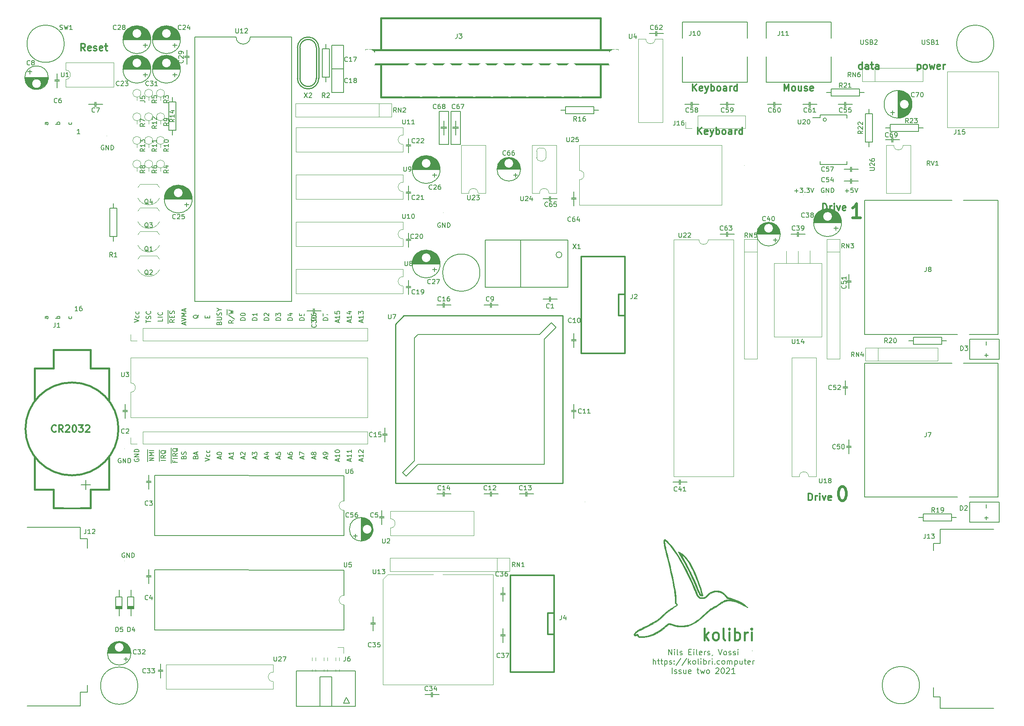
<source format=gto>
G04 #@! TF.GenerationSoftware,KiCad,Pcbnew,5.1.9*
G04 #@! TF.CreationDate,2021-04-27T01:21:22+02:00*
G04 #@! TF.ProjectId,main,6d61696e-2e6b-4696-9361-645f70636258,rev?*
G04 #@! TF.SameCoordinates,Original*
G04 #@! TF.FileFunction,Legend,Top*
G04 #@! TF.FilePolarity,Positive*
%FSLAX46Y46*%
G04 Gerber Fmt 4.6, Leading zero omitted, Abs format (unit mm)*
G04 Created by KiCad (PCBNEW 5.1.9) date 2021-04-27 01:21:22*
%MOMM*%
%LPD*%
G01*
G04 APERTURE LIST*
%ADD10C,0.300000*%
%ADD11C,0.150000*%
%ADD12C,0.200000*%
%ADD13C,0.600000*%
%ADD14C,0.400000*%
%ADD15C,0.120000*%
%ADD16C,0.010000*%
%ADD17C,0.254000*%
%ADD18C,0.304800*%
%ADD19C,0.299720*%
%ADD20C,0.100000*%
%ADD21C,0.381000*%
%ADD22C,0.203200*%
%ADD23R,0.600000X1.450000*%
%ADD24R,0.300000X1.450000*%
%ADD25C,0.650000*%
%ADD26O,1.000000X2.100000*%
%ADD27O,1.000000X1.600000*%
%ADD28C,1.700000*%
%ADD29C,3.200000*%
%ADD30C,1.422400*%
%ADD31R,1.422400X1.422400*%
%ADD32C,5.000000*%
%ADD33C,1.800000*%
%ADD34R,1.600000X1.600000*%
%ADD35C,1.600000*%
%ADD36C,3.800000*%
%ADD37C,2.100000*%
%ADD38R,1.750000X0.440000*%
%ADD39O,1.600000X1.600000*%
%ADD40C,2.200000*%
%ADD41O,3.000000X4.000000*%
%ADD42R,3.599180X4.599940*%
%ADD43R,3.599180X4.200000*%
%ADD44R,1.498600X0.998220*%
%ADD45R,2.000000X2.000000*%
%ADD46C,3.100000*%
%ADD47C,2.500000*%
%ADD48O,1.400000X2.200000*%
%ADD49O,2.200000X1.400000*%
%ADD50C,2.400000*%
%ADD51C,1.200000*%
%ADD52R,1.520000X1.520000*%
%ADD53C,1.520000*%
%ADD54O,1.400000X1.400000*%
%ADD55C,1.400000*%
%ADD56O,1.800000X1.800000*%
%ADD57R,1.800000X1.800000*%
%ADD58O,1.700000X1.700000*%
%ADD59R,1.700000X1.700000*%
G04 APERTURE END LIST*
D10*
X196655714Y-25443571D02*
X196655714Y-23943571D01*
X196655714Y-25372142D02*
X196512857Y-25443571D01*
X196227142Y-25443571D01*
X196084285Y-25372142D01*
X196012857Y-25300714D01*
X195941428Y-25157857D01*
X195941428Y-24729285D01*
X196012857Y-24586428D01*
X196084285Y-24515000D01*
X196227142Y-24443571D01*
X196512857Y-24443571D01*
X196655714Y-24515000D01*
X198012857Y-25443571D02*
X198012857Y-24657857D01*
X197941428Y-24515000D01*
X197798571Y-24443571D01*
X197512857Y-24443571D01*
X197370000Y-24515000D01*
X198012857Y-25372142D02*
X197870000Y-25443571D01*
X197512857Y-25443571D01*
X197370000Y-25372142D01*
X197298571Y-25229285D01*
X197298571Y-25086428D01*
X197370000Y-24943571D01*
X197512857Y-24872142D01*
X197870000Y-24872142D01*
X198012857Y-24800714D01*
X198512857Y-24443571D02*
X199084285Y-24443571D01*
X198727142Y-23943571D02*
X198727142Y-25229285D01*
X198798571Y-25372142D01*
X198941428Y-25443571D01*
X199084285Y-25443571D01*
X200227142Y-25443571D02*
X200227142Y-24657857D01*
X200155714Y-24515000D01*
X200012857Y-24443571D01*
X199727142Y-24443571D01*
X199584285Y-24515000D01*
X200227142Y-25372142D02*
X200084285Y-25443571D01*
X199727142Y-25443571D01*
X199584285Y-25372142D01*
X199512857Y-25229285D01*
X199512857Y-25086428D01*
X199584285Y-24943571D01*
X199727142Y-24872142D01*
X200084285Y-24872142D01*
X200227142Y-24800714D01*
X208562142Y-24443571D02*
X208562142Y-25943571D01*
X208562142Y-24515000D02*
X208705000Y-24443571D01*
X208990714Y-24443571D01*
X209133571Y-24515000D01*
X209205000Y-24586428D01*
X209276428Y-24729285D01*
X209276428Y-25157857D01*
X209205000Y-25300714D01*
X209133571Y-25372142D01*
X208990714Y-25443571D01*
X208705000Y-25443571D01*
X208562142Y-25372142D01*
X210133571Y-25443571D02*
X209990714Y-25372142D01*
X209919285Y-25300714D01*
X209847857Y-25157857D01*
X209847857Y-24729285D01*
X209919285Y-24586428D01*
X209990714Y-24515000D01*
X210133571Y-24443571D01*
X210347857Y-24443571D01*
X210490714Y-24515000D01*
X210562142Y-24586428D01*
X210633571Y-24729285D01*
X210633571Y-25157857D01*
X210562142Y-25300714D01*
X210490714Y-25372142D01*
X210347857Y-25443571D01*
X210133571Y-25443571D01*
X211133571Y-24443571D02*
X211419285Y-25443571D01*
X211705000Y-24729285D01*
X211990714Y-25443571D01*
X212276428Y-24443571D01*
X213419285Y-25372142D02*
X213276428Y-25443571D01*
X212990714Y-25443571D01*
X212847857Y-25372142D01*
X212776428Y-25229285D01*
X212776428Y-24657857D01*
X212847857Y-24515000D01*
X212990714Y-24443571D01*
X213276428Y-24443571D01*
X213419285Y-24515000D01*
X213490714Y-24657857D01*
X213490714Y-24800714D01*
X212776428Y-24943571D01*
X214133571Y-25443571D02*
X214133571Y-24443571D01*
X214133571Y-24729285D02*
X214205000Y-24586428D01*
X214276428Y-24515000D01*
X214419285Y-24443571D01*
X214562142Y-24443571D01*
D11*
X193024285Y-51633428D02*
X193786190Y-51633428D01*
X193405238Y-52014380D02*
X193405238Y-51252476D01*
X194738571Y-51014380D02*
X194262380Y-51014380D01*
X194214761Y-51490571D01*
X194262380Y-51442952D01*
X194357619Y-51395333D01*
X194595714Y-51395333D01*
X194690952Y-51442952D01*
X194738571Y-51490571D01*
X194786190Y-51585809D01*
X194786190Y-51823904D01*
X194738571Y-51919142D01*
X194690952Y-51966761D01*
X194595714Y-52014380D01*
X194357619Y-52014380D01*
X194262380Y-51966761D01*
X194214761Y-51919142D01*
X195071904Y-51014380D02*
X195405238Y-52014380D01*
X195738571Y-51014380D01*
X182150000Y-51633428D02*
X182911904Y-51633428D01*
X182530952Y-52014380D02*
X182530952Y-51252476D01*
X183292857Y-51014380D02*
X183911904Y-51014380D01*
X183578571Y-51395333D01*
X183721428Y-51395333D01*
X183816666Y-51442952D01*
X183864285Y-51490571D01*
X183911904Y-51585809D01*
X183911904Y-51823904D01*
X183864285Y-51919142D01*
X183816666Y-51966761D01*
X183721428Y-52014380D01*
X183435714Y-52014380D01*
X183340476Y-51966761D01*
X183292857Y-51919142D01*
X184340476Y-51919142D02*
X184388095Y-51966761D01*
X184340476Y-52014380D01*
X184292857Y-51966761D01*
X184340476Y-51919142D01*
X184340476Y-52014380D01*
X184721428Y-51014380D02*
X185340476Y-51014380D01*
X185007142Y-51395333D01*
X185150000Y-51395333D01*
X185245238Y-51442952D01*
X185292857Y-51490571D01*
X185340476Y-51585809D01*
X185340476Y-51823904D01*
X185292857Y-51919142D01*
X185245238Y-51966761D01*
X185150000Y-52014380D01*
X184864285Y-52014380D01*
X184769047Y-51966761D01*
X184721428Y-51919142D01*
X185626190Y-51014380D02*
X185959523Y-52014380D01*
X186292857Y-51014380D01*
X188468095Y-51062000D02*
X188372857Y-51014380D01*
X188230000Y-51014380D01*
X188087142Y-51062000D01*
X187991904Y-51157238D01*
X187944285Y-51252476D01*
X187896666Y-51442952D01*
X187896666Y-51585809D01*
X187944285Y-51776285D01*
X187991904Y-51871523D01*
X188087142Y-51966761D01*
X188230000Y-52014380D01*
X188325238Y-52014380D01*
X188468095Y-51966761D01*
X188515714Y-51919142D01*
X188515714Y-51585809D01*
X188325238Y-51585809D01*
X188944285Y-52014380D02*
X188944285Y-51014380D01*
X189515714Y-52014380D01*
X189515714Y-51014380D01*
X189991904Y-52014380D02*
X189991904Y-51014380D01*
X190230000Y-51014380D01*
X190372857Y-51062000D01*
X190468095Y-51157238D01*
X190515714Y-51252476D01*
X190563333Y-51442952D01*
X190563333Y-51585809D01*
X190515714Y-51776285D01*
X190468095Y-51871523D01*
X190372857Y-51966761D01*
X190230000Y-52014380D01*
X189991904Y-52014380D01*
X105918095Y-58555000D02*
X105822857Y-58507380D01*
X105680000Y-58507380D01*
X105537142Y-58555000D01*
X105441904Y-58650238D01*
X105394285Y-58745476D01*
X105346666Y-58935952D01*
X105346666Y-59078809D01*
X105394285Y-59269285D01*
X105441904Y-59364523D01*
X105537142Y-59459761D01*
X105680000Y-59507380D01*
X105775238Y-59507380D01*
X105918095Y-59459761D01*
X105965714Y-59412142D01*
X105965714Y-59078809D01*
X105775238Y-59078809D01*
X106394285Y-59507380D02*
X106394285Y-58507380D01*
X106965714Y-59507380D01*
X106965714Y-58507380D01*
X107441904Y-59507380D02*
X107441904Y-58507380D01*
X107680000Y-58507380D01*
X107822857Y-58555000D01*
X107918095Y-58650238D01*
X107965714Y-58745476D01*
X108013333Y-58935952D01*
X108013333Y-59078809D01*
X107965714Y-59269285D01*
X107918095Y-59364523D01*
X107822857Y-59459761D01*
X107680000Y-59507380D01*
X107441904Y-59507380D01*
X33528095Y-41867200D02*
X33432857Y-41819580D01*
X33290000Y-41819580D01*
X33147142Y-41867200D01*
X33051904Y-41962438D01*
X33004285Y-42057676D01*
X32956666Y-42248152D01*
X32956666Y-42391009D01*
X33004285Y-42581485D01*
X33051904Y-42676723D01*
X33147142Y-42771961D01*
X33290000Y-42819580D01*
X33385238Y-42819580D01*
X33528095Y-42771961D01*
X33575714Y-42724342D01*
X33575714Y-42391009D01*
X33385238Y-42391009D01*
X34004285Y-42819580D02*
X34004285Y-41819580D01*
X34575714Y-42819580D01*
X34575714Y-41819580D01*
X35051904Y-42819580D02*
X35051904Y-41819580D01*
X35290000Y-41819580D01*
X35432857Y-41867200D01*
X35528095Y-41962438D01*
X35575714Y-42057676D01*
X35623333Y-42248152D01*
X35623333Y-42391009D01*
X35575714Y-42581485D01*
X35528095Y-42676723D01*
X35432857Y-42771961D01*
X35290000Y-42819580D01*
X35051904Y-42819580D01*
X37185695Y-109228000D02*
X37090457Y-109180380D01*
X36947600Y-109180380D01*
X36804742Y-109228000D01*
X36709504Y-109323238D01*
X36661885Y-109418476D01*
X36614266Y-109608952D01*
X36614266Y-109751809D01*
X36661885Y-109942285D01*
X36709504Y-110037523D01*
X36804742Y-110132761D01*
X36947600Y-110180380D01*
X37042838Y-110180380D01*
X37185695Y-110132761D01*
X37233314Y-110085142D01*
X37233314Y-109751809D01*
X37042838Y-109751809D01*
X37661885Y-110180380D02*
X37661885Y-109180380D01*
X38233314Y-110180380D01*
X38233314Y-109180380D01*
X38709504Y-110180380D02*
X38709504Y-109180380D01*
X38947600Y-109180380D01*
X39090457Y-109228000D01*
X39185695Y-109323238D01*
X39233314Y-109418476D01*
X39280933Y-109608952D01*
X39280933Y-109751809D01*
X39233314Y-109942285D01*
X39185695Y-110037523D01*
X39090457Y-110132761D01*
X38947600Y-110180380D01*
X38709504Y-110180380D01*
X37998495Y-129598800D02*
X37903257Y-129551180D01*
X37760400Y-129551180D01*
X37617542Y-129598800D01*
X37522304Y-129694038D01*
X37474685Y-129789276D01*
X37427066Y-129979752D01*
X37427066Y-130122609D01*
X37474685Y-130313085D01*
X37522304Y-130408323D01*
X37617542Y-130503561D01*
X37760400Y-130551180D01*
X37855638Y-130551180D01*
X37998495Y-130503561D01*
X38046114Y-130455942D01*
X38046114Y-130122609D01*
X37855638Y-130122609D01*
X38474685Y-130551180D02*
X38474685Y-129551180D01*
X39046114Y-130551180D01*
X39046114Y-129551180D01*
X39522304Y-130551180D02*
X39522304Y-129551180D01*
X39760400Y-129551180D01*
X39903257Y-129598800D01*
X39998495Y-129694038D01*
X40046114Y-129789276D01*
X40093733Y-129979752D01*
X40093733Y-130122609D01*
X40046114Y-130313085D01*
X39998495Y-130408323D01*
X39903257Y-130503561D01*
X39760400Y-130551180D01*
X39522304Y-130551180D01*
X89066666Y-79930476D02*
X89066666Y-79454285D01*
X89352380Y-80025714D02*
X88352380Y-79692380D01*
X89352380Y-79359047D01*
X89352380Y-78501904D02*
X89352380Y-79073333D01*
X89352380Y-78787619D02*
X88352380Y-78787619D01*
X88495238Y-78882857D01*
X88590476Y-78978095D01*
X88638095Y-79073333D01*
X88352380Y-78168571D02*
X88352380Y-77549523D01*
X88733333Y-77882857D01*
X88733333Y-77740000D01*
X88780952Y-77644761D01*
X88828571Y-77597142D01*
X88923809Y-77549523D01*
X89161904Y-77549523D01*
X89257142Y-77597142D01*
X89304761Y-77644761D01*
X89352380Y-77740000D01*
X89352380Y-78025714D01*
X89304761Y-78120952D01*
X89257142Y-78168571D01*
X86526666Y-79930476D02*
X86526666Y-79454285D01*
X86812380Y-80025714D02*
X85812380Y-79692380D01*
X86812380Y-79359047D01*
X86812380Y-78501904D02*
X86812380Y-79073333D01*
X86812380Y-78787619D02*
X85812380Y-78787619D01*
X85955238Y-78882857D01*
X86050476Y-78978095D01*
X86098095Y-79073333D01*
X86145714Y-77644761D02*
X86812380Y-77644761D01*
X85764761Y-77882857D02*
X86479047Y-78120952D01*
X86479047Y-77501904D01*
X83986666Y-79930476D02*
X83986666Y-79454285D01*
X84272380Y-80025714D02*
X83272380Y-79692380D01*
X84272380Y-79359047D01*
X84272380Y-78501904D02*
X84272380Y-79073333D01*
X84272380Y-78787619D02*
X83272380Y-78787619D01*
X83415238Y-78882857D01*
X83510476Y-78978095D01*
X83558095Y-79073333D01*
X83272380Y-77597142D02*
X83272380Y-78073333D01*
X83748571Y-78120952D01*
X83700952Y-78073333D01*
X83653333Y-77978095D01*
X83653333Y-77740000D01*
X83700952Y-77644761D01*
X83748571Y-77597142D01*
X83843809Y-77549523D01*
X84081904Y-77549523D01*
X84177142Y-77597142D01*
X84224761Y-77644761D01*
X84272380Y-77740000D01*
X84272380Y-77978095D01*
X84224761Y-78073333D01*
X84177142Y-78120952D01*
X81732380Y-79478095D02*
X80732380Y-79478095D01*
X80732380Y-79240000D01*
X80780000Y-79097142D01*
X80875238Y-79001904D01*
X80970476Y-78954285D01*
X81160952Y-78906666D01*
X81303809Y-78906666D01*
X81494285Y-78954285D01*
X81589523Y-79001904D01*
X81684761Y-79097142D01*
X81732380Y-79240000D01*
X81732380Y-79478095D01*
X80732380Y-78573333D02*
X80732380Y-77906666D01*
X81732380Y-78335238D01*
X79192380Y-79478095D02*
X78192380Y-79478095D01*
X78192380Y-79240000D01*
X78240000Y-79097142D01*
X78335238Y-79001904D01*
X78430476Y-78954285D01*
X78620952Y-78906666D01*
X78763809Y-78906666D01*
X78954285Y-78954285D01*
X79049523Y-79001904D01*
X79144761Y-79097142D01*
X79192380Y-79240000D01*
X79192380Y-79478095D01*
X78192380Y-78049523D02*
X78192380Y-78240000D01*
X78240000Y-78335238D01*
X78287619Y-78382857D01*
X78430476Y-78478095D01*
X78620952Y-78525714D01*
X79001904Y-78525714D01*
X79097142Y-78478095D01*
X79144761Y-78430476D01*
X79192380Y-78335238D01*
X79192380Y-78144761D01*
X79144761Y-78049523D01*
X79097142Y-78001904D01*
X79001904Y-77954285D01*
X78763809Y-77954285D01*
X78668571Y-78001904D01*
X78620952Y-78049523D01*
X78573333Y-78144761D01*
X78573333Y-78335238D01*
X78620952Y-78430476D01*
X78668571Y-78478095D01*
X78763809Y-78525714D01*
X76652380Y-79478095D02*
X75652380Y-79478095D01*
X75652380Y-79240000D01*
X75700000Y-79097142D01*
X75795238Y-79001904D01*
X75890476Y-78954285D01*
X76080952Y-78906666D01*
X76223809Y-78906666D01*
X76414285Y-78954285D01*
X76509523Y-79001904D01*
X76604761Y-79097142D01*
X76652380Y-79240000D01*
X76652380Y-79478095D01*
X75652380Y-78001904D02*
X75652380Y-78478095D01*
X76128571Y-78525714D01*
X76080952Y-78478095D01*
X76033333Y-78382857D01*
X76033333Y-78144761D01*
X76080952Y-78049523D01*
X76128571Y-78001904D01*
X76223809Y-77954285D01*
X76461904Y-77954285D01*
X76557142Y-78001904D01*
X76604761Y-78049523D01*
X76652380Y-78144761D01*
X76652380Y-78382857D01*
X76604761Y-78478095D01*
X76557142Y-78525714D01*
X74112380Y-79478095D02*
X73112380Y-79478095D01*
X73112380Y-79240000D01*
X73160000Y-79097142D01*
X73255238Y-79001904D01*
X73350476Y-78954285D01*
X73540952Y-78906666D01*
X73683809Y-78906666D01*
X73874285Y-78954285D01*
X73969523Y-79001904D01*
X74064761Y-79097142D01*
X74112380Y-79240000D01*
X74112380Y-79478095D01*
X73445714Y-78049523D02*
X74112380Y-78049523D01*
X73064761Y-78287619D02*
X73779047Y-78525714D01*
X73779047Y-77906666D01*
X71572380Y-79478095D02*
X70572380Y-79478095D01*
X70572380Y-79240000D01*
X70620000Y-79097142D01*
X70715238Y-79001904D01*
X70810476Y-78954285D01*
X71000952Y-78906666D01*
X71143809Y-78906666D01*
X71334285Y-78954285D01*
X71429523Y-79001904D01*
X71524761Y-79097142D01*
X71572380Y-79240000D01*
X71572380Y-79478095D01*
X70572380Y-78573333D02*
X70572380Y-77954285D01*
X70953333Y-78287619D01*
X70953333Y-78144761D01*
X71000952Y-78049523D01*
X71048571Y-78001904D01*
X71143809Y-77954285D01*
X71381904Y-77954285D01*
X71477142Y-78001904D01*
X71524761Y-78049523D01*
X71572380Y-78144761D01*
X71572380Y-78430476D01*
X71524761Y-78525714D01*
X71477142Y-78573333D01*
X69032380Y-79478095D02*
X68032380Y-79478095D01*
X68032380Y-79240000D01*
X68080000Y-79097142D01*
X68175238Y-79001904D01*
X68270476Y-78954285D01*
X68460952Y-78906666D01*
X68603809Y-78906666D01*
X68794285Y-78954285D01*
X68889523Y-79001904D01*
X68984761Y-79097142D01*
X69032380Y-79240000D01*
X69032380Y-79478095D01*
X68127619Y-78525714D02*
X68080000Y-78478095D01*
X68032380Y-78382857D01*
X68032380Y-78144761D01*
X68080000Y-78049523D01*
X68127619Y-78001904D01*
X68222857Y-77954285D01*
X68318095Y-77954285D01*
X68460952Y-78001904D01*
X69032380Y-78573333D01*
X69032380Y-77954285D01*
X66492380Y-79478095D02*
X65492380Y-79478095D01*
X65492380Y-79240000D01*
X65540000Y-79097142D01*
X65635238Y-79001904D01*
X65730476Y-78954285D01*
X65920952Y-78906666D01*
X66063809Y-78906666D01*
X66254285Y-78954285D01*
X66349523Y-79001904D01*
X66444761Y-79097142D01*
X66492380Y-79240000D01*
X66492380Y-79478095D01*
X66492380Y-77954285D02*
X66492380Y-78525714D01*
X66492380Y-78240000D02*
X65492380Y-78240000D01*
X65635238Y-78335238D01*
X65730476Y-78430476D01*
X65778095Y-78525714D01*
X63952380Y-79478095D02*
X62952380Y-79478095D01*
X62952380Y-79240000D01*
X63000000Y-79097142D01*
X63095238Y-79001904D01*
X63190476Y-78954285D01*
X63380952Y-78906666D01*
X63523809Y-78906666D01*
X63714285Y-78954285D01*
X63809523Y-79001904D01*
X63904761Y-79097142D01*
X63952380Y-79240000D01*
X63952380Y-79478095D01*
X62952380Y-78287619D02*
X62952380Y-78192380D01*
X63000000Y-78097142D01*
X63047619Y-78049523D01*
X63142857Y-78001904D01*
X63333333Y-77954285D01*
X63571428Y-77954285D01*
X63761904Y-78001904D01*
X63857142Y-78049523D01*
X63904761Y-78097142D01*
X63952380Y-78192380D01*
X63952380Y-78287619D01*
X63904761Y-78382857D01*
X63857142Y-78430476D01*
X63761904Y-78478095D01*
X63571428Y-78525714D01*
X63333333Y-78525714D01*
X63142857Y-78478095D01*
X63047619Y-78430476D01*
X63000000Y-78382857D01*
X62952380Y-78287619D01*
X61412380Y-79525714D02*
X60936190Y-79859047D01*
X61412380Y-80097142D02*
X60412380Y-80097142D01*
X60412380Y-79716190D01*
X60460000Y-79620952D01*
X60507619Y-79573333D01*
X60602857Y-79525714D01*
X60745714Y-79525714D01*
X60840952Y-79573333D01*
X60888571Y-79620952D01*
X60936190Y-79716190D01*
X60936190Y-80097142D01*
X60364761Y-78382857D02*
X61650476Y-79240000D01*
X60045000Y-78287619D02*
X60045000Y-77144761D01*
X60412380Y-78144761D02*
X61412380Y-77906666D01*
X60698095Y-77716190D01*
X61412380Y-77525714D01*
X60412380Y-77287619D01*
X58348571Y-80097142D02*
X58396190Y-79954285D01*
X58443809Y-79906666D01*
X58539047Y-79859047D01*
X58681904Y-79859047D01*
X58777142Y-79906666D01*
X58824761Y-79954285D01*
X58872380Y-80049523D01*
X58872380Y-80430476D01*
X57872380Y-80430476D01*
X57872380Y-80097142D01*
X57920000Y-80001904D01*
X57967619Y-79954285D01*
X58062857Y-79906666D01*
X58158095Y-79906666D01*
X58253333Y-79954285D01*
X58300952Y-80001904D01*
X58348571Y-80097142D01*
X58348571Y-80430476D01*
X57872380Y-79430476D02*
X58681904Y-79430476D01*
X58777142Y-79382857D01*
X58824761Y-79335238D01*
X58872380Y-79240000D01*
X58872380Y-79049523D01*
X58824761Y-78954285D01*
X58777142Y-78906666D01*
X58681904Y-78859047D01*
X57872380Y-78859047D01*
X58824761Y-78430476D02*
X58872380Y-78287619D01*
X58872380Y-78049523D01*
X58824761Y-77954285D01*
X58777142Y-77906666D01*
X58681904Y-77859047D01*
X58586666Y-77859047D01*
X58491428Y-77906666D01*
X58443809Y-77954285D01*
X58396190Y-78049523D01*
X58348571Y-78240000D01*
X58300952Y-78335238D01*
X58253333Y-78382857D01*
X58158095Y-78430476D01*
X58062857Y-78430476D01*
X57967619Y-78382857D01*
X57920000Y-78335238D01*
X57872380Y-78240000D01*
X57872380Y-78001904D01*
X57920000Y-77859047D01*
X58396190Y-77240000D02*
X58872380Y-77240000D01*
X57872380Y-77573333D02*
X58396190Y-77240000D01*
X57872380Y-76906666D01*
X55808571Y-78954285D02*
X55808571Y-78620952D01*
X56332380Y-78478095D02*
X56332380Y-78954285D01*
X55332380Y-78954285D01*
X55332380Y-78478095D01*
X53887619Y-78359047D02*
X53840000Y-78454285D01*
X53744761Y-78549523D01*
X53601904Y-78692380D01*
X53554285Y-78787619D01*
X53554285Y-78882857D01*
X53792380Y-78835238D02*
X53744761Y-78930476D01*
X53649523Y-79025714D01*
X53459047Y-79073333D01*
X53125714Y-79073333D01*
X52935238Y-79025714D01*
X52840000Y-78930476D01*
X52792380Y-78835238D01*
X52792380Y-78644761D01*
X52840000Y-78549523D01*
X52935238Y-78454285D01*
X53125714Y-78406666D01*
X53459047Y-78406666D01*
X53649523Y-78454285D01*
X53744761Y-78549523D01*
X53792380Y-78644761D01*
X53792380Y-78835238D01*
X50966666Y-80406666D02*
X50966666Y-79930476D01*
X51252380Y-80501904D02*
X50252380Y-80168571D01*
X51252380Y-79835238D01*
X50252380Y-79644761D02*
X51252380Y-79311428D01*
X50252380Y-78978095D01*
X51252380Y-78644761D02*
X50252380Y-78644761D01*
X50966666Y-78311428D01*
X50252380Y-77978095D01*
X51252380Y-77978095D01*
X50966666Y-77549523D02*
X50966666Y-77073333D01*
X51252380Y-77644761D02*
X50252380Y-77311428D01*
X51252380Y-76978095D01*
X46172380Y-79168571D02*
X46172380Y-79644761D01*
X45172380Y-79644761D01*
X46172380Y-78835238D02*
X45172380Y-78835238D01*
X46077142Y-77787619D02*
X46124761Y-77835238D01*
X46172380Y-77978095D01*
X46172380Y-78073333D01*
X46124761Y-78216190D01*
X46029523Y-78311428D01*
X45934285Y-78359047D01*
X45743809Y-78406666D01*
X45600952Y-78406666D01*
X45410476Y-78359047D01*
X45315238Y-78311428D01*
X45220000Y-78216190D01*
X45172380Y-78073333D01*
X45172380Y-77978095D01*
X45220000Y-77835238D01*
X45267619Y-77787619D01*
X42632380Y-80001904D02*
X42632380Y-79430476D01*
X43632380Y-79716190D02*
X42632380Y-79716190D01*
X43584761Y-79144761D02*
X43632380Y-79001904D01*
X43632380Y-78763809D01*
X43584761Y-78668571D01*
X43537142Y-78620952D01*
X43441904Y-78573333D01*
X43346666Y-78573333D01*
X43251428Y-78620952D01*
X43203809Y-78668571D01*
X43156190Y-78763809D01*
X43108571Y-78954285D01*
X43060952Y-79049523D01*
X43013333Y-79097142D01*
X42918095Y-79144761D01*
X42822857Y-79144761D01*
X42727619Y-79097142D01*
X42680000Y-79049523D01*
X42632380Y-78954285D01*
X42632380Y-78716190D01*
X42680000Y-78573333D01*
X43537142Y-77573333D02*
X43584761Y-77620952D01*
X43632380Y-77763809D01*
X43632380Y-77859047D01*
X43584761Y-78001904D01*
X43489523Y-78097142D01*
X43394285Y-78144761D01*
X43203809Y-78192380D01*
X43060952Y-78192380D01*
X42870476Y-78144761D01*
X42775238Y-78097142D01*
X42680000Y-78001904D01*
X42632380Y-77859047D01*
X42632380Y-77763809D01*
X42680000Y-77620952D01*
X42727619Y-77573333D01*
X40092380Y-79930476D02*
X41092380Y-79597142D01*
X40092380Y-79263809D01*
X41044761Y-78501904D02*
X41092380Y-78597142D01*
X41092380Y-78787619D01*
X41044761Y-78882857D01*
X40997142Y-78930476D01*
X40901904Y-78978095D01*
X40616190Y-78978095D01*
X40520952Y-78930476D01*
X40473333Y-78882857D01*
X40425714Y-78787619D01*
X40425714Y-78597142D01*
X40473333Y-78501904D01*
X41044761Y-77644761D02*
X41092380Y-77740000D01*
X41092380Y-77930476D01*
X41044761Y-78025714D01*
X40997142Y-78073333D01*
X40901904Y-78120952D01*
X40616190Y-78120952D01*
X40520952Y-78073333D01*
X40473333Y-78025714D01*
X40425714Y-77930476D01*
X40425714Y-77740000D01*
X40473333Y-77644761D01*
X47345000Y-80168571D02*
X47345000Y-79168571D01*
X48712380Y-79359047D02*
X48236190Y-79692380D01*
X48712380Y-79930476D02*
X47712380Y-79930476D01*
X47712380Y-79549523D01*
X47760000Y-79454285D01*
X47807619Y-79406666D01*
X47902857Y-79359047D01*
X48045714Y-79359047D01*
X48140952Y-79406666D01*
X48188571Y-79454285D01*
X48236190Y-79549523D01*
X48236190Y-79930476D01*
X47345000Y-79168571D02*
X47345000Y-78263809D01*
X48188571Y-78930476D02*
X48188571Y-78597142D01*
X48712380Y-78454285D02*
X48712380Y-78930476D01*
X47712380Y-78930476D01*
X47712380Y-78454285D01*
X47345000Y-78263809D02*
X47345000Y-77311428D01*
X48664761Y-78073333D02*
X48712380Y-77930476D01*
X48712380Y-77692380D01*
X48664761Y-77597142D01*
X48617142Y-77549523D01*
X48521904Y-77501904D01*
X48426666Y-77501904D01*
X48331428Y-77549523D01*
X48283809Y-77597142D01*
X48236190Y-77692380D01*
X48188571Y-77882857D01*
X48140952Y-77978095D01*
X48093333Y-78025714D01*
X47998095Y-78073333D01*
X47902857Y-78073333D01*
X47807619Y-78025714D01*
X47760000Y-77978095D01*
X47712380Y-77882857D01*
X47712380Y-77644761D01*
X47760000Y-77501904D01*
X89066666Y-109775476D02*
X89066666Y-109299285D01*
X89352380Y-109870714D02*
X88352380Y-109537380D01*
X89352380Y-109204047D01*
X89352380Y-108346904D02*
X89352380Y-108918333D01*
X89352380Y-108632619D02*
X88352380Y-108632619D01*
X88495238Y-108727857D01*
X88590476Y-108823095D01*
X88638095Y-108918333D01*
X88447619Y-107965952D02*
X88400000Y-107918333D01*
X88352380Y-107823095D01*
X88352380Y-107585000D01*
X88400000Y-107489761D01*
X88447619Y-107442142D01*
X88542857Y-107394523D01*
X88638095Y-107394523D01*
X88780952Y-107442142D01*
X89352380Y-108013571D01*
X89352380Y-107394523D01*
X86526666Y-109775476D02*
X86526666Y-109299285D01*
X86812380Y-109870714D02*
X85812380Y-109537380D01*
X86812380Y-109204047D01*
X86812380Y-108346904D02*
X86812380Y-108918333D01*
X86812380Y-108632619D02*
X85812380Y-108632619D01*
X85955238Y-108727857D01*
X86050476Y-108823095D01*
X86098095Y-108918333D01*
X86812380Y-107394523D02*
X86812380Y-107965952D01*
X86812380Y-107680238D02*
X85812380Y-107680238D01*
X85955238Y-107775476D01*
X86050476Y-107870714D01*
X86098095Y-107965952D01*
X83986666Y-109775476D02*
X83986666Y-109299285D01*
X84272380Y-109870714D02*
X83272380Y-109537380D01*
X84272380Y-109204047D01*
X84272380Y-108346904D02*
X84272380Y-108918333D01*
X84272380Y-108632619D02*
X83272380Y-108632619D01*
X83415238Y-108727857D01*
X83510476Y-108823095D01*
X83558095Y-108918333D01*
X83272380Y-107727857D02*
X83272380Y-107632619D01*
X83320000Y-107537380D01*
X83367619Y-107489761D01*
X83462857Y-107442142D01*
X83653333Y-107394523D01*
X83891428Y-107394523D01*
X84081904Y-107442142D01*
X84177142Y-107489761D01*
X84224761Y-107537380D01*
X84272380Y-107632619D01*
X84272380Y-107727857D01*
X84224761Y-107823095D01*
X84177142Y-107870714D01*
X84081904Y-107918333D01*
X83891428Y-107965952D01*
X83653333Y-107965952D01*
X83462857Y-107918333D01*
X83367619Y-107870714D01*
X83320000Y-107823095D01*
X83272380Y-107727857D01*
X81446666Y-109299285D02*
X81446666Y-108823095D01*
X81732380Y-109394523D02*
X80732380Y-109061190D01*
X81732380Y-108727857D01*
X81732380Y-108346904D02*
X81732380Y-108156428D01*
X81684761Y-108061190D01*
X81637142Y-108013571D01*
X81494285Y-107918333D01*
X81303809Y-107870714D01*
X80922857Y-107870714D01*
X80827619Y-107918333D01*
X80780000Y-107965952D01*
X80732380Y-108061190D01*
X80732380Y-108251666D01*
X80780000Y-108346904D01*
X80827619Y-108394523D01*
X80922857Y-108442142D01*
X81160952Y-108442142D01*
X81256190Y-108394523D01*
X81303809Y-108346904D01*
X81351428Y-108251666D01*
X81351428Y-108061190D01*
X81303809Y-107965952D01*
X81256190Y-107918333D01*
X81160952Y-107870714D01*
X78906666Y-109299285D02*
X78906666Y-108823095D01*
X79192380Y-109394523D02*
X78192380Y-109061190D01*
X79192380Y-108727857D01*
X78620952Y-108251666D02*
X78573333Y-108346904D01*
X78525714Y-108394523D01*
X78430476Y-108442142D01*
X78382857Y-108442142D01*
X78287619Y-108394523D01*
X78240000Y-108346904D01*
X78192380Y-108251666D01*
X78192380Y-108061190D01*
X78240000Y-107965952D01*
X78287619Y-107918333D01*
X78382857Y-107870714D01*
X78430476Y-107870714D01*
X78525714Y-107918333D01*
X78573333Y-107965952D01*
X78620952Y-108061190D01*
X78620952Y-108251666D01*
X78668571Y-108346904D01*
X78716190Y-108394523D01*
X78811428Y-108442142D01*
X79001904Y-108442142D01*
X79097142Y-108394523D01*
X79144761Y-108346904D01*
X79192380Y-108251666D01*
X79192380Y-108061190D01*
X79144761Y-107965952D01*
X79097142Y-107918333D01*
X79001904Y-107870714D01*
X78811428Y-107870714D01*
X78716190Y-107918333D01*
X78668571Y-107965952D01*
X78620952Y-108061190D01*
X76366666Y-109299285D02*
X76366666Y-108823095D01*
X76652380Y-109394523D02*
X75652380Y-109061190D01*
X76652380Y-108727857D01*
X75652380Y-108489761D02*
X75652380Y-107823095D01*
X76652380Y-108251666D01*
X73826666Y-109299285D02*
X73826666Y-108823095D01*
X74112380Y-109394523D02*
X73112380Y-109061190D01*
X74112380Y-108727857D01*
X73112380Y-107965952D02*
X73112380Y-108156428D01*
X73160000Y-108251666D01*
X73207619Y-108299285D01*
X73350476Y-108394523D01*
X73540952Y-108442142D01*
X73921904Y-108442142D01*
X74017142Y-108394523D01*
X74064761Y-108346904D01*
X74112380Y-108251666D01*
X74112380Y-108061190D01*
X74064761Y-107965952D01*
X74017142Y-107918333D01*
X73921904Y-107870714D01*
X73683809Y-107870714D01*
X73588571Y-107918333D01*
X73540952Y-107965952D01*
X73493333Y-108061190D01*
X73493333Y-108251666D01*
X73540952Y-108346904D01*
X73588571Y-108394523D01*
X73683809Y-108442142D01*
X71286666Y-109299285D02*
X71286666Y-108823095D01*
X71572380Y-109394523D02*
X70572380Y-109061190D01*
X71572380Y-108727857D01*
X70572380Y-107918333D02*
X70572380Y-108394523D01*
X71048571Y-108442142D01*
X71000952Y-108394523D01*
X70953333Y-108299285D01*
X70953333Y-108061190D01*
X71000952Y-107965952D01*
X71048571Y-107918333D01*
X71143809Y-107870714D01*
X71381904Y-107870714D01*
X71477142Y-107918333D01*
X71524761Y-107965952D01*
X71572380Y-108061190D01*
X71572380Y-108299285D01*
X71524761Y-108394523D01*
X71477142Y-108442142D01*
X68746666Y-109299285D02*
X68746666Y-108823095D01*
X69032380Y-109394523D02*
X68032380Y-109061190D01*
X69032380Y-108727857D01*
X68365714Y-107965952D02*
X69032380Y-107965952D01*
X67984761Y-108204047D02*
X68699047Y-108442142D01*
X68699047Y-107823095D01*
X66206666Y-109299285D02*
X66206666Y-108823095D01*
X66492380Y-109394523D02*
X65492380Y-109061190D01*
X66492380Y-108727857D01*
X65492380Y-108489761D02*
X65492380Y-107870714D01*
X65873333Y-108204047D01*
X65873333Y-108061190D01*
X65920952Y-107965952D01*
X65968571Y-107918333D01*
X66063809Y-107870714D01*
X66301904Y-107870714D01*
X66397142Y-107918333D01*
X66444761Y-107965952D01*
X66492380Y-108061190D01*
X66492380Y-108346904D01*
X66444761Y-108442142D01*
X66397142Y-108489761D01*
X63666666Y-109299285D02*
X63666666Y-108823095D01*
X63952380Y-109394523D02*
X62952380Y-109061190D01*
X63952380Y-108727857D01*
X63047619Y-108442142D02*
X63000000Y-108394523D01*
X62952380Y-108299285D01*
X62952380Y-108061190D01*
X63000000Y-107965952D01*
X63047619Y-107918333D01*
X63142857Y-107870714D01*
X63238095Y-107870714D01*
X63380952Y-107918333D01*
X63952380Y-108489761D01*
X63952380Y-107870714D01*
X61126666Y-109299285D02*
X61126666Y-108823095D01*
X61412380Y-109394523D02*
X60412380Y-109061190D01*
X61412380Y-108727857D01*
X61412380Y-107870714D02*
X61412380Y-108442142D01*
X61412380Y-108156428D02*
X60412380Y-108156428D01*
X60555238Y-108251666D01*
X60650476Y-108346904D01*
X60698095Y-108442142D01*
X58586666Y-109299285D02*
X58586666Y-108823095D01*
X58872380Y-109394523D02*
X57872380Y-109061190D01*
X58872380Y-108727857D01*
X57872380Y-108204047D02*
X57872380Y-108108809D01*
X57920000Y-108013571D01*
X57967619Y-107965952D01*
X58062857Y-107918333D01*
X58253333Y-107870714D01*
X58491428Y-107870714D01*
X58681904Y-107918333D01*
X58777142Y-107965952D01*
X58824761Y-108013571D01*
X58872380Y-108108809D01*
X58872380Y-108204047D01*
X58824761Y-108299285D01*
X58777142Y-108346904D01*
X58681904Y-108394523D01*
X58491428Y-108442142D01*
X58253333Y-108442142D01*
X58062857Y-108394523D01*
X57967619Y-108346904D01*
X57920000Y-108299285D01*
X57872380Y-108204047D01*
X55332380Y-109775476D02*
X56332380Y-109442142D01*
X55332380Y-109108809D01*
X56284761Y-108346904D02*
X56332380Y-108442142D01*
X56332380Y-108632619D01*
X56284761Y-108727857D01*
X56237142Y-108775476D01*
X56141904Y-108823095D01*
X55856190Y-108823095D01*
X55760952Y-108775476D01*
X55713333Y-108727857D01*
X55665714Y-108632619D01*
X55665714Y-108442142D01*
X55713333Y-108346904D01*
X56284761Y-107489761D02*
X56332380Y-107585000D01*
X56332380Y-107775476D01*
X56284761Y-107870714D01*
X56237142Y-107918333D01*
X56141904Y-107965952D01*
X55856190Y-107965952D01*
X55760952Y-107918333D01*
X55713333Y-107870714D01*
X55665714Y-107775476D01*
X55665714Y-107585000D01*
X55713333Y-107489761D01*
X53268571Y-108942142D02*
X53316190Y-108799285D01*
X53363809Y-108751666D01*
X53459047Y-108704047D01*
X53601904Y-108704047D01*
X53697142Y-108751666D01*
X53744761Y-108799285D01*
X53792380Y-108894523D01*
X53792380Y-109275476D01*
X52792380Y-109275476D01*
X52792380Y-108942142D01*
X52840000Y-108846904D01*
X52887619Y-108799285D01*
X52982857Y-108751666D01*
X53078095Y-108751666D01*
X53173333Y-108799285D01*
X53220952Y-108846904D01*
X53268571Y-108942142D01*
X53268571Y-109275476D01*
X53506666Y-108323095D02*
X53506666Y-107846904D01*
X53792380Y-108418333D02*
X52792380Y-108085000D01*
X53792380Y-107751666D01*
X50728571Y-108989761D02*
X50776190Y-108846904D01*
X50823809Y-108799285D01*
X50919047Y-108751666D01*
X51061904Y-108751666D01*
X51157142Y-108799285D01*
X51204761Y-108846904D01*
X51252380Y-108942142D01*
X51252380Y-109323095D01*
X50252380Y-109323095D01*
X50252380Y-108989761D01*
X50300000Y-108894523D01*
X50347619Y-108846904D01*
X50442857Y-108799285D01*
X50538095Y-108799285D01*
X50633333Y-108846904D01*
X50680952Y-108894523D01*
X50728571Y-108989761D01*
X50728571Y-109323095D01*
X51204761Y-108370714D02*
X51252380Y-108227857D01*
X51252380Y-107989761D01*
X51204761Y-107894523D01*
X51157142Y-107846904D01*
X51061904Y-107799285D01*
X50966666Y-107799285D01*
X50871428Y-107846904D01*
X50823809Y-107894523D01*
X50776190Y-107989761D01*
X50728571Y-108180238D01*
X50680952Y-108275476D01*
X50633333Y-108323095D01*
X50538095Y-108370714D01*
X50442857Y-108370714D01*
X50347619Y-108323095D01*
X50300000Y-108275476D01*
X50252380Y-108180238D01*
X50252380Y-107942142D01*
X50300000Y-107799285D01*
X40140000Y-109346904D02*
X40092380Y-109442142D01*
X40092380Y-109585000D01*
X40140000Y-109727857D01*
X40235238Y-109823095D01*
X40330476Y-109870714D01*
X40520952Y-109918333D01*
X40663809Y-109918333D01*
X40854285Y-109870714D01*
X40949523Y-109823095D01*
X41044761Y-109727857D01*
X41092380Y-109585000D01*
X41092380Y-109489761D01*
X41044761Y-109346904D01*
X40997142Y-109299285D01*
X40663809Y-109299285D01*
X40663809Y-109489761D01*
X41092380Y-108870714D02*
X40092380Y-108870714D01*
X41092380Y-108299285D01*
X40092380Y-108299285D01*
X41092380Y-107823095D02*
X40092380Y-107823095D01*
X40092380Y-107585000D01*
X40140000Y-107442142D01*
X40235238Y-107346904D01*
X40330476Y-107299285D01*
X40520952Y-107251666D01*
X40663809Y-107251666D01*
X40854285Y-107299285D01*
X40949523Y-107346904D01*
X41044761Y-107442142D01*
X41092380Y-107585000D01*
X41092380Y-107823095D01*
X42900000Y-109918333D02*
X42900000Y-108870714D01*
X44267380Y-109680238D02*
X43267380Y-109680238D01*
X44267380Y-109108809D01*
X43267380Y-109108809D01*
X42900000Y-108870714D02*
X42900000Y-107727857D01*
X44267380Y-108632619D02*
X43267380Y-108632619D01*
X43981666Y-108299285D01*
X43267380Y-107965952D01*
X44267380Y-107965952D01*
X42900000Y-107727857D02*
X42900000Y-107251666D01*
X44267380Y-107489761D02*
X43267380Y-107489761D01*
X45440000Y-109846904D02*
X45440000Y-109370714D01*
X46807380Y-109608809D02*
X45807380Y-109608809D01*
X45440000Y-109370714D02*
X45440000Y-108370714D01*
X46807380Y-108561190D02*
X46331190Y-108894523D01*
X46807380Y-109132619D02*
X45807380Y-109132619D01*
X45807380Y-108751666D01*
X45855000Y-108656428D01*
X45902619Y-108608809D01*
X45997857Y-108561190D01*
X46140714Y-108561190D01*
X46235952Y-108608809D01*
X46283571Y-108656428D01*
X46331190Y-108751666D01*
X46331190Y-109132619D01*
X45440000Y-108370714D02*
X45440000Y-107323095D01*
X46902619Y-107465952D02*
X46855000Y-107561190D01*
X46759761Y-107656428D01*
X46616904Y-107799285D01*
X46569285Y-107894523D01*
X46569285Y-107989761D01*
X46807380Y-107942142D02*
X46759761Y-108037380D01*
X46664523Y-108132619D01*
X46474047Y-108180238D01*
X46140714Y-108180238D01*
X45950238Y-108132619D01*
X45855000Y-108037380D01*
X45807380Y-107942142D01*
X45807380Y-107751666D01*
X45855000Y-107656428D01*
X45950238Y-107561190D01*
X46140714Y-107513571D01*
X46474047Y-107513571D01*
X46664523Y-107561190D01*
X46759761Y-107656428D01*
X46807380Y-107751666D01*
X46807380Y-107942142D01*
X47980000Y-110275476D02*
X47980000Y-109418333D01*
X48823571Y-109704047D02*
X48823571Y-110037380D01*
X49347380Y-110037380D02*
X48347380Y-110037380D01*
X48347380Y-109561190D01*
X47980000Y-109418333D02*
X47980000Y-108942142D01*
X49347380Y-109180238D02*
X48347380Y-109180238D01*
X47980000Y-108942142D02*
X47980000Y-107942142D01*
X49347380Y-108132619D02*
X48871190Y-108465952D01*
X49347380Y-108704047D02*
X48347380Y-108704047D01*
X48347380Y-108323095D01*
X48395000Y-108227857D01*
X48442619Y-108180238D01*
X48537857Y-108132619D01*
X48680714Y-108132619D01*
X48775952Y-108180238D01*
X48823571Y-108227857D01*
X48871190Y-108323095D01*
X48871190Y-108704047D01*
X47980000Y-107942142D02*
X47980000Y-106894523D01*
X49442619Y-107037380D02*
X49395000Y-107132619D01*
X49299761Y-107227857D01*
X49156904Y-107370714D01*
X49109285Y-107465952D01*
X49109285Y-107561190D01*
X49347380Y-107513571D02*
X49299761Y-107608809D01*
X49204523Y-107704047D01*
X49014047Y-107751666D01*
X48680714Y-107751666D01*
X48490238Y-107704047D01*
X48395000Y-107608809D01*
X48347380Y-107513571D01*
X48347380Y-107323095D01*
X48395000Y-107227857D01*
X48490238Y-107132619D01*
X48680714Y-107085000D01*
X49014047Y-107085000D01*
X49204523Y-107132619D01*
X49299761Y-107227857D01*
X49347380Y-107323095D01*
X49347380Y-107513571D01*
D12*
X155052057Y-151501657D02*
X155052057Y-150301657D01*
X155737771Y-151501657D01*
X155737771Y-150301657D01*
X156309200Y-151501657D02*
X156309200Y-150701657D01*
X156309200Y-150301657D02*
X156252057Y-150358800D01*
X156309200Y-150415942D01*
X156366342Y-150358800D01*
X156309200Y-150301657D01*
X156309200Y-150415942D01*
X157052057Y-151501657D02*
X156937771Y-151444514D01*
X156880628Y-151330228D01*
X156880628Y-150301657D01*
X157452057Y-151444514D02*
X157566342Y-151501657D01*
X157794914Y-151501657D01*
X157909200Y-151444514D01*
X157966342Y-151330228D01*
X157966342Y-151273085D01*
X157909200Y-151158800D01*
X157794914Y-151101657D01*
X157623485Y-151101657D01*
X157509200Y-151044514D01*
X157452057Y-150930228D01*
X157452057Y-150873085D01*
X157509200Y-150758800D01*
X157623485Y-150701657D01*
X157794914Y-150701657D01*
X157909200Y-150758800D01*
X159394914Y-150873085D02*
X159794914Y-150873085D01*
X159966342Y-151501657D02*
X159394914Y-151501657D01*
X159394914Y-150301657D01*
X159966342Y-150301657D01*
X160480628Y-151501657D02*
X160480628Y-150701657D01*
X160480628Y-150301657D02*
X160423485Y-150358800D01*
X160480628Y-150415942D01*
X160537771Y-150358800D01*
X160480628Y-150301657D01*
X160480628Y-150415942D01*
X161223485Y-151501657D02*
X161109200Y-151444514D01*
X161052057Y-151330228D01*
X161052057Y-150301657D01*
X162137771Y-151444514D02*
X162023485Y-151501657D01*
X161794914Y-151501657D01*
X161680628Y-151444514D01*
X161623485Y-151330228D01*
X161623485Y-150873085D01*
X161680628Y-150758800D01*
X161794914Y-150701657D01*
X162023485Y-150701657D01*
X162137771Y-150758800D01*
X162194914Y-150873085D01*
X162194914Y-150987371D01*
X161623485Y-151101657D01*
X162709200Y-151501657D02*
X162709200Y-150701657D01*
X162709200Y-150930228D02*
X162766342Y-150815942D01*
X162823485Y-150758800D01*
X162937771Y-150701657D01*
X163052057Y-150701657D01*
X163394914Y-151444514D02*
X163509200Y-151501657D01*
X163737771Y-151501657D01*
X163852057Y-151444514D01*
X163909200Y-151330228D01*
X163909200Y-151273085D01*
X163852057Y-151158800D01*
X163737771Y-151101657D01*
X163566342Y-151101657D01*
X163452057Y-151044514D01*
X163394914Y-150930228D01*
X163394914Y-150873085D01*
X163452057Y-150758800D01*
X163566342Y-150701657D01*
X163737771Y-150701657D01*
X163852057Y-150758800D01*
X164480628Y-151444514D02*
X164480628Y-151501657D01*
X164423485Y-151615942D01*
X164366342Y-151673085D01*
X165737771Y-150301657D02*
X166137771Y-151501657D01*
X166537771Y-150301657D01*
X167109200Y-151501657D02*
X166994914Y-151444514D01*
X166937771Y-151387371D01*
X166880628Y-151273085D01*
X166880628Y-150930228D01*
X166937771Y-150815942D01*
X166994914Y-150758800D01*
X167109200Y-150701657D01*
X167280628Y-150701657D01*
X167394914Y-150758800D01*
X167452057Y-150815942D01*
X167509200Y-150930228D01*
X167509200Y-151273085D01*
X167452057Y-151387371D01*
X167394914Y-151444514D01*
X167280628Y-151501657D01*
X167109200Y-151501657D01*
X167966342Y-151444514D02*
X168080628Y-151501657D01*
X168309200Y-151501657D01*
X168423485Y-151444514D01*
X168480628Y-151330228D01*
X168480628Y-151273085D01*
X168423485Y-151158800D01*
X168309200Y-151101657D01*
X168137771Y-151101657D01*
X168023485Y-151044514D01*
X167966342Y-150930228D01*
X167966342Y-150873085D01*
X168023485Y-150758800D01*
X168137771Y-150701657D01*
X168309200Y-150701657D01*
X168423485Y-150758800D01*
X168937771Y-151444514D02*
X169052057Y-151501657D01*
X169280628Y-151501657D01*
X169394914Y-151444514D01*
X169452057Y-151330228D01*
X169452057Y-151273085D01*
X169394914Y-151158800D01*
X169280628Y-151101657D01*
X169109200Y-151101657D01*
X168994914Y-151044514D01*
X168937771Y-150930228D01*
X168937771Y-150873085D01*
X168994914Y-150758800D01*
X169109200Y-150701657D01*
X169280628Y-150701657D01*
X169394914Y-150758800D01*
X169966342Y-151501657D02*
X169966342Y-150701657D01*
X169966342Y-150301657D02*
X169909200Y-150358800D01*
X169966342Y-150415942D01*
X170023485Y-150358800D01*
X169966342Y-150301657D01*
X169966342Y-150415942D01*
X151709200Y-153501657D02*
X151709200Y-152301657D01*
X152223485Y-153501657D02*
X152223485Y-152873085D01*
X152166342Y-152758800D01*
X152052057Y-152701657D01*
X151880628Y-152701657D01*
X151766342Y-152758800D01*
X151709200Y-152815942D01*
X152623485Y-152701657D02*
X153080628Y-152701657D01*
X152794914Y-152301657D02*
X152794914Y-153330228D01*
X152852057Y-153444514D01*
X152966342Y-153501657D01*
X153080628Y-153501657D01*
X153309200Y-152701657D02*
X153766342Y-152701657D01*
X153480628Y-152301657D02*
X153480628Y-153330228D01*
X153537771Y-153444514D01*
X153652057Y-153501657D01*
X153766342Y-153501657D01*
X154166342Y-152701657D02*
X154166342Y-153901657D01*
X154166342Y-152758800D02*
X154280628Y-152701657D01*
X154509200Y-152701657D01*
X154623485Y-152758800D01*
X154680628Y-152815942D01*
X154737771Y-152930228D01*
X154737771Y-153273085D01*
X154680628Y-153387371D01*
X154623485Y-153444514D01*
X154509200Y-153501657D01*
X154280628Y-153501657D01*
X154166342Y-153444514D01*
X155194914Y-153444514D02*
X155309200Y-153501657D01*
X155537771Y-153501657D01*
X155652057Y-153444514D01*
X155709200Y-153330228D01*
X155709200Y-153273085D01*
X155652057Y-153158800D01*
X155537771Y-153101657D01*
X155366342Y-153101657D01*
X155252057Y-153044514D01*
X155194914Y-152930228D01*
X155194914Y-152873085D01*
X155252057Y-152758800D01*
X155366342Y-152701657D01*
X155537771Y-152701657D01*
X155652057Y-152758800D01*
X156223485Y-153387371D02*
X156280628Y-153444514D01*
X156223485Y-153501657D01*
X156166342Y-153444514D01*
X156223485Y-153387371D01*
X156223485Y-153501657D01*
X156223485Y-152758800D02*
X156280628Y-152815942D01*
X156223485Y-152873085D01*
X156166342Y-152815942D01*
X156223485Y-152758800D01*
X156223485Y-152873085D01*
X157652057Y-152244514D02*
X156623485Y-153787371D01*
X158909200Y-152244514D02*
X157880628Y-153787371D01*
X159309200Y-153501657D02*
X159309200Y-152301657D01*
X159423485Y-153044514D02*
X159766342Y-153501657D01*
X159766342Y-152701657D02*
X159309200Y-153158800D01*
X160452057Y-153501657D02*
X160337771Y-153444514D01*
X160280628Y-153387371D01*
X160223485Y-153273085D01*
X160223485Y-152930228D01*
X160280628Y-152815942D01*
X160337771Y-152758800D01*
X160452057Y-152701657D01*
X160623485Y-152701657D01*
X160737771Y-152758800D01*
X160794914Y-152815942D01*
X160852057Y-152930228D01*
X160852057Y-153273085D01*
X160794914Y-153387371D01*
X160737771Y-153444514D01*
X160623485Y-153501657D01*
X160452057Y-153501657D01*
X161537771Y-153501657D02*
X161423485Y-153444514D01*
X161366342Y-153330228D01*
X161366342Y-152301657D01*
X161994914Y-153501657D02*
X161994914Y-152701657D01*
X161994914Y-152301657D02*
X161937771Y-152358800D01*
X161994914Y-152415942D01*
X162052057Y-152358800D01*
X161994914Y-152301657D01*
X161994914Y-152415942D01*
X162566342Y-153501657D02*
X162566342Y-152301657D01*
X162566342Y-152758800D02*
X162680628Y-152701657D01*
X162909200Y-152701657D01*
X163023485Y-152758800D01*
X163080628Y-152815942D01*
X163137771Y-152930228D01*
X163137771Y-153273085D01*
X163080628Y-153387371D01*
X163023485Y-153444514D01*
X162909200Y-153501657D01*
X162680628Y-153501657D01*
X162566342Y-153444514D01*
X163652057Y-153501657D02*
X163652057Y-152701657D01*
X163652057Y-152930228D02*
X163709200Y-152815942D01*
X163766342Y-152758800D01*
X163880628Y-152701657D01*
X163994914Y-152701657D01*
X164394914Y-153501657D02*
X164394914Y-152701657D01*
X164394914Y-152301657D02*
X164337771Y-152358800D01*
X164394914Y-152415942D01*
X164452057Y-152358800D01*
X164394914Y-152301657D01*
X164394914Y-152415942D01*
X164966342Y-153387371D02*
X165023485Y-153444514D01*
X164966342Y-153501657D01*
X164909200Y-153444514D01*
X164966342Y-153387371D01*
X164966342Y-153501657D01*
X166052057Y-153444514D02*
X165937771Y-153501657D01*
X165709200Y-153501657D01*
X165594914Y-153444514D01*
X165537771Y-153387371D01*
X165480628Y-153273085D01*
X165480628Y-152930228D01*
X165537771Y-152815942D01*
X165594914Y-152758800D01*
X165709200Y-152701657D01*
X165937771Y-152701657D01*
X166052057Y-152758800D01*
X166737771Y-153501657D02*
X166623485Y-153444514D01*
X166566342Y-153387371D01*
X166509200Y-153273085D01*
X166509200Y-152930228D01*
X166566342Y-152815942D01*
X166623485Y-152758800D01*
X166737771Y-152701657D01*
X166909200Y-152701657D01*
X167023485Y-152758800D01*
X167080628Y-152815942D01*
X167137771Y-152930228D01*
X167137771Y-153273085D01*
X167080628Y-153387371D01*
X167023485Y-153444514D01*
X166909200Y-153501657D01*
X166737771Y-153501657D01*
X167652057Y-153501657D02*
X167652057Y-152701657D01*
X167652057Y-152815942D02*
X167709200Y-152758800D01*
X167823485Y-152701657D01*
X167994914Y-152701657D01*
X168109200Y-152758800D01*
X168166342Y-152873085D01*
X168166342Y-153501657D01*
X168166342Y-152873085D02*
X168223485Y-152758800D01*
X168337771Y-152701657D01*
X168509200Y-152701657D01*
X168623485Y-152758800D01*
X168680628Y-152873085D01*
X168680628Y-153501657D01*
X169252057Y-152701657D02*
X169252057Y-153901657D01*
X169252057Y-152758800D02*
X169366342Y-152701657D01*
X169594914Y-152701657D01*
X169709200Y-152758800D01*
X169766342Y-152815942D01*
X169823485Y-152930228D01*
X169823485Y-153273085D01*
X169766342Y-153387371D01*
X169709200Y-153444514D01*
X169594914Y-153501657D01*
X169366342Y-153501657D01*
X169252057Y-153444514D01*
X170852057Y-152701657D02*
X170852057Y-153501657D01*
X170337771Y-152701657D02*
X170337771Y-153330228D01*
X170394914Y-153444514D01*
X170509200Y-153501657D01*
X170680628Y-153501657D01*
X170794914Y-153444514D01*
X170852057Y-153387371D01*
X171252057Y-152701657D02*
X171709200Y-152701657D01*
X171423485Y-152301657D02*
X171423485Y-153330228D01*
X171480628Y-153444514D01*
X171594914Y-153501657D01*
X171709200Y-153501657D01*
X172566342Y-153444514D02*
X172452057Y-153501657D01*
X172223485Y-153501657D01*
X172109200Y-153444514D01*
X172052057Y-153330228D01*
X172052057Y-152873085D01*
X172109200Y-152758800D01*
X172223485Y-152701657D01*
X172452057Y-152701657D01*
X172566342Y-152758800D01*
X172623485Y-152873085D01*
X172623485Y-152987371D01*
X172052057Y-153101657D01*
X173137771Y-153501657D02*
X173137771Y-152701657D01*
X173137771Y-152930228D02*
X173194914Y-152815942D01*
X173252057Y-152758800D01*
X173366342Y-152701657D01*
X173480628Y-152701657D01*
X155766342Y-155501657D02*
X155766342Y-154301657D01*
X156280628Y-155444514D02*
X156394914Y-155501657D01*
X156623485Y-155501657D01*
X156737771Y-155444514D01*
X156794914Y-155330228D01*
X156794914Y-155273085D01*
X156737771Y-155158800D01*
X156623485Y-155101657D01*
X156452057Y-155101657D01*
X156337771Y-155044514D01*
X156280628Y-154930228D01*
X156280628Y-154873085D01*
X156337771Y-154758800D01*
X156452057Y-154701657D01*
X156623485Y-154701657D01*
X156737771Y-154758800D01*
X157252057Y-155444514D02*
X157366342Y-155501657D01*
X157594914Y-155501657D01*
X157709200Y-155444514D01*
X157766342Y-155330228D01*
X157766342Y-155273085D01*
X157709200Y-155158800D01*
X157594914Y-155101657D01*
X157423485Y-155101657D01*
X157309200Y-155044514D01*
X157252057Y-154930228D01*
X157252057Y-154873085D01*
X157309200Y-154758800D01*
X157423485Y-154701657D01*
X157594914Y-154701657D01*
X157709200Y-154758800D01*
X158794914Y-154701657D02*
X158794914Y-155501657D01*
X158280628Y-154701657D02*
X158280628Y-155330228D01*
X158337771Y-155444514D01*
X158452057Y-155501657D01*
X158623485Y-155501657D01*
X158737771Y-155444514D01*
X158794914Y-155387371D01*
X159823485Y-155444514D02*
X159709200Y-155501657D01*
X159480628Y-155501657D01*
X159366342Y-155444514D01*
X159309200Y-155330228D01*
X159309200Y-154873085D01*
X159366342Y-154758800D01*
X159480628Y-154701657D01*
X159709200Y-154701657D01*
X159823485Y-154758800D01*
X159880628Y-154873085D01*
X159880628Y-154987371D01*
X159309200Y-155101657D01*
X161137771Y-154701657D02*
X161594914Y-154701657D01*
X161309200Y-154301657D02*
X161309200Y-155330228D01*
X161366342Y-155444514D01*
X161480628Y-155501657D01*
X161594914Y-155501657D01*
X161880628Y-154701657D02*
X162109200Y-155501657D01*
X162337771Y-154930228D01*
X162566342Y-155501657D01*
X162794914Y-154701657D01*
X163423485Y-155501657D02*
X163309200Y-155444514D01*
X163252057Y-155387371D01*
X163194914Y-155273085D01*
X163194914Y-154930228D01*
X163252057Y-154815942D01*
X163309200Y-154758800D01*
X163423485Y-154701657D01*
X163594914Y-154701657D01*
X163709200Y-154758800D01*
X163766342Y-154815942D01*
X163823485Y-154930228D01*
X163823485Y-155273085D01*
X163766342Y-155387371D01*
X163709200Y-155444514D01*
X163594914Y-155501657D01*
X163423485Y-155501657D01*
X165194914Y-154415942D02*
X165252057Y-154358800D01*
X165366342Y-154301657D01*
X165652057Y-154301657D01*
X165766342Y-154358800D01*
X165823485Y-154415942D01*
X165880628Y-154530228D01*
X165880628Y-154644514D01*
X165823485Y-154815942D01*
X165137771Y-155501657D01*
X165880628Y-155501657D01*
X166623485Y-154301657D02*
X166737771Y-154301657D01*
X166852057Y-154358800D01*
X166909200Y-154415942D01*
X166966342Y-154530228D01*
X167023485Y-154758800D01*
X167023485Y-155044514D01*
X166966342Y-155273085D01*
X166909200Y-155387371D01*
X166852057Y-155444514D01*
X166737771Y-155501657D01*
X166623485Y-155501657D01*
X166509200Y-155444514D01*
X166452057Y-155387371D01*
X166394914Y-155273085D01*
X166337771Y-155044514D01*
X166337771Y-154758800D01*
X166394914Y-154530228D01*
X166452057Y-154415942D01*
X166509200Y-154358800D01*
X166623485Y-154301657D01*
X167480628Y-154415942D02*
X167537771Y-154358800D01*
X167652057Y-154301657D01*
X167937771Y-154301657D01*
X168052057Y-154358800D01*
X168109200Y-154415942D01*
X168166342Y-154530228D01*
X168166342Y-154644514D01*
X168109200Y-154815942D01*
X167423485Y-155501657D01*
X168166342Y-155501657D01*
X169309200Y-155501657D02*
X168623485Y-155501657D01*
X168966342Y-155501657D02*
X168966342Y-154301657D01*
X168852057Y-154473085D01*
X168737771Y-154587371D01*
X168623485Y-154644514D01*
D13*
X192236742Y-115247942D02*
X192522457Y-115247942D01*
X192808171Y-115390800D01*
X192951028Y-115533657D01*
X193093885Y-115819371D01*
X193236742Y-116390800D01*
X193236742Y-117105085D01*
X193093885Y-117676514D01*
X192951028Y-117962228D01*
X192808171Y-118105085D01*
X192522457Y-118247942D01*
X192236742Y-118247942D01*
X191951028Y-118105085D01*
X191808171Y-117962228D01*
X191665314Y-117676514D01*
X191522457Y-117105085D01*
X191522457Y-116390800D01*
X191665314Y-115819371D01*
X191808171Y-115533657D01*
X191951028Y-115390800D01*
X192236742Y-115247942D01*
X196284742Y-57389542D02*
X194570457Y-57389542D01*
X195427600Y-57389542D02*
X195427600Y-54389542D01*
X195141885Y-54818114D01*
X194856171Y-55103828D01*
X194570457Y-55246685D01*
D10*
X188223828Y-55898171D02*
X188223828Y-54398171D01*
X188580971Y-54398171D01*
X188795257Y-54469600D01*
X188938114Y-54612457D01*
X189009542Y-54755314D01*
X189080971Y-55041028D01*
X189080971Y-55255314D01*
X189009542Y-55541028D01*
X188938114Y-55683885D01*
X188795257Y-55826742D01*
X188580971Y-55898171D01*
X188223828Y-55898171D01*
X189723828Y-55898171D02*
X189723828Y-54898171D01*
X189723828Y-55183885D02*
X189795257Y-55041028D01*
X189866685Y-54969600D01*
X190009542Y-54898171D01*
X190152400Y-54898171D01*
X190652400Y-55898171D02*
X190652400Y-54898171D01*
X190652400Y-54398171D02*
X190580971Y-54469600D01*
X190652400Y-54541028D01*
X190723828Y-54469600D01*
X190652400Y-54398171D01*
X190652400Y-54541028D01*
X191223828Y-54898171D02*
X191580971Y-55898171D01*
X191938114Y-54898171D01*
X193080971Y-55826742D02*
X192938114Y-55898171D01*
X192652400Y-55898171D01*
X192509542Y-55826742D01*
X192438114Y-55683885D01*
X192438114Y-55112457D01*
X192509542Y-54969600D01*
X192652400Y-54898171D01*
X192938114Y-54898171D01*
X193080971Y-54969600D01*
X193152400Y-55112457D01*
X193152400Y-55255314D01*
X192438114Y-55398171D01*
D14*
X162706685Y-148298552D02*
X162706685Y-145798552D01*
X162935257Y-147346171D02*
X163620971Y-148298552D01*
X163620971Y-146631885D02*
X162706685Y-147584266D01*
X164992400Y-148298552D02*
X164763828Y-148179504D01*
X164649542Y-148060457D01*
X164535257Y-147822361D01*
X164535257Y-147108076D01*
X164649542Y-146869980D01*
X164763828Y-146750933D01*
X164992400Y-146631885D01*
X165335257Y-146631885D01*
X165563828Y-146750933D01*
X165678114Y-146869980D01*
X165792400Y-147108076D01*
X165792400Y-147822361D01*
X165678114Y-148060457D01*
X165563828Y-148179504D01*
X165335257Y-148298552D01*
X164992400Y-148298552D01*
X167163828Y-148298552D02*
X166935257Y-148179504D01*
X166820971Y-147941409D01*
X166820971Y-145798552D01*
X168078114Y-148298552D02*
X168078114Y-146631885D01*
X168078114Y-145798552D02*
X167963828Y-145917600D01*
X168078114Y-146036647D01*
X168192400Y-145917600D01*
X168078114Y-145798552D01*
X168078114Y-146036647D01*
X169220971Y-148298552D02*
X169220971Y-145798552D01*
X169220971Y-146750933D02*
X169449542Y-146631885D01*
X169906685Y-146631885D01*
X170135257Y-146750933D01*
X170249542Y-146869980D01*
X170363828Y-147108076D01*
X170363828Y-147822361D01*
X170249542Y-148060457D01*
X170135257Y-148179504D01*
X169906685Y-148298552D01*
X169449542Y-148298552D01*
X169220971Y-148179504D01*
X171392400Y-148298552D02*
X171392400Y-146631885D01*
X171392400Y-147108076D02*
X171506685Y-146869980D01*
X171620971Y-146750933D01*
X171849542Y-146631885D01*
X172078114Y-146631885D01*
X172878114Y-148298552D02*
X172878114Y-146631885D01*
X172878114Y-145798552D02*
X172763828Y-145917600D01*
X172878114Y-146036647D01*
X172992400Y-145917600D01*
X172878114Y-145798552D01*
X172878114Y-146036647D01*
D10*
X29511857Y-21506571D02*
X29011857Y-20792285D01*
X28654714Y-21506571D02*
X28654714Y-20006571D01*
X29226142Y-20006571D01*
X29369000Y-20078000D01*
X29440428Y-20149428D01*
X29511857Y-20292285D01*
X29511857Y-20506571D01*
X29440428Y-20649428D01*
X29369000Y-20720857D01*
X29226142Y-20792285D01*
X28654714Y-20792285D01*
X30726142Y-21435142D02*
X30583285Y-21506571D01*
X30297571Y-21506571D01*
X30154714Y-21435142D01*
X30083285Y-21292285D01*
X30083285Y-20720857D01*
X30154714Y-20578000D01*
X30297571Y-20506571D01*
X30583285Y-20506571D01*
X30726142Y-20578000D01*
X30797571Y-20720857D01*
X30797571Y-20863714D01*
X30083285Y-21006571D01*
X31369000Y-21435142D02*
X31511857Y-21506571D01*
X31797571Y-21506571D01*
X31940428Y-21435142D01*
X32011857Y-21292285D01*
X32011857Y-21220857D01*
X31940428Y-21078000D01*
X31797571Y-21006571D01*
X31583285Y-21006571D01*
X31440428Y-20935142D01*
X31369000Y-20792285D01*
X31369000Y-20720857D01*
X31440428Y-20578000D01*
X31583285Y-20506571D01*
X31797571Y-20506571D01*
X31940428Y-20578000D01*
X33226142Y-21435142D02*
X33083285Y-21506571D01*
X32797571Y-21506571D01*
X32654714Y-21435142D01*
X32583285Y-21292285D01*
X32583285Y-20720857D01*
X32654714Y-20578000D01*
X32797571Y-20506571D01*
X33083285Y-20506571D01*
X33226142Y-20578000D01*
X33297571Y-20720857D01*
X33297571Y-20863714D01*
X32583285Y-21006571D01*
X33726142Y-20506571D02*
X34297571Y-20506571D01*
X33940428Y-20006571D02*
X33940428Y-21292285D01*
X34011857Y-21435142D01*
X34154714Y-21506571D01*
X34297571Y-21506571D01*
X179892857Y-30167971D02*
X179892857Y-28667971D01*
X180392857Y-29739400D01*
X180892857Y-28667971D01*
X180892857Y-30167971D01*
X181821428Y-30167971D02*
X181678571Y-30096542D01*
X181607142Y-30025114D01*
X181535714Y-29882257D01*
X181535714Y-29453685D01*
X181607142Y-29310828D01*
X181678571Y-29239400D01*
X181821428Y-29167971D01*
X182035714Y-29167971D01*
X182178571Y-29239400D01*
X182250000Y-29310828D01*
X182321428Y-29453685D01*
X182321428Y-29882257D01*
X182250000Y-30025114D01*
X182178571Y-30096542D01*
X182035714Y-30167971D01*
X181821428Y-30167971D01*
X183607142Y-29167971D02*
X183607142Y-30167971D01*
X182964285Y-29167971D02*
X182964285Y-29953685D01*
X183035714Y-30096542D01*
X183178571Y-30167971D01*
X183392857Y-30167971D01*
X183535714Y-30096542D01*
X183607142Y-30025114D01*
X184250000Y-30096542D02*
X184392857Y-30167971D01*
X184678571Y-30167971D01*
X184821428Y-30096542D01*
X184892857Y-29953685D01*
X184892857Y-29882257D01*
X184821428Y-29739400D01*
X184678571Y-29667971D01*
X184464285Y-29667971D01*
X184321428Y-29596542D01*
X184250000Y-29453685D01*
X184250000Y-29382257D01*
X184321428Y-29239400D01*
X184464285Y-29167971D01*
X184678571Y-29167971D01*
X184821428Y-29239400D01*
X186107142Y-30096542D02*
X185964285Y-30167971D01*
X185678571Y-30167971D01*
X185535714Y-30096542D01*
X185464285Y-29953685D01*
X185464285Y-29382257D01*
X185535714Y-29239400D01*
X185678571Y-29167971D01*
X185964285Y-29167971D01*
X186107142Y-29239400D01*
X186178571Y-29382257D01*
X186178571Y-29525114D01*
X185464285Y-29667971D01*
X160214285Y-30167971D02*
X160214285Y-28667971D01*
X161071428Y-30167971D02*
X160428571Y-29310828D01*
X161071428Y-28667971D02*
X160214285Y-29525114D01*
X162285714Y-30096542D02*
X162142857Y-30167971D01*
X161857142Y-30167971D01*
X161714285Y-30096542D01*
X161642857Y-29953685D01*
X161642857Y-29382257D01*
X161714285Y-29239400D01*
X161857142Y-29167971D01*
X162142857Y-29167971D01*
X162285714Y-29239400D01*
X162357142Y-29382257D01*
X162357142Y-29525114D01*
X161642857Y-29667971D01*
X162857142Y-29167971D02*
X163214285Y-30167971D01*
X163571428Y-29167971D02*
X163214285Y-30167971D01*
X163071428Y-30525114D01*
X163000000Y-30596542D01*
X162857142Y-30667971D01*
X164142857Y-30167971D02*
X164142857Y-28667971D01*
X164142857Y-29239400D02*
X164285714Y-29167971D01*
X164571428Y-29167971D01*
X164714285Y-29239400D01*
X164785714Y-29310828D01*
X164857142Y-29453685D01*
X164857142Y-29882257D01*
X164785714Y-30025114D01*
X164714285Y-30096542D01*
X164571428Y-30167971D01*
X164285714Y-30167971D01*
X164142857Y-30096542D01*
X165714285Y-30167971D02*
X165571428Y-30096542D01*
X165500000Y-30025114D01*
X165428571Y-29882257D01*
X165428571Y-29453685D01*
X165500000Y-29310828D01*
X165571428Y-29239400D01*
X165714285Y-29167971D01*
X165928571Y-29167971D01*
X166071428Y-29239400D01*
X166142857Y-29310828D01*
X166214285Y-29453685D01*
X166214285Y-29882257D01*
X166142857Y-30025114D01*
X166071428Y-30096542D01*
X165928571Y-30167971D01*
X165714285Y-30167971D01*
X167500000Y-30167971D02*
X167500000Y-29382257D01*
X167428571Y-29239400D01*
X167285714Y-29167971D01*
X167000000Y-29167971D01*
X166857142Y-29239400D01*
X167500000Y-30096542D02*
X167357142Y-30167971D01*
X167000000Y-30167971D01*
X166857142Y-30096542D01*
X166785714Y-29953685D01*
X166785714Y-29810828D01*
X166857142Y-29667971D01*
X167000000Y-29596542D01*
X167357142Y-29596542D01*
X167500000Y-29525114D01*
X168214285Y-30167971D02*
X168214285Y-29167971D01*
X168214285Y-29453685D02*
X168285714Y-29310828D01*
X168357142Y-29239400D01*
X168500000Y-29167971D01*
X168642857Y-29167971D01*
X169785714Y-30167971D02*
X169785714Y-28667971D01*
X169785714Y-30096542D02*
X169642857Y-30167971D01*
X169357142Y-30167971D01*
X169214285Y-30096542D01*
X169142857Y-30025114D01*
X169071428Y-29882257D01*
X169071428Y-29453685D01*
X169142857Y-29310828D01*
X169214285Y-29239400D01*
X169357142Y-29167971D01*
X169642857Y-29167971D01*
X169785714Y-29239400D01*
X161330285Y-39489771D02*
X161330285Y-37989771D01*
X162187428Y-39489771D02*
X161544571Y-38632628D01*
X162187428Y-37989771D02*
X161330285Y-38846914D01*
X163401714Y-39418342D02*
X163258857Y-39489771D01*
X162973142Y-39489771D01*
X162830285Y-39418342D01*
X162758857Y-39275485D01*
X162758857Y-38704057D01*
X162830285Y-38561200D01*
X162973142Y-38489771D01*
X163258857Y-38489771D01*
X163401714Y-38561200D01*
X163473142Y-38704057D01*
X163473142Y-38846914D01*
X162758857Y-38989771D01*
X163973142Y-38489771D02*
X164330285Y-39489771D01*
X164687428Y-38489771D02*
X164330285Y-39489771D01*
X164187428Y-39846914D01*
X164116000Y-39918342D01*
X163973142Y-39989771D01*
X165258857Y-39489771D02*
X165258857Y-37989771D01*
X165258857Y-38561200D02*
X165401714Y-38489771D01*
X165687428Y-38489771D01*
X165830285Y-38561200D01*
X165901714Y-38632628D01*
X165973142Y-38775485D01*
X165973142Y-39204057D01*
X165901714Y-39346914D01*
X165830285Y-39418342D01*
X165687428Y-39489771D01*
X165401714Y-39489771D01*
X165258857Y-39418342D01*
X166830285Y-39489771D02*
X166687428Y-39418342D01*
X166616000Y-39346914D01*
X166544571Y-39204057D01*
X166544571Y-38775485D01*
X166616000Y-38632628D01*
X166687428Y-38561200D01*
X166830285Y-38489771D01*
X167044571Y-38489771D01*
X167187428Y-38561200D01*
X167258857Y-38632628D01*
X167330285Y-38775485D01*
X167330285Y-39204057D01*
X167258857Y-39346914D01*
X167187428Y-39418342D01*
X167044571Y-39489771D01*
X166830285Y-39489771D01*
X168616000Y-39489771D02*
X168616000Y-38704057D01*
X168544571Y-38561200D01*
X168401714Y-38489771D01*
X168116000Y-38489771D01*
X167973142Y-38561200D01*
X168616000Y-39418342D02*
X168473142Y-39489771D01*
X168116000Y-39489771D01*
X167973142Y-39418342D01*
X167901714Y-39275485D01*
X167901714Y-39132628D01*
X167973142Y-38989771D01*
X168116000Y-38918342D01*
X168473142Y-38918342D01*
X168616000Y-38846914D01*
X169330285Y-39489771D02*
X169330285Y-38489771D01*
X169330285Y-38775485D02*
X169401714Y-38632628D01*
X169473142Y-38561200D01*
X169616000Y-38489771D01*
X169758857Y-38489771D01*
X170901714Y-39489771D02*
X170901714Y-37989771D01*
X170901714Y-39418342D02*
X170758857Y-39489771D01*
X170473142Y-39489771D01*
X170330285Y-39418342D01*
X170258857Y-39346914D01*
X170187428Y-39204057D01*
X170187428Y-38775485D01*
X170258857Y-38632628D01*
X170330285Y-38561200D01*
X170473142Y-38489771D01*
X170758857Y-38489771D01*
X170901714Y-38561200D01*
X185125028Y-118229771D02*
X185125028Y-116729771D01*
X185482171Y-116729771D01*
X185696457Y-116801200D01*
X185839314Y-116944057D01*
X185910742Y-117086914D01*
X185982171Y-117372628D01*
X185982171Y-117586914D01*
X185910742Y-117872628D01*
X185839314Y-118015485D01*
X185696457Y-118158342D01*
X185482171Y-118229771D01*
X185125028Y-118229771D01*
X186625028Y-118229771D02*
X186625028Y-117229771D01*
X186625028Y-117515485D02*
X186696457Y-117372628D01*
X186767885Y-117301200D01*
X186910742Y-117229771D01*
X187053600Y-117229771D01*
X187553600Y-118229771D02*
X187553600Y-117229771D01*
X187553600Y-116729771D02*
X187482171Y-116801200D01*
X187553600Y-116872628D01*
X187625028Y-116801200D01*
X187553600Y-116729771D01*
X187553600Y-116872628D01*
X188125028Y-117229771D02*
X188482171Y-118229771D01*
X188839314Y-117229771D01*
X189982171Y-118158342D02*
X189839314Y-118229771D01*
X189553600Y-118229771D01*
X189410742Y-118158342D01*
X189339314Y-118015485D01*
X189339314Y-117444057D01*
X189410742Y-117301200D01*
X189553600Y-117229771D01*
X189839314Y-117229771D01*
X189982171Y-117301200D01*
X190053600Y-117444057D01*
X190053600Y-117586914D01*
X189339314Y-117729771D01*
D15*
X184953219Y-53340000D02*
G75*
G03*
X184953219Y-53340000I-803219J0D01*
G01*
X195113219Y-53340000D02*
G75*
G03*
X195113219Y-53340000I-803219J0D01*
G01*
X137963219Y-119380000D02*
G75*
G03*
X137963219Y-119380000I-803219J0D01*
G01*
X172253219Y-46990000D02*
G75*
G03*
X172253219Y-46990000I-803219J0D01*
G01*
X190033219Y-53340000D02*
G75*
G03*
X190033219Y-53340000I-803219J0D01*
G01*
X107483219Y-57150000D02*
G75*
G03*
X107483219Y-57150000I-803219J0D01*
G01*
X35093219Y-40640000D02*
G75*
G03*
X35093219Y-40640000I-803219J0D01*
G01*
X38903219Y-107950000D02*
G75*
G03*
X38903219Y-107950000I-803219J0D01*
G01*
X38903219Y-132080000D02*
G75*
G03*
X38903219Y-132080000I-803219J0D01*
G01*
D11*
X25000000Y-20000000D02*
G75*
G03*
X25000000Y-20000000I-4000000J0D01*
G01*
D16*
G36*
X173014494Y-150571901D02*
G01*
X173016333Y-150600833D01*
X172994179Y-150657179D01*
X172975328Y-150664333D01*
X172952036Y-150633302D01*
X172958691Y-150600833D01*
X172988739Y-150545132D01*
X172999696Y-150537333D01*
X173014494Y-150571901D01*
G37*
X173014494Y-150571901D02*
X173016333Y-150600833D01*
X172994179Y-150657179D01*
X172975328Y-150664333D01*
X172952036Y-150633302D01*
X172958691Y-150600833D01*
X172988739Y-150545132D01*
X172999696Y-150537333D01*
X173014494Y-150571901D01*
G36*
X154359726Y-126671928D02*
G01*
X154519660Y-126789950D01*
X154666229Y-126922162D01*
X155141390Y-127407849D01*
X155629848Y-127974164D01*
X156129823Y-128618424D01*
X156639534Y-129337942D01*
X157157202Y-130130035D01*
X157681047Y-130992017D01*
X158209289Y-131921204D01*
X158740147Y-132914911D01*
X159073618Y-133569841D01*
X159294149Y-134014287D01*
X159499228Y-134435602D01*
X159693891Y-134845139D01*
X159883172Y-135254248D01*
X160072107Y-135674282D01*
X160265731Y-136116592D01*
X160469078Y-136592532D01*
X160687184Y-137113453D01*
X160925084Y-137690706D01*
X161187813Y-138335645D01*
X161191742Y-138345333D01*
X161303847Y-138567310D01*
X161458956Y-138769852D01*
X161549106Y-138863916D01*
X161794886Y-139107333D01*
X162124526Y-139104809D01*
X162381910Y-139100235D01*
X162575013Y-139085556D01*
X162724203Y-139052534D01*
X162849847Y-138992932D01*
X162972311Y-138898510D01*
X163111960Y-138761030D01*
X163197014Y-138670984D01*
X163588796Y-138300862D01*
X163995117Y-138013275D01*
X164418295Y-137806978D01*
X164860652Y-137680726D01*
X165108294Y-137645395D01*
X165400740Y-137643923D01*
X165727564Y-137685542D01*
X166054420Y-137763890D01*
X166346965Y-137872604D01*
X166355073Y-137876372D01*
X166603206Y-138014326D01*
X166865083Y-138197175D01*
X167120897Y-138407826D01*
X167350842Y-138629191D01*
X167535113Y-138844178D01*
X167616734Y-138965066D01*
X167655224Y-139021464D01*
X167704665Y-139065801D01*
X167780347Y-139104813D01*
X167897563Y-139145232D01*
X168071604Y-139193793D01*
X168228444Y-139234449D01*
X168954197Y-139445809D01*
X169636640Y-139696128D01*
X170267046Y-139981275D01*
X170836691Y-140297119D01*
X171336849Y-140639528D01*
X171536326Y-140800666D01*
X171753455Y-140991484D01*
X171913640Y-141143834D01*
X172015685Y-141255243D01*
X172058393Y-141323239D01*
X172040569Y-141345349D01*
X171961016Y-141319100D01*
X171818538Y-141242019D01*
X171720830Y-141182067D01*
X171530416Y-141069420D01*
X171282102Y-140933636D01*
X170995917Y-140784674D01*
X170691891Y-140632497D01*
X170390051Y-140487066D01*
X170110428Y-140358341D01*
X169873049Y-140256283D01*
X169804705Y-140229112D01*
X169297367Y-140060344D01*
X168795310Y-139945531D01*
X168309130Y-139885136D01*
X167849421Y-139879626D01*
X167426779Y-139929464D01*
X167051798Y-140035118D01*
X166900167Y-140101622D01*
X166786453Y-140165525D01*
X166623903Y-140266442D01*
X166432241Y-140391704D01*
X166231187Y-140528641D01*
X166183361Y-140562094D01*
X165912150Y-140748621D01*
X165633308Y-140931119D01*
X165330982Y-141119395D01*
X164989315Y-141323258D01*
X164592454Y-141552513D01*
X164465000Y-141625021D01*
X164287905Y-141728422D01*
X164126170Y-141830703D01*
X163968463Y-141940850D01*
X163803455Y-142067852D01*
X163619817Y-142220696D01*
X163406218Y-142408370D01*
X163151330Y-142639860D01*
X162941000Y-142833968D01*
X162584078Y-143164052D01*
X162279930Y-143442842D01*
X162019696Y-143677093D01*
X161794514Y-143873560D01*
X161595526Y-144038998D01*
X161413871Y-144180162D01*
X161240689Y-144303808D01*
X161067120Y-144416691D01*
X160884304Y-144525566D01*
X160683381Y-144637188D01*
X160455491Y-144758312D01*
X160333448Y-144822058D01*
X159961839Y-145008806D01*
X159638380Y-145154027D01*
X159341648Y-145264438D01*
X159050218Y-145346758D01*
X158742665Y-145407707D01*
X158397564Y-145454002D01*
X158278193Y-145466570D01*
X157967226Y-145488950D01*
X157663068Y-145491047D01*
X157352656Y-145470896D01*
X157022927Y-145426533D01*
X156660817Y-145355995D01*
X156253265Y-145257318D01*
X155787206Y-145128537D01*
X155533979Y-145053987D01*
X155348738Y-145001896D01*
X155221986Y-144976377D01*
X155132742Y-144974805D01*
X155060023Y-144994556D01*
X155059773Y-144994660D01*
X154989344Y-145037697D01*
X154868696Y-145126009D01*
X154711331Y-145249121D01*
X154530751Y-145396557D01*
X154402293Y-145504759D01*
X153768497Y-146017918D01*
X153154967Y-146456584D01*
X152552238Y-146825538D01*
X151950845Y-147129564D01*
X151341325Y-147373444D01*
X150714213Y-147561959D01*
X150060044Y-147699892D01*
X150056876Y-147700431D01*
X149763337Y-147741535D01*
X149463072Y-147768128D01*
X149175951Y-147779671D01*
X148921839Y-147775627D01*
X148720606Y-147755459D01*
X148644238Y-147738647D01*
X148523537Y-147677805D01*
X148432571Y-147592313D01*
X148333158Y-147451469D01*
X148266492Y-147368089D01*
X148214194Y-147332152D01*
X148157884Y-147333635D01*
X148079183Y-147362519D01*
X148040173Y-147378358D01*
X147848378Y-147430528D01*
X147704443Y-147413625D01*
X147606609Y-147327179D01*
X147573011Y-147253504D01*
X147542596Y-147090506D01*
X147555901Y-147016835D01*
X147829520Y-147016835D01*
X147836737Y-147081345D01*
X147906257Y-147100246D01*
X148035645Y-147066177D01*
X148097263Y-147039122D01*
X148253656Y-146988604D01*
X148375481Y-147009333D01*
X148473569Y-147106112D01*
X148539637Y-147235238D01*
X148618947Y-147385231D01*
X148703333Y-147475447D01*
X148725481Y-147487236D01*
X148862245Y-147516866D01*
X149067337Y-147527195D01*
X149326650Y-147518224D01*
X149626074Y-147489955D01*
X149649444Y-147487095D01*
X150346398Y-147370519D01*
X151002439Y-147195956D01*
X151643402Y-146955532D01*
X152110480Y-146737015D01*
X152420723Y-146574878D01*
X152710274Y-146410270D01*
X152991554Y-146234482D01*
X153276982Y-146038804D01*
X153578977Y-145814525D01*
X153909960Y-145552936D01*
X154282351Y-145245327D01*
X154500257Y-145061079D01*
X154700140Y-144898056D01*
X154866752Y-144786391D01*
X155019895Y-144722674D01*
X155179367Y-144703493D01*
X155364968Y-144725437D01*
X155596499Y-144785096D01*
X155776866Y-144841155D01*
X156108844Y-144945991D01*
X156379979Y-145026233D01*
X156609240Y-145085539D01*
X156815596Y-145127565D01*
X157018018Y-145155970D01*
X157235475Y-145174412D01*
X157486938Y-145186548D01*
X157585833Y-145189961D01*
X157864081Y-145196595D01*
X158101143Y-145195334D01*
X158319199Y-145184095D01*
X158540428Y-145160796D01*
X158787009Y-145123352D01*
X159081120Y-145069680D01*
X159279167Y-145030902D01*
X159509905Y-144963869D01*
X159789725Y-144848261D01*
X160104758Y-144692127D01*
X160441140Y-144503514D01*
X160785003Y-144290471D01*
X161122481Y-144061046D01*
X161439707Y-143823287D01*
X161631095Y-143665841D01*
X161743882Y-143566986D01*
X161907615Y-143420641D01*
X162111166Y-143236894D01*
X162343407Y-143025834D01*
X162593211Y-142797549D01*
X162849449Y-142562128D01*
X162905112Y-142510811D01*
X163175565Y-142261642D01*
X163394447Y-142061787D01*
X163572359Y-141903085D01*
X163719902Y-141777377D01*
X163847676Y-141676505D01*
X163966283Y-141592307D01*
X164086323Y-141516626D01*
X164218398Y-141441301D01*
X164373107Y-141358173D01*
X164466947Y-141308666D01*
X164720887Y-141170059D01*
X164993174Y-141013314D01*
X165254666Y-140855686D01*
X165476222Y-140714432D01*
X165518835Y-140685822D01*
X165896050Y-140430866D01*
X166214062Y-140220601D01*
X166482500Y-140050417D01*
X166710992Y-139915702D01*
X166909165Y-139811845D01*
X167086647Y-139734234D01*
X167253067Y-139678259D01*
X167418052Y-139639306D01*
X167591229Y-139612766D01*
X167782228Y-139594027D01*
X167801525Y-139592495D01*
X167971048Y-139576234D01*
X168103141Y-139557856D01*
X168179157Y-139540248D01*
X168190333Y-139532292D01*
X168152381Y-139508762D01*
X168051804Y-139473228D01*
X167908524Y-139432518D01*
X167872792Y-139423431D01*
X167555250Y-139344358D01*
X167292878Y-138990082D01*
X166975814Y-138624486D01*
X166623024Y-138335220D01*
X166235423Y-138122793D01*
X165813926Y-137987717D01*
X165393588Y-137932024D01*
X165146124Y-137926135D01*
X164950945Y-137938959D01*
X164777250Y-137972933D01*
X164737421Y-137983902D01*
X164490186Y-138063945D01*
X164274320Y-138156512D01*
X164072991Y-138272613D01*
X163869369Y-138423257D01*
X163646621Y-138619454D01*
X163403845Y-138856170D01*
X163239883Y-139019977D01*
X163119269Y-139134390D01*
X163025811Y-139210207D01*
X162943319Y-139258231D01*
X162855600Y-139289260D01*
X162746463Y-139314097D01*
X162704904Y-139322395D01*
X162437258Y-139362770D01*
X162174355Y-139379767D01*
X161936635Y-139373672D01*
X161744538Y-139344772D01*
X161641223Y-139307509D01*
X161476598Y-139190756D01*
X161304694Y-139023109D01*
X161151583Y-138831494D01*
X161095015Y-138743355D01*
X161051025Y-138656792D01*
X160980880Y-138504597D01*
X160890200Y-138299615D01*
X160784605Y-138054693D01*
X160669715Y-137782675D01*
X160576466Y-137558022D01*
X160092151Y-136412082D01*
X159599944Y-135306191D01*
X159102537Y-134245417D01*
X158602624Y-133234832D01*
X158102899Y-132279508D01*
X157606057Y-131384515D01*
X157114790Y-130554923D01*
X156631792Y-129795804D01*
X156159758Y-129112229D01*
X155914125Y-128781221D01*
X155697410Y-128502407D01*
X155473983Y-128224577D01*
X155250614Y-127955292D01*
X155034072Y-127702109D01*
X154831130Y-127472588D01*
X154648556Y-127274288D01*
X154493122Y-127114767D01*
X154371597Y-127001586D01*
X154290752Y-126942301D01*
X154262136Y-126936827D01*
X154235873Y-126995978D01*
X154223141Y-127119947D01*
X154223440Y-127290054D01*
X154236271Y-127487622D01*
X154261132Y-127693972D01*
X154286275Y-127837868D01*
X154309529Y-127944130D01*
X154350790Y-128123071D01*
X154407781Y-128365167D01*
X154478222Y-128660896D01*
X154559835Y-129000735D01*
X154650342Y-129375162D01*
X154747462Y-129774655D01*
X154848918Y-130189690D01*
X154855695Y-130217333D01*
X155065753Y-131077404D01*
X155255732Y-131863067D01*
X155427250Y-132581751D01*
X155581926Y-133240889D01*
X155721380Y-133847909D01*
X155847229Y-134410243D01*
X155961093Y-134935321D01*
X156064591Y-135430574D01*
X156159342Y-135903433D01*
X156246964Y-136361327D01*
X156329076Y-136811687D01*
X156407297Y-137261945D01*
X156462511Y-137592640D01*
X156534585Y-138048424D01*
X156589099Y-138436573D01*
X156627339Y-138771995D01*
X156650593Y-139069595D01*
X156660147Y-139344282D01*
X156657288Y-139610963D01*
X156650380Y-139769116D01*
X156622433Y-140282733D01*
X156798049Y-140473254D01*
X156898819Y-140597203D01*
X156941837Y-140699270D01*
X156922564Y-140791810D01*
X156836460Y-140887176D01*
X156678986Y-140997723D01*
X156584140Y-141055411D01*
X156390221Y-141177049D01*
X156147708Y-141339368D01*
X155873893Y-141529881D01*
X155586074Y-141736102D01*
X155301546Y-141945543D01*
X155037602Y-142145718D01*
X154811540Y-142324140D01*
X154707167Y-142410554D01*
X154571032Y-142529374D01*
X154389420Y-142692725D01*
X154177832Y-142886400D01*
X153951767Y-143096195D01*
X153726728Y-143307903D01*
X153691167Y-143341657D01*
X153455772Y-143562313D01*
X153238861Y-143757302D01*
X153030936Y-143932748D01*
X152822497Y-144094773D01*
X152604043Y-144249498D01*
X152366076Y-144403046D01*
X152099096Y-144561539D01*
X151793604Y-144731100D01*
X151440100Y-144917851D01*
X151029084Y-145127913D01*
X150551058Y-145367410D01*
X150537333Y-145374242D01*
X150037760Y-145624029D01*
X149608648Y-145841241D01*
X149243827Y-146029313D01*
X148937131Y-146191679D01*
X148682392Y-146331773D01*
X148473441Y-146453030D01*
X148304110Y-146558883D01*
X148168233Y-146652767D01*
X148059640Y-146738115D01*
X148011728Y-146780428D01*
X147887039Y-146914076D01*
X147829520Y-147016835D01*
X147555901Y-147016835D01*
X147570072Y-146938376D01*
X147661552Y-146781332D01*
X147823150Y-146603592D01*
X147825701Y-146601112D01*
X147917491Y-146516102D01*
X148017573Y-146433079D01*
X148132876Y-146348110D01*
X148270327Y-146257261D01*
X148436855Y-146156596D01*
X148639387Y-146042182D01*
X148884853Y-145910083D01*
X149180178Y-145756367D01*
X149532293Y-145577097D01*
X149948125Y-145368340D01*
X150341409Y-145172447D01*
X150698632Y-144993244D01*
X151047697Y-144814943D01*
X151377728Y-144643326D01*
X151677852Y-144484175D01*
X151937193Y-144343273D01*
X152144877Y-144226400D01*
X152290029Y-144139341D01*
X152315333Y-144122872D01*
X152477533Y-144005402D01*
X152685702Y-143840568D01*
X152925474Y-143640401D01*
X153182482Y-143416934D01*
X153442360Y-143182199D01*
X153479500Y-143147874D01*
X153717707Y-142928485D01*
X153960318Y-142707608D01*
X154192440Y-142498617D01*
X154399177Y-142314887D01*
X154565636Y-142169793D01*
X154622500Y-142121454D01*
X154788997Y-141986825D01*
X154977139Y-141843120D01*
X155173411Y-141699697D01*
X155364300Y-141565914D01*
X155536291Y-141451131D01*
X155675870Y-141364704D01*
X155769523Y-141315993D01*
X155796211Y-141308666D01*
X155851067Y-141285242D01*
X155949135Y-141224610D01*
X156040215Y-141160831D01*
X156185067Y-141062619D01*
X156333806Y-140974179D01*
X156405720Y-140937411D01*
X156537169Y-140874477D01*
X156653643Y-140814917D01*
X156672275Y-140804741D01*
X156774717Y-140747656D01*
X156566442Y-140566695D01*
X156358167Y-140385735D01*
X156371757Y-139693617D01*
X156373578Y-139368848D01*
X156364839Y-139054286D01*
X156343981Y-138734115D01*
X156309444Y-138392521D01*
X156259669Y-138013689D01*
X156193096Y-137581802D01*
X156121934Y-137160000D01*
X156001481Y-136500710D01*
X155855229Y-135761550D01*
X155683338Y-134943236D01*
X155485969Y-134046487D01*
X155263279Y-133072021D01*
X155015430Y-132020555D01*
X154742579Y-130892808D01*
X154618116Y-130386666D01*
X154464694Y-129761861D01*
X154332314Y-129213492D01*
X154220133Y-128736207D01*
X154127306Y-128324651D01*
X154052991Y-127973473D01*
X153996343Y-127677320D01*
X153956519Y-127430837D01*
X153932675Y-127228673D01*
X153923967Y-127065475D01*
X153929552Y-126935889D01*
X153948586Y-126834563D01*
X153980226Y-126756143D01*
X154023627Y-126695277D01*
X154034520Y-126683860D01*
X154126495Y-126622407D01*
X154231784Y-126617255D01*
X154359726Y-126671928D01*
G37*
X154359726Y-126671928D02*
X154519660Y-126789950D01*
X154666229Y-126922162D01*
X155141390Y-127407849D01*
X155629848Y-127974164D01*
X156129823Y-128618424D01*
X156639534Y-129337942D01*
X157157202Y-130130035D01*
X157681047Y-130992017D01*
X158209289Y-131921204D01*
X158740147Y-132914911D01*
X159073618Y-133569841D01*
X159294149Y-134014287D01*
X159499228Y-134435602D01*
X159693891Y-134845139D01*
X159883172Y-135254248D01*
X160072107Y-135674282D01*
X160265731Y-136116592D01*
X160469078Y-136592532D01*
X160687184Y-137113453D01*
X160925084Y-137690706D01*
X161187813Y-138335645D01*
X161191742Y-138345333D01*
X161303847Y-138567310D01*
X161458956Y-138769852D01*
X161549106Y-138863916D01*
X161794886Y-139107333D01*
X162124526Y-139104809D01*
X162381910Y-139100235D01*
X162575013Y-139085556D01*
X162724203Y-139052534D01*
X162849847Y-138992932D01*
X162972311Y-138898510D01*
X163111960Y-138761030D01*
X163197014Y-138670984D01*
X163588796Y-138300862D01*
X163995117Y-138013275D01*
X164418295Y-137806978D01*
X164860652Y-137680726D01*
X165108294Y-137645395D01*
X165400740Y-137643923D01*
X165727564Y-137685542D01*
X166054420Y-137763890D01*
X166346965Y-137872604D01*
X166355073Y-137876372D01*
X166603206Y-138014326D01*
X166865083Y-138197175D01*
X167120897Y-138407826D01*
X167350842Y-138629191D01*
X167535113Y-138844178D01*
X167616734Y-138965066D01*
X167655224Y-139021464D01*
X167704665Y-139065801D01*
X167780347Y-139104813D01*
X167897563Y-139145232D01*
X168071604Y-139193793D01*
X168228444Y-139234449D01*
X168954197Y-139445809D01*
X169636640Y-139696128D01*
X170267046Y-139981275D01*
X170836691Y-140297119D01*
X171336849Y-140639528D01*
X171536326Y-140800666D01*
X171753455Y-140991484D01*
X171913640Y-141143834D01*
X172015685Y-141255243D01*
X172058393Y-141323239D01*
X172040569Y-141345349D01*
X171961016Y-141319100D01*
X171818538Y-141242019D01*
X171720830Y-141182067D01*
X171530416Y-141069420D01*
X171282102Y-140933636D01*
X170995917Y-140784674D01*
X170691891Y-140632497D01*
X170390051Y-140487066D01*
X170110428Y-140358341D01*
X169873049Y-140256283D01*
X169804705Y-140229112D01*
X169297367Y-140060344D01*
X168795310Y-139945531D01*
X168309130Y-139885136D01*
X167849421Y-139879626D01*
X167426779Y-139929464D01*
X167051798Y-140035118D01*
X166900167Y-140101622D01*
X166786453Y-140165525D01*
X166623903Y-140266442D01*
X166432241Y-140391704D01*
X166231187Y-140528641D01*
X166183361Y-140562094D01*
X165912150Y-140748621D01*
X165633308Y-140931119D01*
X165330982Y-141119395D01*
X164989315Y-141323258D01*
X164592454Y-141552513D01*
X164465000Y-141625021D01*
X164287905Y-141728422D01*
X164126170Y-141830703D01*
X163968463Y-141940850D01*
X163803455Y-142067852D01*
X163619817Y-142220696D01*
X163406218Y-142408370D01*
X163151330Y-142639860D01*
X162941000Y-142833968D01*
X162584078Y-143164052D01*
X162279930Y-143442842D01*
X162019696Y-143677093D01*
X161794514Y-143873560D01*
X161595526Y-144038998D01*
X161413871Y-144180162D01*
X161240689Y-144303808D01*
X161067120Y-144416691D01*
X160884304Y-144525566D01*
X160683381Y-144637188D01*
X160455491Y-144758312D01*
X160333448Y-144822058D01*
X159961839Y-145008806D01*
X159638380Y-145154027D01*
X159341648Y-145264438D01*
X159050218Y-145346758D01*
X158742665Y-145407707D01*
X158397564Y-145454002D01*
X158278193Y-145466570D01*
X157967226Y-145488950D01*
X157663068Y-145491047D01*
X157352656Y-145470896D01*
X157022927Y-145426533D01*
X156660817Y-145355995D01*
X156253265Y-145257318D01*
X155787206Y-145128537D01*
X155533979Y-145053987D01*
X155348738Y-145001896D01*
X155221986Y-144976377D01*
X155132742Y-144974805D01*
X155060023Y-144994556D01*
X155059773Y-144994660D01*
X154989344Y-145037697D01*
X154868696Y-145126009D01*
X154711331Y-145249121D01*
X154530751Y-145396557D01*
X154402293Y-145504759D01*
X153768497Y-146017918D01*
X153154967Y-146456584D01*
X152552238Y-146825538D01*
X151950845Y-147129564D01*
X151341325Y-147373444D01*
X150714213Y-147561959D01*
X150060044Y-147699892D01*
X150056876Y-147700431D01*
X149763337Y-147741535D01*
X149463072Y-147768128D01*
X149175951Y-147779671D01*
X148921839Y-147775627D01*
X148720606Y-147755459D01*
X148644238Y-147738647D01*
X148523537Y-147677805D01*
X148432571Y-147592313D01*
X148333158Y-147451469D01*
X148266492Y-147368089D01*
X148214194Y-147332152D01*
X148157884Y-147333635D01*
X148079183Y-147362519D01*
X148040173Y-147378358D01*
X147848378Y-147430528D01*
X147704443Y-147413625D01*
X147606609Y-147327179D01*
X147573011Y-147253504D01*
X147542596Y-147090506D01*
X147555901Y-147016835D01*
X147829520Y-147016835D01*
X147836737Y-147081345D01*
X147906257Y-147100246D01*
X148035645Y-147066177D01*
X148097263Y-147039122D01*
X148253656Y-146988604D01*
X148375481Y-147009333D01*
X148473569Y-147106112D01*
X148539637Y-147235238D01*
X148618947Y-147385231D01*
X148703333Y-147475447D01*
X148725481Y-147487236D01*
X148862245Y-147516866D01*
X149067337Y-147527195D01*
X149326650Y-147518224D01*
X149626074Y-147489955D01*
X149649444Y-147487095D01*
X150346398Y-147370519D01*
X151002439Y-147195956D01*
X151643402Y-146955532D01*
X152110480Y-146737015D01*
X152420723Y-146574878D01*
X152710274Y-146410270D01*
X152991554Y-146234482D01*
X153276982Y-146038804D01*
X153578977Y-145814525D01*
X153909960Y-145552936D01*
X154282351Y-145245327D01*
X154500257Y-145061079D01*
X154700140Y-144898056D01*
X154866752Y-144786391D01*
X155019895Y-144722674D01*
X155179367Y-144703493D01*
X155364968Y-144725437D01*
X155596499Y-144785096D01*
X155776866Y-144841155D01*
X156108844Y-144945991D01*
X156379979Y-145026233D01*
X156609240Y-145085539D01*
X156815596Y-145127565D01*
X157018018Y-145155970D01*
X157235475Y-145174412D01*
X157486938Y-145186548D01*
X157585833Y-145189961D01*
X157864081Y-145196595D01*
X158101143Y-145195334D01*
X158319199Y-145184095D01*
X158540428Y-145160796D01*
X158787009Y-145123352D01*
X159081120Y-145069680D01*
X159279167Y-145030902D01*
X159509905Y-144963869D01*
X159789725Y-144848261D01*
X160104758Y-144692127D01*
X160441140Y-144503514D01*
X160785003Y-144290471D01*
X161122481Y-144061046D01*
X161439707Y-143823287D01*
X161631095Y-143665841D01*
X161743882Y-143566986D01*
X161907615Y-143420641D01*
X162111166Y-143236894D01*
X162343407Y-143025834D01*
X162593211Y-142797549D01*
X162849449Y-142562128D01*
X162905112Y-142510811D01*
X163175565Y-142261642D01*
X163394447Y-142061787D01*
X163572359Y-141903085D01*
X163719902Y-141777377D01*
X163847676Y-141676505D01*
X163966283Y-141592307D01*
X164086323Y-141516626D01*
X164218398Y-141441301D01*
X164373107Y-141358173D01*
X164466947Y-141308666D01*
X164720887Y-141170059D01*
X164993174Y-141013314D01*
X165254666Y-140855686D01*
X165476222Y-140714432D01*
X165518835Y-140685822D01*
X165896050Y-140430866D01*
X166214062Y-140220601D01*
X166482500Y-140050417D01*
X166710992Y-139915702D01*
X166909165Y-139811845D01*
X167086647Y-139734234D01*
X167253067Y-139678259D01*
X167418052Y-139639306D01*
X167591229Y-139612766D01*
X167782228Y-139594027D01*
X167801525Y-139592495D01*
X167971048Y-139576234D01*
X168103141Y-139557856D01*
X168179157Y-139540248D01*
X168190333Y-139532292D01*
X168152381Y-139508762D01*
X168051804Y-139473228D01*
X167908524Y-139432518D01*
X167872792Y-139423431D01*
X167555250Y-139344358D01*
X167292878Y-138990082D01*
X166975814Y-138624486D01*
X166623024Y-138335220D01*
X166235423Y-138122793D01*
X165813926Y-137987717D01*
X165393588Y-137932024D01*
X165146124Y-137926135D01*
X164950945Y-137938959D01*
X164777250Y-137972933D01*
X164737421Y-137983902D01*
X164490186Y-138063945D01*
X164274320Y-138156512D01*
X164072991Y-138272613D01*
X163869369Y-138423257D01*
X163646621Y-138619454D01*
X163403845Y-138856170D01*
X163239883Y-139019977D01*
X163119269Y-139134390D01*
X163025811Y-139210207D01*
X162943319Y-139258231D01*
X162855600Y-139289260D01*
X162746463Y-139314097D01*
X162704904Y-139322395D01*
X162437258Y-139362770D01*
X162174355Y-139379767D01*
X161936635Y-139373672D01*
X161744538Y-139344772D01*
X161641223Y-139307509D01*
X161476598Y-139190756D01*
X161304694Y-139023109D01*
X161151583Y-138831494D01*
X161095015Y-138743355D01*
X161051025Y-138656792D01*
X160980880Y-138504597D01*
X160890200Y-138299615D01*
X160784605Y-138054693D01*
X160669715Y-137782675D01*
X160576466Y-137558022D01*
X160092151Y-136412082D01*
X159599944Y-135306191D01*
X159102537Y-134245417D01*
X158602624Y-133234832D01*
X158102899Y-132279508D01*
X157606057Y-131384515D01*
X157114790Y-130554923D01*
X156631792Y-129795804D01*
X156159758Y-129112229D01*
X155914125Y-128781221D01*
X155697410Y-128502407D01*
X155473983Y-128224577D01*
X155250614Y-127955292D01*
X155034072Y-127702109D01*
X154831130Y-127472588D01*
X154648556Y-127274288D01*
X154493122Y-127114767D01*
X154371597Y-127001586D01*
X154290752Y-126942301D01*
X154262136Y-126936827D01*
X154235873Y-126995978D01*
X154223141Y-127119947D01*
X154223440Y-127290054D01*
X154236271Y-127487622D01*
X154261132Y-127693972D01*
X154286275Y-127837868D01*
X154309529Y-127944130D01*
X154350790Y-128123071D01*
X154407781Y-128365167D01*
X154478222Y-128660896D01*
X154559835Y-129000735D01*
X154650342Y-129375162D01*
X154747462Y-129774655D01*
X154848918Y-130189690D01*
X154855695Y-130217333D01*
X155065753Y-131077404D01*
X155255732Y-131863067D01*
X155427250Y-132581751D01*
X155581926Y-133240889D01*
X155721380Y-133847909D01*
X155847229Y-134410243D01*
X155961093Y-134935321D01*
X156064591Y-135430574D01*
X156159342Y-135903433D01*
X156246964Y-136361327D01*
X156329076Y-136811687D01*
X156407297Y-137261945D01*
X156462511Y-137592640D01*
X156534585Y-138048424D01*
X156589099Y-138436573D01*
X156627339Y-138771995D01*
X156650593Y-139069595D01*
X156660147Y-139344282D01*
X156657288Y-139610963D01*
X156650380Y-139769116D01*
X156622433Y-140282733D01*
X156798049Y-140473254D01*
X156898819Y-140597203D01*
X156941837Y-140699270D01*
X156922564Y-140791810D01*
X156836460Y-140887176D01*
X156678986Y-140997723D01*
X156584140Y-141055411D01*
X156390221Y-141177049D01*
X156147708Y-141339368D01*
X155873893Y-141529881D01*
X155586074Y-141736102D01*
X155301546Y-141945543D01*
X155037602Y-142145718D01*
X154811540Y-142324140D01*
X154707167Y-142410554D01*
X154571032Y-142529374D01*
X154389420Y-142692725D01*
X154177832Y-142886400D01*
X153951767Y-143096195D01*
X153726728Y-143307903D01*
X153691167Y-143341657D01*
X153455772Y-143562313D01*
X153238861Y-143757302D01*
X153030936Y-143932748D01*
X152822497Y-144094773D01*
X152604043Y-144249498D01*
X152366076Y-144403046D01*
X152099096Y-144561539D01*
X151793604Y-144731100D01*
X151440100Y-144917851D01*
X151029084Y-145127913D01*
X150551058Y-145367410D01*
X150537333Y-145374242D01*
X150037760Y-145624029D01*
X149608648Y-145841241D01*
X149243827Y-146029313D01*
X148937131Y-146191679D01*
X148682392Y-146331773D01*
X148473441Y-146453030D01*
X148304110Y-146558883D01*
X148168233Y-146652767D01*
X148059640Y-146738115D01*
X148011728Y-146780428D01*
X147887039Y-146914076D01*
X147829520Y-147016835D01*
X147555901Y-147016835D01*
X147570072Y-146938376D01*
X147661552Y-146781332D01*
X147823150Y-146603592D01*
X147825701Y-146601112D01*
X147917491Y-146516102D01*
X148017573Y-146433079D01*
X148132876Y-146348110D01*
X148270327Y-146257261D01*
X148436855Y-146156596D01*
X148639387Y-146042182D01*
X148884853Y-145910083D01*
X149180178Y-145756367D01*
X149532293Y-145577097D01*
X149948125Y-145368340D01*
X150341409Y-145172447D01*
X150698632Y-144993244D01*
X151047697Y-144814943D01*
X151377728Y-144643326D01*
X151677852Y-144484175D01*
X151937193Y-144343273D01*
X152144877Y-144226400D01*
X152290029Y-144139341D01*
X152315333Y-144122872D01*
X152477533Y-144005402D01*
X152685702Y-143840568D01*
X152925474Y-143640401D01*
X153182482Y-143416934D01*
X153442360Y-143182199D01*
X153479500Y-143147874D01*
X153717707Y-142928485D01*
X153960318Y-142707608D01*
X154192440Y-142498617D01*
X154399177Y-142314887D01*
X154565636Y-142169793D01*
X154622500Y-142121454D01*
X154788997Y-141986825D01*
X154977139Y-141843120D01*
X155173411Y-141699697D01*
X155364300Y-141565914D01*
X155536291Y-141451131D01*
X155675870Y-141364704D01*
X155769523Y-141315993D01*
X155796211Y-141308666D01*
X155851067Y-141285242D01*
X155949135Y-141224610D01*
X156040215Y-141160831D01*
X156185067Y-141062619D01*
X156333806Y-140974179D01*
X156405720Y-140937411D01*
X156537169Y-140874477D01*
X156653643Y-140814917D01*
X156672275Y-140804741D01*
X156774717Y-140747656D01*
X156566442Y-140566695D01*
X156358167Y-140385735D01*
X156371757Y-139693617D01*
X156373578Y-139368848D01*
X156364839Y-139054286D01*
X156343981Y-138734115D01*
X156309444Y-138392521D01*
X156259669Y-138013689D01*
X156193096Y-137581802D01*
X156121934Y-137160000D01*
X156001481Y-136500710D01*
X155855229Y-135761550D01*
X155683338Y-134943236D01*
X155485969Y-134046487D01*
X155263279Y-133072021D01*
X155015430Y-132020555D01*
X154742579Y-130892808D01*
X154618116Y-130386666D01*
X154464694Y-129761861D01*
X154332314Y-129213492D01*
X154220133Y-128736207D01*
X154127306Y-128324651D01*
X154052991Y-127973473D01*
X153996343Y-127677320D01*
X153956519Y-127430837D01*
X153932675Y-127228673D01*
X153923967Y-127065475D01*
X153929552Y-126935889D01*
X153948586Y-126834563D01*
X153980226Y-126756143D01*
X154023627Y-126695277D01*
X154034520Y-126683860D01*
X154126495Y-126622407D01*
X154231784Y-126617255D01*
X154359726Y-126671928D01*
G36*
X157181036Y-129326298D02*
G01*
X157318118Y-129380696D01*
X157488794Y-129463728D01*
X157680811Y-129569239D01*
X157881916Y-129691071D01*
X158079855Y-129823067D01*
X158167107Y-129885976D01*
X158513295Y-130182504D01*
X158862918Y-130561622D01*
X159216199Y-131023667D01*
X159573362Y-131568975D01*
X159934631Y-132197882D01*
X160300229Y-132910723D01*
X160589526Y-133527393D01*
X160770915Y-133938545D01*
X160954455Y-134373750D01*
X161137556Y-134825426D01*
X161317626Y-135285993D01*
X161492076Y-135747869D01*
X161658314Y-136203476D01*
X161813750Y-136645231D01*
X161955793Y-137065555D01*
X162081853Y-137456867D01*
X162189339Y-137811585D01*
X162275660Y-138122131D01*
X162338226Y-138380923D01*
X162374446Y-138580380D01*
X162381729Y-138712922D01*
X162374366Y-138750083D01*
X162316802Y-138793919D01*
X162204952Y-138813822D01*
X162065392Y-138810953D01*
X161924697Y-138786473D01*
X161809444Y-138741544D01*
X161783841Y-138724282D01*
X161729363Y-138670407D01*
X161668804Y-138586748D01*
X161598733Y-138466168D01*
X161515718Y-138301534D01*
X161416327Y-138085709D01*
X161297128Y-137811558D01*
X161154689Y-137471947D01*
X160998498Y-137091455D01*
X160549664Y-136027298D01*
X160058960Y-134932192D01*
X159540988Y-133838266D01*
X159276492Y-133302094D01*
X159031576Y-132817268D01*
X158804824Y-132379704D01*
X158585117Y-131969312D01*
X158361335Y-131566000D01*
X158122359Y-131149679D01*
X157857070Y-130700256D01*
X157599906Y-130272801D01*
X157462380Y-130044004D01*
X157856646Y-130044004D01*
X157888948Y-130135258D01*
X157964147Y-130288837D01*
X158082308Y-130507716D01*
X158243495Y-130794872D01*
X158348424Y-130979333D01*
X158811028Y-131815332D01*
X159283358Y-132716226D01*
X159756896Y-133664235D01*
X160223120Y-134641577D01*
X160673510Y-135630471D01*
X161099545Y-136613136D01*
X161418483Y-137386236D01*
X161563357Y-137739004D01*
X161684622Y-138017534D01*
X161785518Y-138227882D01*
X161869288Y-138376105D01*
X161939173Y-138468260D01*
X161998416Y-138510404D01*
X162022456Y-138514666D01*
X162042381Y-138477000D01*
X162040043Y-138377402D01*
X162034222Y-138334750D01*
X161980463Y-138071879D01*
X161893694Y-137742801D01*
X161777706Y-137357559D01*
X161636289Y-136926197D01*
X161473236Y-136458758D01*
X161292336Y-135965285D01*
X161097380Y-135455822D01*
X160892161Y-134940411D01*
X160680467Y-134429097D01*
X160466092Y-133931923D01*
X160252824Y-133458932D01*
X160044456Y-133020167D01*
X159975803Y-132881372D01*
X159723832Y-132389322D01*
X159493248Y-131965683D01*
X159276601Y-131599264D01*
X159066440Y-131278871D01*
X158855316Y-130993312D01*
X158635778Y-130731395D01*
X158400375Y-130481926D01*
X158336361Y-130418416D01*
X158155135Y-130242698D01*
X158016486Y-130114422D01*
X157920479Y-130036563D01*
X157867178Y-130012098D01*
X157856646Y-130044004D01*
X157462380Y-130044004D01*
X157450147Y-130023653D01*
X157316195Y-129797243D01*
X157204025Y-129603966D01*
X157119615Y-129454215D01*
X157068941Y-129358382D01*
X157056667Y-129328032D01*
X157089801Y-129306691D01*
X157181036Y-129326298D01*
G37*
X157181036Y-129326298D02*
X157318118Y-129380696D01*
X157488794Y-129463728D01*
X157680811Y-129569239D01*
X157881916Y-129691071D01*
X158079855Y-129823067D01*
X158167107Y-129885976D01*
X158513295Y-130182504D01*
X158862918Y-130561622D01*
X159216199Y-131023667D01*
X159573362Y-131568975D01*
X159934631Y-132197882D01*
X160300229Y-132910723D01*
X160589526Y-133527393D01*
X160770915Y-133938545D01*
X160954455Y-134373750D01*
X161137556Y-134825426D01*
X161317626Y-135285993D01*
X161492076Y-135747869D01*
X161658314Y-136203476D01*
X161813750Y-136645231D01*
X161955793Y-137065555D01*
X162081853Y-137456867D01*
X162189339Y-137811585D01*
X162275660Y-138122131D01*
X162338226Y-138380923D01*
X162374446Y-138580380D01*
X162381729Y-138712922D01*
X162374366Y-138750083D01*
X162316802Y-138793919D01*
X162204952Y-138813822D01*
X162065392Y-138810953D01*
X161924697Y-138786473D01*
X161809444Y-138741544D01*
X161783841Y-138724282D01*
X161729363Y-138670407D01*
X161668804Y-138586748D01*
X161598733Y-138466168D01*
X161515718Y-138301534D01*
X161416327Y-138085709D01*
X161297128Y-137811558D01*
X161154689Y-137471947D01*
X160998498Y-137091455D01*
X160549664Y-136027298D01*
X160058960Y-134932192D01*
X159540988Y-133838266D01*
X159276492Y-133302094D01*
X159031576Y-132817268D01*
X158804824Y-132379704D01*
X158585117Y-131969312D01*
X158361335Y-131566000D01*
X158122359Y-131149679D01*
X157857070Y-130700256D01*
X157599906Y-130272801D01*
X157462380Y-130044004D01*
X157856646Y-130044004D01*
X157888948Y-130135258D01*
X157964147Y-130288837D01*
X158082308Y-130507716D01*
X158243495Y-130794872D01*
X158348424Y-130979333D01*
X158811028Y-131815332D01*
X159283358Y-132716226D01*
X159756896Y-133664235D01*
X160223120Y-134641577D01*
X160673510Y-135630471D01*
X161099545Y-136613136D01*
X161418483Y-137386236D01*
X161563357Y-137739004D01*
X161684622Y-138017534D01*
X161785518Y-138227882D01*
X161869288Y-138376105D01*
X161939173Y-138468260D01*
X161998416Y-138510404D01*
X162022456Y-138514666D01*
X162042381Y-138477000D01*
X162040043Y-138377402D01*
X162034222Y-138334750D01*
X161980463Y-138071879D01*
X161893694Y-137742801D01*
X161777706Y-137357559D01*
X161636289Y-136926197D01*
X161473236Y-136458758D01*
X161292336Y-135965285D01*
X161097380Y-135455822D01*
X160892161Y-134940411D01*
X160680467Y-134429097D01*
X160466092Y-133931923D01*
X160252824Y-133458932D01*
X160044456Y-133020167D01*
X159975803Y-132881372D01*
X159723832Y-132389322D01*
X159493248Y-131965683D01*
X159276601Y-131599264D01*
X159066440Y-131278871D01*
X158855316Y-130993312D01*
X158635778Y-130731395D01*
X158400375Y-130481926D01*
X158336361Y-130418416D01*
X158155135Y-130242698D01*
X158016486Y-130114422D01*
X157920479Y-130036563D01*
X157867178Y-130012098D01*
X157856646Y-130044004D01*
X157462380Y-130044004D01*
X157450147Y-130023653D01*
X157316195Y-129797243D01*
X157204025Y-129603966D01*
X157119615Y-129454215D01*
X157068941Y-129358382D01*
X157056667Y-129328032D01*
X157089801Y-129306691D01*
X157181036Y-129326298D01*
D15*
X135830000Y-41800000D02*
X135830000Y-47260000D01*
X166430000Y-41800000D02*
X135830000Y-41800000D01*
X166430000Y-54720000D02*
X166430000Y-41800000D01*
X135830000Y-54720000D02*
X166430000Y-54720000D01*
X135830000Y-49260000D02*
X135830000Y-54720000D01*
X135830000Y-47260000D02*
G75*
G02*
X135830000Y-49260000I0J-1000000D01*
G01*
D17*
X132300980Y-114520980D02*
X132300980Y-78519020D01*
X132300980Y-78519020D02*
X98099880Y-78519020D01*
X98099880Y-78519020D02*
X96299020Y-80319880D01*
X96299020Y-80319880D02*
X96299020Y-114520980D01*
X96299020Y-114520980D02*
X132300980Y-114520980D01*
D11*
X101092000Y-110490000D02*
X98552000Y-113030000D01*
X98552000Y-113030000D02*
X97790000Y-112268000D01*
X97790000Y-112268000D02*
X100330000Y-109728000D01*
X100330000Y-109728000D02*
X100330000Y-83312000D01*
X100330000Y-83312000D02*
X101092000Y-82550000D01*
X101092000Y-82550000D02*
X127254000Y-82550000D01*
X127254000Y-82550000D02*
X129794000Y-80010000D01*
X129794000Y-80010000D02*
X130810000Y-81026000D01*
X130810000Y-81026000D02*
X128270000Y-83566000D01*
X128270000Y-83566000D02*
X128270000Y-110490000D01*
X128270000Y-110490000D02*
X101092000Y-110490000D01*
D18*
X145670000Y-86600000D02*
X145670000Y-65800000D01*
X136270000Y-65800000D02*
X136270000Y-86600000D01*
X136270000Y-86600000D02*
X145670000Y-86600000D01*
X136270000Y-65800000D02*
X145670000Y-65800000D01*
D19*
X145670000Y-73900000D02*
X144270000Y-73900000D01*
X144270000Y-73900000D02*
X144270000Y-78500000D01*
X144270000Y-78500000D02*
X145670000Y-78500000D01*
D11*
X132080000Y-65405000D02*
G75*
G03*
X132080000Y-65405000I-635000J0D01*
G01*
X123190000Y-62230000D02*
X123190000Y-72390000D01*
X115570000Y-62230000D02*
X133350000Y-62230000D01*
X115570000Y-72390000D02*
X115570000Y-62230000D01*
X133350000Y-72390000D02*
X115570000Y-72390000D01*
X133350000Y-62230000D02*
X133350000Y-72390000D01*
D15*
X97850000Y-73770000D02*
X97850000Y-72120000D01*
X74870000Y-73770000D02*
X97850000Y-73770000D01*
X74870000Y-68470000D02*
X74870000Y-73770000D01*
X97850000Y-68470000D02*
X74870000Y-68470000D01*
X97850000Y-70120000D02*
X97850000Y-68470000D01*
X97850000Y-72120000D02*
G75*
G02*
X97850000Y-70120000I0J1000000D01*
G01*
D11*
X114439200Y-69240400D02*
G75*
G03*
X114439200Y-69240400I-4000000J0D01*
G01*
X209000000Y-158000000D02*
G75*
G03*
X209000000Y-158000000I-4000000J0D01*
G01*
X187625000Y-35890000D02*
X186025000Y-35890000D01*
X187625000Y-45965000D02*
X193375000Y-45965000D01*
X187625000Y-35315000D02*
X193375000Y-35315000D01*
X187625000Y-45965000D02*
X187625000Y-45315000D01*
X193375000Y-45965000D02*
X193375000Y-45315000D01*
X193375000Y-35315000D02*
X193375000Y-35965000D01*
X187625000Y-35315000D02*
X187625000Y-35890000D01*
X188976000Y-36322000D02*
G75*
G03*
X188976000Y-36322000I-359210J0D01*
G01*
D15*
X69910000Y-158860000D02*
X69910000Y-157210000D01*
X46930000Y-158860000D02*
X69910000Y-158860000D01*
X46930000Y-153560000D02*
X46930000Y-158860000D01*
X69910000Y-153560000D02*
X46930000Y-153560000D01*
X69910000Y-155210000D02*
X69910000Y-153560000D01*
X69910000Y-157210000D02*
G75*
G02*
X69910000Y-155210000I0J1000000D01*
G01*
D20*
G36*
X38608000Y-141605000D02*
G01*
X40005000Y-141605000D01*
X40005000Y-141097000D01*
X38608000Y-141097000D01*
X38608000Y-141605000D01*
G37*
X38608000Y-141605000D02*
X40005000Y-141605000D01*
X40005000Y-141097000D01*
X38608000Y-141097000D01*
X38608000Y-141605000D01*
D11*
X39370000Y-139065000D02*
X39370000Y-137541000D01*
X39370000Y-141605000D02*
X39370000Y-143129000D01*
X38608000Y-141097000D02*
X40005000Y-141097000D01*
X40005000Y-141605000D02*
X38608000Y-141605000D01*
X40005000Y-139065000D02*
X40005000Y-141605000D01*
X38608000Y-139065000D02*
X40005000Y-139065000D01*
X38608000Y-141605000D02*
X38608000Y-139065000D01*
D15*
X39310000Y-87520000D02*
X39310000Y-92980000D01*
X90230000Y-87520000D02*
X39310000Y-87520000D01*
X90230000Y-100440000D02*
X90230000Y-87520000D01*
X39310000Y-100440000D02*
X90230000Y-100440000D01*
X39310000Y-94980000D02*
X39310000Y-100440000D01*
X39310000Y-92980000D02*
G75*
G02*
X39310000Y-94980000I0J-1000000D01*
G01*
D11*
X225000000Y-20000000D02*
G75*
G03*
X225000000Y-20000000I-4000000J0D01*
G01*
X40830000Y-158115000D02*
G75*
G03*
X40830000Y-158115000I-4000000J0D01*
G01*
D21*
X142400000Y-24416000D02*
X142400000Y-21368000D01*
X91600000Y-24416000D02*
X91600000Y-21368000D01*
X140368000Y-14510000D02*
X93124000Y-14510000D01*
X144051000Y-24416000D02*
X144051000Y-21368000D01*
X89949000Y-24416000D02*
X89949000Y-21368000D01*
X140368000Y-24416000D02*
X140368000Y-31528000D01*
X140368000Y-31528000D02*
X93124000Y-31528000D01*
X93124000Y-31528000D02*
X93124000Y-24416000D01*
X144051000Y-24416000D02*
X89949000Y-24416000D01*
X89949000Y-21368000D02*
X144051000Y-21368000D01*
X140368000Y-14510000D02*
X140368000Y-21368000D01*
X93124000Y-14510000D02*
X93124000Y-21368000D01*
X30670500Y-85869780D02*
X30670500Y-89870280D01*
X30670500Y-89870280D02*
X34671000Y-89870280D01*
X34671000Y-89870280D02*
X34671000Y-96870520D01*
X30670500Y-85869780D02*
X22669500Y-85869780D01*
X22669500Y-85869780D02*
X22669500Y-89870280D01*
X22669500Y-89870280D02*
X18669000Y-89870280D01*
X18669000Y-89870280D02*
X18669000Y-96870520D01*
X18669000Y-115869720D02*
X18669000Y-108869480D01*
X30670500Y-119870220D02*
X30670500Y-115869720D01*
X30670500Y-115869720D02*
X34671000Y-115869720D01*
X34671000Y-115869720D02*
X34671000Y-108869480D01*
X36669980Y-102870000D02*
G75*
G03*
X36669980Y-102870000I-9999980J0D01*
G01*
X30670500Y-119870220D02*
X22669500Y-119870220D01*
X22669500Y-119870220D02*
X22669500Y-115869720D01*
X22669500Y-115869720D02*
X18669000Y-115869720D01*
D11*
X29670000Y-115870000D02*
X29670000Y-113870000D01*
X28670000Y-114870000D02*
X30670000Y-114870000D01*
X129667000Y-75438000D02*
X129667000Y-74422000D01*
X129413000Y-74422000D02*
X129413000Y-75438000D01*
X129413000Y-74930000D02*
X128016000Y-74930000D01*
X129667000Y-74930000D02*
X131064000Y-74930000D01*
X38100000Y-98933000D02*
X38100000Y-97536000D01*
X38100000Y-99187000D02*
X38100000Y-100584000D01*
X37592000Y-99187000D02*
X38608000Y-99187000D01*
X38608000Y-98933000D02*
X37592000Y-98933000D01*
X42672000Y-114427000D02*
X43688000Y-114427000D01*
X43688000Y-114173000D02*
X42672000Y-114173000D01*
X43180000Y-114173000D02*
X43180000Y-112776000D01*
X43180000Y-114427000D02*
X43180000Y-115824000D01*
X43180000Y-134747000D02*
X43180000Y-136144000D01*
X43180000Y-134493000D02*
X43180000Y-133096000D01*
X43688000Y-134493000D02*
X42672000Y-134493000D01*
X42672000Y-134747000D02*
X43688000Y-134747000D01*
X93853000Y-121793000D02*
X92837000Y-121793000D01*
X92837000Y-122047000D02*
X93853000Y-122047000D01*
X93345000Y-122047000D02*
X93345000Y-123444000D01*
X93345000Y-121793000D02*
X93345000Y-120396000D01*
X23495000Y-27813000D02*
X23495000Y-26416000D01*
X23495000Y-28067000D02*
X23495000Y-29464000D01*
X22987000Y-28067000D02*
X24003000Y-28067000D01*
X24003000Y-27813000D02*
X22987000Y-27813000D01*
X31877000Y-33020000D02*
X33274000Y-33020000D01*
X31623000Y-33020000D02*
X30226000Y-33020000D01*
X31623000Y-32512000D02*
X31623000Y-33528000D01*
X31877000Y-33528000D02*
X31877000Y-32512000D01*
X21590000Y-27305000D02*
G75*
G03*
X21590000Y-27305000I-2540000J0D01*
G01*
X18034000Y-26035000D02*
X17145000Y-26035000D01*
X17589500Y-26479500D02*
X17589500Y-25590500D01*
X20066000Y-28575000D02*
G75*
G03*
X20066000Y-28575000I-1016000J0D01*
G01*
X21590000Y-27305000D02*
X16510000Y-27305000D01*
D20*
G36*
X16510000Y-27305000D02*
G01*
X16637000Y-27940000D01*
X16891000Y-28575000D01*
X17145000Y-28956000D01*
X17526000Y-29337000D01*
X17907000Y-29591000D01*
X18161000Y-29718000D01*
X18669000Y-29845000D01*
X19050000Y-29845000D01*
X19050000Y-29591000D01*
X18669000Y-29591000D01*
X18415000Y-29464000D01*
X18161000Y-29210000D01*
X18034000Y-28829000D01*
X18034000Y-28321000D01*
X18161000Y-28067000D01*
X18288000Y-27813000D01*
X18669000Y-27559000D01*
X18923000Y-27559000D01*
X19177000Y-27559000D01*
X19177000Y-27305000D01*
X16510000Y-27305000D01*
G37*
X16510000Y-27305000D02*
X16637000Y-27940000D01*
X16891000Y-28575000D01*
X17145000Y-28956000D01*
X17526000Y-29337000D01*
X17907000Y-29591000D01*
X18161000Y-29718000D01*
X18669000Y-29845000D01*
X19050000Y-29845000D01*
X19050000Y-29591000D01*
X18669000Y-29591000D01*
X18415000Y-29464000D01*
X18161000Y-29210000D01*
X18034000Y-28829000D01*
X18034000Y-28321000D01*
X18161000Y-28067000D01*
X18288000Y-27813000D01*
X18669000Y-27559000D01*
X18923000Y-27559000D01*
X19177000Y-27559000D01*
X19177000Y-27305000D01*
X16510000Y-27305000D01*
G36*
X21590000Y-27305000D02*
G01*
X19050000Y-27305000D01*
X19050000Y-27432000D01*
X19431000Y-27559000D01*
X19685000Y-27686000D01*
X19812000Y-27813000D01*
X20066000Y-28194000D01*
X20066000Y-28448000D01*
X20066000Y-28702000D01*
X19939000Y-29083000D01*
X19812000Y-29337000D01*
X19812000Y-29718000D01*
X20447000Y-29337000D01*
X20955000Y-28956000D01*
X21209000Y-28575000D01*
X21336000Y-28194000D01*
X21463000Y-27940000D01*
X21590000Y-27559000D01*
X21590000Y-27305000D01*
G37*
X21590000Y-27305000D02*
X19050000Y-27305000D01*
X19050000Y-27432000D01*
X19431000Y-27559000D01*
X19685000Y-27686000D01*
X19812000Y-27813000D01*
X20066000Y-28194000D01*
X20066000Y-28448000D01*
X20066000Y-28702000D01*
X19939000Y-29083000D01*
X19812000Y-29337000D01*
X19812000Y-29718000D01*
X20447000Y-29337000D01*
X20955000Y-28956000D01*
X21209000Y-28575000D01*
X21336000Y-28194000D01*
X21463000Y-27940000D01*
X21590000Y-27559000D01*
X21590000Y-27305000D01*
G36*
X19812000Y-29337000D02*
G01*
X19812000Y-29718000D01*
X19050000Y-29845000D01*
X19050000Y-29591000D01*
X19558000Y-29464000D01*
X19812000Y-29337000D01*
G37*
X19812000Y-29337000D02*
X19812000Y-29718000D01*
X19050000Y-29845000D01*
X19050000Y-29591000D01*
X19558000Y-29464000D01*
X19812000Y-29337000D01*
D11*
X116713000Y-75692000D02*
X116713000Y-76708000D01*
X116967000Y-76708000D02*
X116967000Y-75692000D01*
X116967000Y-76200000D02*
X118364000Y-76200000D01*
X116713000Y-76200000D02*
X115316000Y-76200000D01*
X134620000Y-83693000D02*
X134620000Y-82296000D01*
X134620000Y-83947000D02*
X134620000Y-85344000D01*
X134112000Y-83947000D02*
X135128000Y-83947000D01*
X135128000Y-83693000D02*
X134112000Y-83693000D01*
X135128000Y-98933000D02*
X134112000Y-98933000D01*
X134112000Y-99187000D02*
X135128000Y-99187000D01*
X134620000Y-99187000D02*
X134620000Y-100584000D01*
X134620000Y-98933000D02*
X134620000Y-97536000D01*
X116713000Y-116332000D02*
X116713000Y-117348000D01*
X116967000Y-117348000D02*
X116967000Y-116332000D01*
X116967000Y-116840000D02*
X118364000Y-116840000D01*
X116713000Y-116840000D02*
X115316000Y-116840000D01*
X124587000Y-117348000D02*
X124587000Y-116332000D01*
X124333000Y-116332000D02*
X124333000Y-117348000D01*
X124333000Y-116840000D02*
X122936000Y-116840000D01*
X124587000Y-116840000D02*
X125984000Y-116840000D01*
X106553000Y-116840000D02*
X105156000Y-116840000D01*
X106807000Y-116840000D02*
X108204000Y-116840000D01*
X106807000Y-117348000D02*
X106807000Y-116332000D01*
X106553000Y-116332000D02*
X106553000Y-117348000D01*
X94488000Y-104013000D02*
X93472000Y-104013000D01*
X93472000Y-104267000D02*
X94488000Y-104267000D01*
X93980000Y-104267000D02*
X93980000Y-105664000D01*
X93980000Y-104013000D02*
X93980000Y-102616000D01*
X106553000Y-76200000D02*
X105156000Y-76200000D01*
X106807000Y-76200000D02*
X108204000Y-76200000D01*
X106807000Y-76708000D02*
X106807000Y-75692000D01*
X106553000Y-75692000D02*
X106553000Y-76708000D01*
X82550000Y-20320000D02*
X85090000Y-20320000D01*
X82550000Y-25400000D02*
X82550000Y-20320000D01*
X85090000Y-25400000D02*
X82550000Y-25400000D01*
X85090000Y-20320000D02*
X85090000Y-25400000D01*
X82550000Y-30480000D02*
X82550000Y-25400000D01*
X82550000Y-25400000D02*
X85090000Y-25400000D01*
X85090000Y-25400000D02*
X85090000Y-30480000D01*
X85090000Y-30480000D02*
X82550000Y-30480000D01*
X99568000Y-72263000D02*
X98552000Y-72263000D01*
X98552000Y-72517000D02*
X99568000Y-72517000D01*
X99060000Y-72517000D02*
X99060000Y-73914000D01*
X99060000Y-72263000D02*
X99060000Y-70866000D01*
X99060000Y-62103000D02*
X99060000Y-60706000D01*
X99060000Y-62357000D02*
X99060000Y-63754000D01*
X98552000Y-62357000D02*
X99568000Y-62357000D01*
X99568000Y-62103000D02*
X98552000Y-62103000D01*
X99568000Y-51943000D02*
X98552000Y-51943000D01*
X98552000Y-52197000D02*
X99568000Y-52197000D01*
X99060000Y-52197000D02*
X99060000Y-53594000D01*
X99060000Y-51943000D02*
X99060000Y-50546000D01*
X99060000Y-41783000D02*
X99060000Y-40386000D01*
X99060000Y-42037000D02*
X99060000Y-43434000D01*
X98552000Y-42037000D02*
X99568000Y-42037000D01*
X99568000Y-41783000D02*
X98552000Y-41783000D01*
D20*
G36*
X52514500Y-53390800D02*
G01*
X52006500Y-53390800D01*
X51587400Y-52400200D01*
X50965100Y-51384200D01*
X51295300Y-51066700D01*
X51739800Y-51409600D01*
X52133500Y-51955700D01*
X52374800Y-52616100D01*
X52463700Y-53086000D01*
X52514500Y-53390800D01*
G37*
X52514500Y-53390800D02*
X52006500Y-53390800D01*
X51587400Y-52400200D01*
X50965100Y-51384200D01*
X51295300Y-51066700D01*
X51739800Y-51409600D01*
X52133500Y-51955700D01*
X52374800Y-52616100D01*
X52463700Y-53086000D01*
X52514500Y-53390800D01*
G36*
X48590200Y-50634900D02*
G01*
X49301400Y-50469800D01*
X50076100Y-50495200D01*
X50736500Y-50685700D01*
X51409600Y-51092100D01*
X51117500Y-51473100D01*
X50203100Y-50965100D01*
X49403000Y-50888900D01*
X48818800Y-50927000D01*
X48590200Y-50634900D01*
G37*
X48590200Y-50634900D02*
X49301400Y-50469800D01*
X50076100Y-50495200D01*
X50736500Y-50685700D01*
X51409600Y-51092100D01*
X51117500Y-51473100D01*
X50203100Y-50965100D01*
X49403000Y-50888900D01*
X48818800Y-50927000D01*
X48590200Y-50634900D01*
G36*
X46545500Y-53378100D02*
G01*
X46609000Y-52755800D01*
X46977300Y-51828700D01*
X47498000Y-51206400D01*
X48031400Y-50800000D01*
X48514000Y-50571400D01*
X48945800Y-50965100D01*
X47117000Y-53340000D01*
X46545500Y-53378100D01*
G37*
X46545500Y-53378100D02*
X46609000Y-52755800D01*
X46977300Y-51828700D01*
X47498000Y-51206400D01*
X48031400Y-50800000D01*
X48514000Y-50571400D01*
X48945800Y-50965100D01*
X47117000Y-53340000D01*
X46545500Y-53378100D01*
D11*
X46530000Y-53410000D02*
X52530000Y-53410000D01*
X52530000Y-53410000D02*
G75*
G03*
X52530000Y-53410000I-3000000J0D01*
G01*
D20*
G36*
X48768000Y-51308000D02*
G01*
X48768000Y-50927000D01*
X49530000Y-50800000D01*
X49530000Y-51054000D01*
X49022000Y-51181000D01*
X48768000Y-51308000D01*
G37*
X48768000Y-51308000D02*
X48768000Y-50927000D01*
X49530000Y-50800000D01*
X49530000Y-51054000D01*
X49022000Y-51181000D01*
X48768000Y-51308000D01*
G36*
X46990000Y-53340000D02*
G01*
X49530000Y-53340000D01*
X49530000Y-53213000D01*
X49149000Y-53086000D01*
X48895000Y-52959000D01*
X48768000Y-52832000D01*
X48514000Y-52451000D01*
X48514000Y-52197000D01*
X48514000Y-51943000D01*
X48641000Y-51562000D01*
X48768000Y-51308000D01*
X48768000Y-50927000D01*
X48133000Y-51308000D01*
X47625000Y-51689000D01*
X47371000Y-52070000D01*
X47244000Y-52451000D01*
X47117000Y-52705000D01*
X46990000Y-53086000D01*
X46990000Y-53340000D01*
G37*
X46990000Y-53340000D02*
X49530000Y-53340000D01*
X49530000Y-53213000D01*
X49149000Y-53086000D01*
X48895000Y-52959000D01*
X48768000Y-52832000D01*
X48514000Y-52451000D01*
X48514000Y-52197000D01*
X48514000Y-51943000D01*
X48641000Y-51562000D01*
X48768000Y-51308000D01*
X48768000Y-50927000D01*
X48133000Y-51308000D01*
X47625000Y-51689000D01*
X47371000Y-52070000D01*
X47244000Y-52451000D01*
X47117000Y-52705000D01*
X46990000Y-53086000D01*
X46990000Y-53340000D01*
G36*
X52070000Y-53340000D02*
G01*
X51943000Y-52705000D01*
X51689000Y-52070000D01*
X51435000Y-51689000D01*
X51054000Y-51308000D01*
X50673000Y-51054000D01*
X50419000Y-50927000D01*
X49911000Y-50800000D01*
X49530000Y-50800000D01*
X49530000Y-51054000D01*
X49911000Y-51054000D01*
X50165000Y-51181000D01*
X50419000Y-51435000D01*
X50546000Y-51816000D01*
X50546000Y-52324000D01*
X50419000Y-52578000D01*
X50292000Y-52832000D01*
X49911000Y-53086000D01*
X49657000Y-53086000D01*
X49403000Y-53086000D01*
X49403000Y-53340000D01*
X52070000Y-53340000D01*
G37*
X52070000Y-53340000D02*
X51943000Y-52705000D01*
X51689000Y-52070000D01*
X51435000Y-51689000D01*
X51054000Y-51308000D01*
X50673000Y-51054000D01*
X50419000Y-50927000D01*
X49911000Y-50800000D01*
X49530000Y-50800000D01*
X49530000Y-51054000D01*
X49911000Y-51054000D01*
X50165000Y-51181000D01*
X50419000Y-51435000D01*
X50546000Y-51816000D01*
X50546000Y-52324000D01*
X50419000Y-52578000D01*
X50292000Y-52832000D01*
X49911000Y-53086000D01*
X49657000Y-53086000D01*
X49403000Y-53086000D01*
X49403000Y-53340000D01*
X52070000Y-53340000D01*
D11*
X46990000Y-53340000D02*
X52070000Y-53340000D01*
X50546000Y-52070000D02*
G75*
G03*
X50546000Y-52070000I-1016000J0D01*
G01*
X51346100Y-54165500D02*
X51346100Y-55054500D01*
X50901600Y-54610000D02*
X51790600Y-54610000D01*
X104241600Y-48260000D02*
X105130600Y-48260000D01*
X104686100Y-47815500D02*
X104686100Y-48704500D01*
X103886000Y-45720000D02*
G75*
G03*
X103886000Y-45720000I-1016000J0D01*
G01*
X100330000Y-46990000D02*
X105410000Y-46990000D01*
D20*
G36*
X105410000Y-46990000D02*
G01*
X105283000Y-46355000D01*
X105029000Y-45720000D01*
X104775000Y-45339000D01*
X104394000Y-44958000D01*
X104013000Y-44704000D01*
X103759000Y-44577000D01*
X103251000Y-44450000D01*
X102870000Y-44450000D01*
X102870000Y-44704000D01*
X103251000Y-44704000D01*
X103505000Y-44831000D01*
X103759000Y-45085000D01*
X103886000Y-45466000D01*
X103886000Y-45974000D01*
X103759000Y-46228000D01*
X103632000Y-46482000D01*
X103251000Y-46736000D01*
X102997000Y-46736000D01*
X102743000Y-46736000D01*
X102743000Y-46990000D01*
X105410000Y-46990000D01*
G37*
X105410000Y-46990000D02*
X105283000Y-46355000D01*
X105029000Y-45720000D01*
X104775000Y-45339000D01*
X104394000Y-44958000D01*
X104013000Y-44704000D01*
X103759000Y-44577000D01*
X103251000Y-44450000D01*
X102870000Y-44450000D01*
X102870000Y-44704000D01*
X103251000Y-44704000D01*
X103505000Y-44831000D01*
X103759000Y-45085000D01*
X103886000Y-45466000D01*
X103886000Y-45974000D01*
X103759000Y-46228000D01*
X103632000Y-46482000D01*
X103251000Y-46736000D01*
X102997000Y-46736000D01*
X102743000Y-46736000D01*
X102743000Y-46990000D01*
X105410000Y-46990000D01*
G36*
X100330000Y-46990000D02*
G01*
X102870000Y-46990000D01*
X102870000Y-46863000D01*
X102489000Y-46736000D01*
X102235000Y-46609000D01*
X102108000Y-46482000D01*
X101854000Y-46101000D01*
X101854000Y-45847000D01*
X101854000Y-45593000D01*
X101981000Y-45212000D01*
X102108000Y-44958000D01*
X102108000Y-44577000D01*
X101473000Y-44958000D01*
X100965000Y-45339000D01*
X100711000Y-45720000D01*
X100584000Y-46101000D01*
X100457000Y-46355000D01*
X100330000Y-46736000D01*
X100330000Y-46990000D01*
G37*
X100330000Y-46990000D02*
X102870000Y-46990000D01*
X102870000Y-46863000D01*
X102489000Y-46736000D01*
X102235000Y-46609000D01*
X102108000Y-46482000D01*
X101854000Y-46101000D01*
X101854000Y-45847000D01*
X101854000Y-45593000D01*
X101981000Y-45212000D01*
X102108000Y-44958000D01*
X102108000Y-44577000D01*
X101473000Y-44958000D01*
X100965000Y-45339000D01*
X100711000Y-45720000D01*
X100584000Y-46101000D01*
X100457000Y-46355000D01*
X100330000Y-46736000D01*
X100330000Y-46990000D01*
G36*
X102108000Y-44958000D02*
G01*
X102108000Y-44577000D01*
X102870000Y-44450000D01*
X102870000Y-44704000D01*
X102362000Y-44831000D01*
X102108000Y-44958000D01*
G37*
X102108000Y-44958000D02*
X102108000Y-44577000D01*
X102870000Y-44450000D01*
X102870000Y-44704000D01*
X102362000Y-44831000D01*
X102108000Y-44958000D01*
D11*
X105870000Y-47060000D02*
G75*
G03*
X105870000Y-47060000I-3000000J0D01*
G01*
X99870000Y-47060000D02*
X105870000Y-47060000D01*
D20*
G36*
X99885500Y-47028100D02*
G01*
X99949000Y-46405800D01*
X100317300Y-45478700D01*
X100838000Y-44856400D01*
X101371400Y-44450000D01*
X101854000Y-44221400D01*
X102285800Y-44615100D01*
X100457000Y-46990000D01*
X99885500Y-47028100D01*
G37*
X99885500Y-47028100D02*
X99949000Y-46405800D01*
X100317300Y-45478700D01*
X100838000Y-44856400D01*
X101371400Y-44450000D01*
X101854000Y-44221400D01*
X102285800Y-44615100D01*
X100457000Y-46990000D01*
X99885500Y-47028100D01*
G36*
X101930200Y-44284900D02*
G01*
X102641400Y-44119800D01*
X103416100Y-44145200D01*
X104076500Y-44335700D01*
X104749600Y-44742100D01*
X104457500Y-45123100D01*
X103543100Y-44615100D01*
X102743000Y-44538900D01*
X102158800Y-44577000D01*
X101930200Y-44284900D01*
G37*
X101930200Y-44284900D02*
X102641400Y-44119800D01*
X103416100Y-44145200D01*
X104076500Y-44335700D01*
X104749600Y-44742100D01*
X104457500Y-45123100D01*
X103543100Y-44615100D01*
X102743000Y-44538900D01*
X102158800Y-44577000D01*
X101930200Y-44284900D01*
G36*
X105854500Y-47040800D02*
G01*
X105346500Y-47040800D01*
X104927400Y-46050200D01*
X104305100Y-45034200D01*
X104635300Y-44716700D01*
X105079800Y-45059600D01*
X105473500Y-45605700D01*
X105714800Y-46266100D01*
X105803700Y-46736000D01*
X105854500Y-47040800D01*
G37*
X105854500Y-47040800D02*
X105346500Y-47040800D01*
X104927400Y-46050200D01*
X104305100Y-45034200D01*
X104635300Y-44716700D01*
X105079800Y-45059600D01*
X105473500Y-45605700D01*
X105714800Y-46266100D01*
X105803700Y-46736000D01*
X105854500Y-47040800D01*
G36*
X105854500Y-67360800D02*
G01*
X105346500Y-67360800D01*
X104927400Y-66370200D01*
X104305100Y-65354200D01*
X104635300Y-65036700D01*
X105079800Y-65379600D01*
X105473500Y-65925700D01*
X105714800Y-66586100D01*
X105803700Y-67056000D01*
X105854500Y-67360800D01*
G37*
X105854500Y-67360800D02*
X105346500Y-67360800D01*
X104927400Y-66370200D01*
X104305100Y-65354200D01*
X104635300Y-65036700D01*
X105079800Y-65379600D01*
X105473500Y-65925700D01*
X105714800Y-66586100D01*
X105803700Y-67056000D01*
X105854500Y-67360800D01*
G36*
X101930200Y-64604900D02*
G01*
X102641400Y-64439800D01*
X103416100Y-64465200D01*
X104076500Y-64655700D01*
X104749600Y-65062100D01*
X104457500Y-65443100D01*
X103543100Y-64935100D01*
X102743000Y-64858900D01*
X102158800Y-64897000D01*
X101930200Y-64604900D01*
G37*
X101930200Y-64604900D02*
X102641400Y-64439800D01*
X103416100Y-64465200D01*
X104076500Y-64655700D01*
X104749600Y-65062100D01*
X104457500Y-65443100D01*
X103543100Y-64935100D01*
X102743000Y-64858900D01*
X102158800Y-64897000D01*
X101930200Y-64604900D01*
G36*
X99885500Y-67348100D02*
G01*
X99949000Y-66725800D01*
X100317300Y-65798700D01*
X100838000Y-65176400D01*
X101371400Y-64770000D01*
X101854000Y-64541400D01*
X102285800Y-64935100D01*
X100457000Y-67310000D01*
X99885500Y-67348100D01*
G37*
X99885500Y-67348100D02*
X99949000Y-66725800D01*
X100317300Y-65798700D01*
X100838000Y-65176400D01*
X101371400Y-64770000D01*
X101854000Y-64541400D01*
X102285800Y-64935100D01*
X100457000Y-67310000D01*
X99885500Y-67348100D01*
D11*
X99870000Y-67380000D02*
X105870000Y-67380000D01*
X105870000Y-67380000D02*
G75*
G03*
X105870000Y-67380000I-3000000J0D01*
G01*
D20*
G36*
X102108000Y-65278000D02*
G01*
X102108000Y-64897000D01*
X102870000Y-64770000D01*
X102870000Y-65024000D01*
X102362000Y-65151000D01*
X102108000Y-65278000D01*
G37*
X102108000Y-65278000D02*
X102108000Y-64897000D01*
X102870000Y-64770000D01*
X102870000Y-65024000D01*
X102362000Y-65151000D01*
X102108000Y-65278000D01*
G36*
X100330000Y-67310000D02*
G01*
X102870000Y-67310000D01*
X102870000Y-67183000D01*
X102489000Y-67056000D01*
X102235000Y-66929000D01*
X102108000Y-66802000D01*
X101854000Y-66421000D01*
X101854000Y-66167000D01*
X101854000Y-65913000D01*
X101981000Y-65532000D01*
X102108000Y-65278000D01*
X102108000Y-64897000D01*
X101473000Y-65278000D01*
X100965000Y-65659000D01*
X100711000Y-66040000D01*
X100584000Y-66421000D01*
X100457000Y-66675000D01*
X100330000Y-67056000D01*
X100330000Y-67310000D01*
G37*
X100330000Y-67310000D02*
X102870000Y-67310000D01*
X102870000Y-67183000D01*
X102489000Y-67056000D01*
X102235000Y-66929000D01*
X102108000Y-66802000D01*
X101854000Y-66421000D01*
X101854000Y-66167000D01*
X101854000Y-65913000D01*
X101981000Y-65532000D01*
X102108000Y-65278000D01*
X102108000Y-64897000D01*
X101473000Y-65278000D01*
X100965000Y-65659000D01*
X100711000Y-66040000D01*
X100584000Y-66421000D01*
X100457000Y-66675000D01*
X100330000Y-67056000D01*
X100330000Y-67310000D01*
G36*
X105410000Y-67310000D02*
G01*
X105283000Y-66675000D01*
X105029000Y-66040000D01*
X104775000Y-65659000D01*
X104394000Y-65278000D01*
X104013000Y-65024000D01*
X103759000Y-64897000D01*
X103251000Y-64770000D01*
X102870000Y-64770000D01*
X102870000Y-65024000D01*
X103251000Y-65024000D01*
X103505000Y-65151000D01*
X103759000Y-65405000D01*
X103886000Y-65786000D01*
X103886000Y-66294000D01*
X103759000Y-66548000D01*
X103632000Y-66802000D01*
X103251000Y-67056000D01*
X102997000Y-67056000D01*
X102743000Y-67056000D01*
X102743000Y-67310000D01*
X105410000Y-67310000D01*
G37*
X105410000Y-67310000D02*
X105283000Y-66675000D01*
X105029000Y-66040000D01*
X104775000Y-65659000D01*
X104394000Y-65278000D01*
X104013000Y-65024000D01*
X103759000Y-64897000D01*
X103251000Y-64770000D01*
X102870000Y-64770000D01*
X102870000Y-65024000D01*
X103251000Y-65024000D01*
X103505000Y-65151000D01*
X103759000Y-65405000D01*
X103886000Y-65786000D01*
X103886000Y-66294000D01*
X103759000Y-66548000D01*
X103632000Y-66802000D01*
X103251000Y-67056000D01*
X102997000Y-67056000D01*
X102743000Y-67056000D01*
X102743000Y-67310000D01*
X105410000Y-67310000D01*
D11*
X100330000Y-67310000D02*
X105410000Y-67310000D01*
X103886000Y-66040000D02*
G75*
G03*
X103886000Y-66040000I-1016000J0D01*
G01*
X104686100Y-68135500D02*
X104686100Y-69024500D01*
X104241600Y-68580000D02*
X105130600Y-68580000D01*
D20*
G36*
X43624500Y-19100800D02*
G01*
X43116500Y-19100800D01*
X42697400Y-18110200D01*
X42075100Y-17094200D01*
X42405300Y-16776700D01*
X42849800Y-17119600D01*
X43243500Y-17665700D01*
X43484800Y-18326100D01*
X43573700Y-18796000D01*
X43624500Y-19100800D01*
G37*
X43624500Y-19100800D02*
X43116500Y-19100800D01*
X42697400Y-18110200D01*
X42075100Y-17094200D01*
X42405300Y-16776700D01*
X42849800Y-17119600D01*
X43243500Y-17665700D01*
X43484800Y-18326100D01*
X43573700Y-18796000D01*
X43624500Y-19100800D01*
G36*
X39700200Y-16344900D02*
G01*
X40411400Y-16179800D01*
X41186100Y-16205200D01*
X41846500Y-16395700D01*
X42519600Y-16802100D01*
X42227500Y-17183100D01*
X41313100Y-16675100D01*
X40513000Y-16598900D01*
X39928800Y-16637000D01*
X39700200Y-16344900D01*
G37*
X39700200Y-16344900D02*
X40411400Y-16179800D01*
X41186100Y-16205200D01*
X41846500Y-16395700D01*
X42519600Y-16802100D01*
X42227500Y-17183100D01*
X41313100Y-16675100D01*
X40513000Y-16598900D01*
X39928800Y-16637000D01*
X39700200Y-16344900D01*
G36*
X37655500Y-19088100D02*
G01*
X37719000Y-18465800D01*
X38087300Y-17538700D01*
X38608000Y-16916400D01*
X39141400Y-16510000D01*
X39624000Y-16281400D01*
X40055800Y-16675100D01*
X38227000Y-19050000D01*
X37655500Y-19088100D01*
G37*
X37655500Y-19088100D02*
X37719000Y-18465800D01*
X38087300Y-17538700D01*
X38608000Y-16916400D01*
X39141400Y-16510000D01*
X39624000Y-16281400D01*
X40055800Y-16675100D01*
X38227000Y-19050000D01*
X37655500Y-19088100D01*
D11*
X37640000Y-19120000D02*
X43640000Y-19120000D01*
X43640000Y-19120000D02*
G75*
G03*
X43640000Y-19120000I-3000000J0D01*
G01*
D20*
G36*
X39878000Y-17018000D02*
G01*
X39878000Y-16637000D01*
X40640000Y-16510000D01*
X40640000Y-16764000D01*
X40132000Y-16891000D01*
X39878000Y-17018000D01*
G37*
X39878000Y-17018000D02*
X39878000Y-16637000D01*
X40640000Y-16510000D01*
X40640000Y-16764000D01*
X40132000Y-16891000D01*
X39878000Y-17018000D01*
G36*
X38100000Y-19050000D02*
G01*
X40640000Y-19050000D01*
X40640000Y-18923000D01*
X40259000Y-18796000D01*
X40005000Y-18669000D01*
X39878000Y-18542000D01*
X39624000Y-18161000D01*
X39624000Y-17907000D01*
X39624000Y-17653000D01*
X39751000Y-17272000D01*
X39878000Y-17018000D01*
X39878000Y-16637000D01*
X39243000Y-17018000D01*
X38735000Y-17399000D01*
X38481000Y-17780000D01*
X38354000Y-18161000D01*
X38227000Y-18415000D01*
X38100000Y-18796000D01*
X38100000Y-19050000D01*
G37*
X38100000Y-19050000D02*
X40640000Y-19050000D01*
X40640000Y-18923000D01*
X40259000Y-18796000D01*
X40005000Y-18669000D01*
X39878000Y-18542000D01*
X39624000Y-18161000D01*
X39624000Y-17907000D01*
X39624000Y-17653000D01*
X39751000Y-17272000D01*
X39878000Y-17018000D01*
X39878000Y-16637000D01*
X39243000Y-17018000D01*
X38735000Y-17399000D01*
X38481000Y-17780000D01*
X38354000Y-18161000D01*
X38227000Y-18415000D01*
X38100000Y-18796000D01*
X38100000Y-19050000D01*
G36*
X43180000Y-19050000D02*
G01*
X43053000Y-18415000D01*
X42799000Y-17780000D01*
X42545000Y-17399000D01*
X42164000Y-17018000D01*
X41783000Y-16764000D01*
X41529000Y-16637000D01*
X41021000Y-16510000D01*
X40640000Y-16510000D01*
X40640000Y-16764000D01*
X41021000Y-16764000D01*
X41275000Y-16891000D01*
X41529000Y-17145000D01*
X41656000Y-17526000D01*
X41656000Y-18034000D01*
X41529000Y-18288000D01*
X41402000Y-18542000D01*
X41021000Y-18796000D01*
X40767000Y-18796000D01*
X40513000Y-18796000D01*
X40513000Y-19050000D01*
X43180000Y-19050000D01*
G37*
X43180000Y-19050000D02*
X43053000Y-18415000D01*
X42799000Y-17780000D01*
X42545000Y-17399000D01*
X42164000Y-17018000D01*
X41783000Y-16764000D01*
X41529000Y-16637000D01*
X41021000Y-16510000D01*
X40640000Y-16510000D01*
X40640000Y-16764000D01*
X41021000Y-16764000D01*
X41275000Y-16891000D01*
X41529000Y-17145000D01*
X41656000Y-17526000D01*
X41656000Y-18034000D01*
X41529000Y-18288000D01*
X41402000Y-18542000D01*
X41021000Y-18796000D01*
X40767000Y-18796000D01*
X40513000Y-18796000D01*
X40513000Y-19050000D01*
X43180000Y-19050000D01*
D11*
X38100000Y-19050000D02*
X43180000Y-19050000D01*
X41656000Y-17780000D02*
G75*
G03*
X41656000Y-17780000I-1016000J0D01*
G01*
X42456100Y-19875500D02*
X42456100Y-20764500D01*
X42011600Y-20320000D02*
X42900600Y-20320000D01*
X51435000Y-22987000D02*
X51435000Y-24384000D01*
X51435000Y-22733000D02*
X51435000Y-21336000D01*
X51943000Y-22733000D02*
X50927000Y-22733000D01*
X50927000Y-22987000D02*
X51943000Y-22987000D01*
X78867000Y-77978000D02*
X78867000Y-76962000D01*
X78613000Y-76962000D02*
X78613000Y-77978000D01*
X78613000Y-77470000D02*
X77216000Y-77470000D01*
X78867000Y-77470000D02*
X80264000Y-77470000D01*
X48361600Y-26670000D02*
X49250600Y-26670000D01*
X48806100Y-26225500D02*
X48806100Y-27114500D01*
X48006000Y-24130000D02*
G75*
G03*
X48006000Y-24130000I-1016000J0D01*
G01*
X44450000Y-25400000D02*
X49530000Y-25400000D01*
D20*
G36*
X49530000Y-25400000D02*
G01*
X49403000Y-24765000D01*
X49149000Y-24130000D01*
X48895000Y-23749000D01*
X48514000Y-23368000D01*
X48133000Y-23114000D01*
X47879000Y-22987000D01*
X47371000Y-22860000D01*
X46990000Y-22860000D01*
X46990000Y-23114000D01*
X47371000Y-23114000D01*
X47625000Y-23241000D01*
X47879000Y-23495000D01*
X48006000Y-23876000D01*
X48006000Y-24384000D01*
X47879000Y-24638000D01*
X47752000Y-24892000D01*
X47371000Y-25146000D01*
X47117000Y-25146000D01*
X46863000Y-25146000D01*
X46863000Y-25400000D01*
X49530000Y-25400000D01*
G37*
X49530000Y-25400000D02*
X49403000Y-24765000D01*
X49149000Y-24130000D01*
X48895000Y-23749000D01*
X48514000Y-23368000D01*
X48133000Y-23114000D01*
X47879000Y-22987000D01*
X47371000Y-22860000D01*
X46990000Y-22860000D01*
X46990000Y-23114000D01*
X47371000Y-23114000D01*
X47625000Y-23241000D01*
X47879000Y-23495000D01*
X48006000Y-23876000D01*
X48006000Y-24384000D01*
X47879000Y-24638000D01*
X47752000Y-24892000D01*
X47371000Y-25146000D01*
X47117000Y-25146000D01*
X46863000Y-25146000D01*
X46863000Y-25400000D01*
X49530000Y-25400000D01*
G36*
X44450000Y-25400000D02*
G01*
X46990000Y-25400000D01*
X46990000Y-25273000D01*
X46609000Y-25146000D01*
X46355000Y-25019000D01*
X46228000Y-24892000D01*
X45974000Y-24511000D01*
X45974000Y-24257000D01*
X45974000Y-24003000D01*
X46101000Y-23622000D01*
X46228000Y-23368000D01*
X46228000Y-22987000D01*
X45593000Y-23368000D01*
X45085000Y-23749000D01*
X44831000Y-24130000D01*
X44704000Y-24511000D01*
X44577000Y-24765000D01*
X44450000Y-25146000D01*
X44450000Y-25400000D01*
G37*
X44450000Y-25400000D02*
X46990000Y-25400000D01*
X46990000Y-25273000D01*
X46609000Y-25146000D01*
X46355000Y-25019000D01*
X46228000Y-24892000D01*
X45974000Y-24511000D01*
X45974000Y-24257000D01*
X45974000Y-24003000D01*
X46101000Y-23622000D01*
X46228000Y-23368000D01*
X46228000Y-22987000D01*
X45593000Y-23368000D01*
X45085000Y-23749000D01*
X44831000Y-24130000D01*
X44704000Y-24511000D01*
X44577000Y-24765000D01*
X44450000Y-25146000D01*
X44450000Y-25400000D01*
G36*
X46228000Y-23368000D02*
G01*
X46228000Y-22987000D01*
X46990000Y-22860000D01*
X46990000Y-23114000D01*
X46482000Y-23241000D01*
X46228000Y-23368000D01*
G37*
X46228000Y-23368000D02*
X46228000Y-22987000D01*
X46990000Y-22860000D01*
X46990000Y-23114000D01*
X46482000Y-23241000D01*
X46228000Y-23368000D01*
D11*
X49990000Y-25470000D02*
G75*
G03*
X49990000Y-25470000I-3000000J0D01*
G01*
X43990000Y-25470000D02*
X49990000Y-25470000D01*
D20*
G36*
X44005500Y-25438100D02*
G01*
X44069000Y-24815800D01*
X44437300Y-23888700D01*
X44958000Y-23266400D01*
X45491400Y-22860000D01*
X45974000Y-22631400D01*
X46405800Y-23025100D01*
X44577000Y-25400000D01*
X44005500Y-25438100D01*
G37*
X44005500Y-25438100D02*
X44069000Y-24815800D01*
X44437300Y-23888700D01*
X44958000Y-23266400D01*
X45491400Y-22860000D01*
X45974000Y-22631400D01*
X46405800Y-23025100D01*
X44577000Y-25400000D01*
X44005500Y-25438100D01*
G36*
X46050200Y-22694900D02*
G01*
X46761400Y-22529800D01*
X47536100Y-22555200D01*
X48196500Y-22745700D01*
X48869600Y-23152100D01*
X48577500Y-23533100D01*
X47663100Y-23025100D01*
X46863000Y-22948900D01*
X46278800Y-22987000D01*
X46050200Y-22694900D01*
G37*
X46050200Y-22694900D02*
X46761400Y-22529800D01*
X47536100Y-22555200D01*
X48196500Y-22745700D01*
X48869600Y-23152100D01*
X48577500Y-23533100D01*
X47663100Y-23025100D01*
X46863000Y-22948900D01*
X46278800Y-22987000D01*
X46050200Y-22694900D01*
G36*
X49974500Y-25450800D02*
G01*
X49466500Y-25450800D01*
X49047400Y-24460200D01*
X48425100Y-23444200D01*
X48755300Y-23126700D01*
X49199800Y-23469600D01*
X49593500Y-24015700D01*
X49834800Y-24676100D01*
X49923700Y-25146000D01*
X49974500Y-25450800D01*
G37*
X49974500Y-25450800D02*
X49466500Y-25450800D01*
X49047400Y-24460200D01*
X48425100Y-23444200D01*
X48755300Y-23126700D01*
X49199800Y-23469600D01*
X49593500Y-24015700D01*
X49834800Y-24676100D01*
X49923700Y-25146000D01*
X49974500Y-25450800D01*
D11*
X194328000Y-106573000D02*
X193312000Y-106573000D01*
X193312000Y-106827000D02*
X194328000Y-106827000D01*
X193820000Y-106827000D02*
X193820000Y-108224000D01*
X193820000Y-106573000D02*
X193820000Y-105176000D01*
X194328000Y-71013000D02*
X193312000Y-71013000D01*
X193312000Y-71267000D02*
X194328000Y-71267000D01*
X193820000Y-71267000D02*
X193820000Y-72664000D01*
X193820000Y-71013000D02*
X193820000Y-69616000D01*
X193040000Y-93853000D02*
X193040000Y-92456000D01*
X193040000Y-94107000D02*
X193040000Y-95504000D01*
X192532000Y-94107000D02*
X193548000Y-94107000D01*
X193548000Y-93853000D02*
X192532000Y-93853000D01*
X194437000Y-49530000D02*
X195834000Y-49530000D01*
X194183000Y-49530000D02*
X192786000Y-49530000D01*
X194183000Y-49022000D02*
X194183000Y-50038000D01*
X194437000Y-50038000D02*
X194437000Y-49022000D01*
X192913000Y-33020000D02*
X191516000Y-33020000D01*
X193167000Y-33020000D02*
X194564000Y-33020000D01*
X193167000Y-33528000D02*
X193167000Y-32512000D01*
X192913000Y-32512000D02*
X192913000Y-33528000D01*
X91440000Y-124460000D02*
G75*
G03*
X91440000Y-124460000I-2540000J0D01*
G01*
X87630000Y-125476000D02*
X87630000Y-126365000D01*
X88074500Y-125920500D02*
X87185500Y-125920500D01*
X91186000Y-124460000D02*
G75*
G03*
X91186000Y-124460000I-1016000J0D01*
G01*
X88900000Y-121920000D02*
X88900000Y-127000000D01*
D20*
G36*
X88900000Y-127000000D02*
G01*
X89535000Y-126873000D01*
X90170000Y-126619000D01*
X90551000Y-126365000D01*
X90932000Y-125984000D01*
X91186000Y-125603000D01*
X91313000Y-125349000D01*
X91440000Y-124841000D01*
X91440000Y-124460000D01*
X91186000Y-124460000D01*
X91186000Y-124841000D01*
X91059000Y-125095000D01*
X90805000Y-125349000D01*
X90424000Y-125476000D01*
X89916000Y-125476000D01*
X89662000Y-125349000D01*
X89408000Y-125222000D01*
X89154000Y-124841000D01*
X89154000Y-124587000D01*
X89154000Y-124333000D01*
X88900000Y-124333000D01*
X88900000Y-127000000D01*
G37*
X88900000Y-127000000D02*
X89535000Y-126873000D01*
X90170000Y-126619000D01*
X90551000Y-126365000D01*
X90932000Y-125984000D01*
X91186000Y-125603000D01*
X91313000Y-125349000D01*
X91440000Y-124841000D01*
X91440000Y-124460000D01*
X91186000Y-124460000D01*
X91186000Y-124841000D01*
X91059000Y-125095000D01*
X90805000Y-125349000D01*
X90424000Y-125476000D01*
X89916000Y-125476000D01*
X89662000Y-125349000D01*
X89408000Y-125222000D01*
X89154000Y-124841000D01*
X89154000Y-124587000D01*
X89154000Y-124333000D01*
X88900000Y-124333000D01*
X88900000Y-127000000D01*
G36*
X88900000Y-121920000D02*
G01*
X88900000Y-124460000D01*
X89027000Y-124460000D01*
X89154000Y-124079000D01*
X89281000Y-123825000D01*
X89408000Y-123698000D01*
X89789000Y-123444000D01*
X90043000Y-123444000D01*
X90297000Y-123444000D01*
X90678000Y-123571000D01*
X90932000Y-123698000D01*
X91313000Y-123698000D01*
X90932000Y-123063000D01*
X90551000Y-122555000D01*
X90170000Y-122301000D01*
X89789000Y-122174000D01*
X89535000Y-122047000D01*
X89154000Y-121920000D01*
X88900000Y-121920000D01*
G37*
X88900000Y-121920000D02*
X88900000Y-124460000D01*
X89027000Y-124460000D01*
X89154000Y-124079000D01*
X89281000Y-123825000D01*
X89408000Y-123698000D01*
X89789000Y-123444000D01*
X90043000Y-123444000D01*
X90297000Y-123444000D01*
X90678000Y-123571000D01*
X90932000Y-123698000D01*
X91313000Y-123698000D01*
X90932000Y-123063000D01*
X90551000Y-122555000D01*
X90170000Y-122301000D01*
X89789000Y-122174000D01*
X89535000Y-122047000D01*
X89154000Y-121920000D01*
X88900000Y-121920000D01*
G36*
X90932000Y-123698000D02*
G01*
X91313000Y-123698000D01*
X91440000Y-124460000D01*
X91186000Y-124460000D01*
X91059000Y-123952000D01*
X90932000Y-123698000D01*
G37*
X90932000Y-123698000D02*
X91313000Y-123698000D01*
X91440000Y-124460000D01*
X91186000Y-124460000D01*
X91059000Y-123952000D01*
X90932000Y-123698000D01*
D11*
X194437000Y-46990000D02*
X195834000Y-46990000D01*
X194183000Y-46990000D02*
X192786000Y-46990000D01*
X194183000Y-46482000D02*
X194183000Y-47498000D01*
X194437000Y-47498000D02*
X194437000Y-46482000D01*
X160147000Y-33020000D02*
X161544000Y-33020000D01*
X159893000Y-33020000D02*
X158496000Y-33020000D01*
X159893000Y-32512000D02*
X159893000Y-33528000D01*
X160147000Y-33528000D02*
X160147000Y-32512000D01*
X167513000Y-32512000D02*
X167513000Y-33528000D01*
X167767000Y-33528000D02*
X167767000Y-32512000D01*
X167767000Y-33020000D02*
X169164000Y-33020000D01*
X167513000Y-33020000D02*
X166116000Y-33020000D01*
X177927000Y-33020000D02*
X179324000Y-33020000D01*
X177673000Y-33020000D02*
X176276000Y-33020000D01*
X177673000Y-32512000D02*
X177673000Y-33528000D01*
X177927000Y-33528000D02*
X177927000Y-32512000D01*
X185293000Y-32512000D02*
X185293000Y-33528000D01*
X185547000Y-33528000D02*
X185547000Y-32512000D01*
X185547000Y-33020000D02*
X186944000Y-33020000D01*
X185293000Y-33020000D02*
X183896000Y-33020000D01*
X152527000Y-17780000D02*
X153924000Y-17780000D01*
X152273000Y-17780000D02*
X150876000Y-17780000D01*
X152273000Y-17272000D02*
X152273000Y-18288000D01*
X152527000Y-18288000D02*
X152527000Y-17272000D01*
X167767000Y-61468000D02*
X167767000Y-60452000D01*
X167513000Y-60452000D02*
X167513000Y-61468000D01*
X167513000Y-60960000D02*
X166116000Y-60960000D01*
X167767000Y-60960000D02*
X169164000Y-60960000D01*
X134620000Y-53467000D02*
X134620000Y-54864000D01*
X134620000Y-53213000D02*
X134620000Y-51816000D01*
X135128000Y-53213000D02*
X134112000Y-53213000D01*
X134112000Y-53467000D02*
X135128000Y-53467000D01*
X129667000Y-53340000D02*
X131064000Y-53340000D01*
X129413000Y-53340000D02*
X128016000Y-53340000D01*
X129413000Y-52832000D02*
X129413000Y-53848000D01*
X129667000Y-53848000D02*
X129667000Y-52832000D01*
D20*
G36*
X119888000Y-44958000D02*
G01*
X119888000Y-44577000D01*
X120650000Y-44450000D01*
X120650000Y-44704000D01*
X120142000Y-44831000D01*
X119888000Y-44958000D01*
G37*
X119888000Y-44958000D02*
X119888000Y-44577000D01*
X120650000Y-44450000D01*
X120650000Y-44704000D01*
X120142000Y-44831000D01*
X119888000Y-44958000D01*
G36*
X118110000Y-46990000D02*
G01*
X120650000Y-46990000D01*
X120650000Y-46863000D01*
X120269000Y-46736000D01*
X120015000Y-46609000D01*
X119888000Y-46482000D01*
X119634000Y-46101000D01*
X119634000Y-45847000D01*
X119634000Y-45593000D01*
X119761000Y-45212000D01*
X119888000Y-44958000D01*
X119888000Y-44577000D01*
X119253000Y-44958000D01*
X118745000Y-45339000D01*
X118491000Y-45720000D01*
X118364000Y-46101000D01*
X118237000Y-46355000D01*
X118110000Y-46736000D01*
X118110000Y-46990000D01*
G37*
X118110000Y-46990000D02*
X120650000Y-46990000D01*
X120650000Y-46863000D01*
X120269000Y-46736000D01*
X120015000Y-46609000D01*
X119888000Y-46482000D01*
X119634000Y-46101000D01*
X119634000Y-45847000D01*
X119634000Y-45593000D01*
X119761000Y-45212000D01*
X119888000Y-44958000D01*
X119888000Y-44577000D01*
X119253000Y-44958000D01*
X118745000Y-45339000D01*
X118491000Y-45720000D01*
X118364000Y-46101000D01*
X118237000Y-46355000D01*
X118110000Y-46736000D01*
X118110000Y-46990000D01*
G36*
X123190000Y-46990000D02*
G01*
X123063000Y-46355000D01*
X122809000Y-45720000D01*
X122555000Y-45339000D01*
X122174000Y-44958000D01*
X121793000Y-44704000D01*
X121539000Y-44577000D01*
X121031000Y-44450000D01*
X120650000Y-44450000D01*
X120650000Y-44704000D01*
X121031000Y-44704000D01*
X121285000Y-44831000D01*
X121539000Y-45085000D01*
X121666000Y-45466000D01*
X121666000Y-45974000D01*
X121539000Y-46228000D01*
X121412000Y-46482000D01*
X121031000Y-46736000D01*
X120777000Y-46736000D01*
X120523000Y-46736000D01*
X120523000Y-46990000D01*
X123190000Y-46990000D01*
G37*
X123190000Y-46990000D02*
X123063000Y-46355000D01*
X122809000Y-45720000D01*
X122555000Y-45339000D01*
X122174000Y-44958000D01*
X121793000Y-44704000D01*
X121539000Y-44577000D01*
X121031000Y-44450000D01*
X120650000Y-44450000D01*
X120650000Y-44704000D01*
X121031000Y-44704000D01*
X121285000Y-44831000D01*
X121539000Y-45085000D01*
X121666000Y-45466000D01*
X121666000Y-45974000D01*
X121539000Y-46228000D01*
X121412000Y-46482000D01*
X121031000Y-46736000D01*
X120777000Y-46736000D01*
X120523000Y-46736000D01*
X120523000Y-46990000D01*
X123190000Y-46990000D01*
D11*
X118110000Y-46990000D02*
X123190000Y-46990000D01*
X121666000Y-45720000D02*
G75*
G03*
X121666000Y-45720000I-1016000J0D01*
G01*
X122110500Y-47815500D02*
X122110500Y-48704500D01*
X121666000Y-48260000D02*
X122555000Y-48260000D01*
X123190000Y-46990000D02*
G75*
G03*
X123190000Y-46990000I-2540000J0D01*
G01*
X107696000Y-34544000D02*
X107696000Y-41656000D01*
X107696000Y-41656000D02*
X105664000Y-41656000D01*
X105664000Y-41656000D02*
X105664000Y-34544000D01*
X105664000Y-34544000D02*
X107696000Y-34544000D01*
X107315000Y-37973000D02*
X106045000Y-37973000D01*
X107315000Y-38227000D02*
X106045000Y-38227000D01*
X106680000Y-38227000D02*
X106680000Y-39624000D01*
X106680000Y-37973000D02*
X106680000Y-36576000D01*
X109220000Y-37973000D02*
X109220000Y-36576000D01*
X109220000Y-38227000D02*
X109220000Y-39624000D01*
X109855000Y-38227000D02*
X108585000Y-38227000D01*
X109855000Y-37973000D02*
X108585000Y-37973000D01*
X108204000Y-34544000D02*
X110236000Y-34544000D01*
X108204000Y-41656000D02*
X108204000Y-34544000D01*
X110236000Y-41656000D02*
X108204000Y-41656000D01*
X110236000Y-34544000D02*
X110236000Y-41656000D01*
X203073000Y-40640000D02*
X201676000Y-40640000D01*
X203327000Y-40640000D02*
X204724000Y-40640000D01*
X203327000Y-41148000D02*
X203327000Y-40132000D01*
X203073000Y-40132000D02*
X203073000Y-41148000D01*
X203200000Y-34391600D02*
X203200000Y-35280600D01*
X203644500Y-34836100D02*
X202755500Y-34836100D01*
X206756000Y-33020000D02*
G75*
G03*
X206756000Y-33020000I-1016000J0D01*
G01*
X204470000Y-30480000D02*
X204470000Y-35560000D01*
D20*
G36*
X204470000Y-35560000D02*
G01*
X205105000Y-35433000D01*
X205740000Y-35179000D01*
X206121000Y-34925000D01*
X206502000Y-34544000D01*
X206756000Y-34163000D01*
X206883000Y-33909000D01*
X207010000Y-33401000D01*
X207010000Y-33020000D01*
X206756000Y-33020000D01*
X206756000Y-33401000D01*
X206629000Y-33655000D01*
X206375000Y-33909000D01*
X205994000Y-34036000D01*
X205486000Y-34036000D01*
X205232000Y-33909000D01*
X204978000Y-33782000D01*
X204724000Y-33401000D01*
X204724000Y-33147000D01*
X204724000Y-32893000D01*
X204470000Y-32893000D01*
X204470000Y-35560000D01*
G37*
X204470000Y-35560000D02*
X205105000Y-35433000D01*
X205740000Y-35179000D01*
X206121000Y-34925000D01*
X206502000Y-34544000D01*
X206756000Y-34163000D01*
X206883000Y-33909000D01*
X207010000Y-33401000D01*
X207010000Y-33020000D01*
X206756000Y-33020000D01*
X206756000Y-33401000D01*
X206629000Y-33655000D01*
X206375000Y-33909000D01*
X205994000Y-34036000D01*
X205486000Y-34036000D01*
X205232000Y-33909000D01*
X204978000Y-33782000D01*
X204724000Y-33401000D01*
X204724000Y-33147000D01*
X204724000Y-32893000D01*
X204470000Y-32893000D01*
X204470000Y-35560000D01*
G36*
X204470000Y-30480000D02*
G01*
X204470000Y-33020000D01*
X204597000Y-33020000D01*
X204724000Y-32639000D01*
X204851000Y-32385000D01*
X204978000Y-32258000D01*
X205359000Y-32004000D01*
X205613000Y-32004000D01*
X205867000Y-32004000D01*
X206248000Y-32131000D01*
X206502000Y-32258000D01*
X206883000Y-32258000D01*
X206502000Y-31623000D01*
X206121000Y-31115000D01*
X205740000Y-30861000D01*
X205359000Y-30734000D01*
X205105000Y-30607000D01*
X204724000Y-30480000D01*
X204470000Y-30480000D01*
G37*
X204470000Y-30480000D02*
X204470000Y-33020000D01*
X204597000Y-33020000D01*
X204724000Y-32639000D01*
X204851000Y-32385000D01*
X204978000Y-32258000D01*
X205359000Y-32004000D01*
X205613000Y-32004000D01*
X205867000Y-32004000D01*
X206248000Y-32131000D01*
X206502000Y-32258000D01*
X206883000Y-32258000D01*
X206502000Y-31623000D01*
X206121000Y-31115000D01*
X205740000Y-30861000D01*
X205359000Y-30734000D01*
X205105000Y-30607000D01*
X204724000Y-30480000D01*
X204470000Y-30480000D01*
G36*
X206502000Y-32258000D02*
G01*
X206883000Y-32258000D01*
X207010000Y-33020000D01*
X206756000Y-33020000D01*
X206629000Y-32512000D01*
X206502000Y-32258000D01*
G37*
X206502000Y-32258000D02*
X206883000Y-32258000D01*
X207010000Y-33020000D01*
X206756000Y-33020000D01*
X206629000Y-32512000D01*
X206502000Y-32258000D01*
D11*
X207400000Y-33020000D02*
G75*
G03*
X207400000Y-33020000I-3000000J0D01*
G01*
X204400000Y-30020000D02*
X204400000Y-36020000D01*
D20*
G36*
X204431900Y-30035500D02*
G01*
X205054200Y-30099000D01*
X205981300Y-30467300D01*
X206603600Y-30988000D01*
X207010000Y-31521400D01*
X207238600Y-32004000D01*
X206844900Y-32435800D01*
X204470000Y-30607000D01*
X204431900Y-30035500D01*
G37*
X204431900Y-30035500D02*
X205054200Y-30099000D01*
X205981300Y-30467300D01*
X206603600Y-30988000D01*
X207010000Y-31521400D01*
X207238600Y-32004000D01*
X206844900Y-32435800D01*
X204470000Y-30607000D01*
X204431900Y-30035500D01*
G36*
X207175100Y-32080200D02*
G01*
X207340200Y-32791400D01*
X207314800Y-33566100D01*
X207124300Y-34226500D01*
X206717900Y-34899600D01*
X206336900Y-34607500D01*
X206844900Y-33693100D01*
X206921100Y-32893000D01*
X206883000Y-32308800D01*
X207175100Y-32080200D01*
G37*
X207175100Y-32080200D02*
X207340200Y-32791400D01*
X207314800Y-33566100D01*
X207124300Y-34226500D01*
X206717900Y-34899600D01*
X206336900Y-34607500D01*
X206844900Y-33693100D01*
X206921100Y-32893000D01*
X206883000Y-32308800D01*
X207175100Y-32080200D01*
G36*
X204419200Y-36004500D02*
G01*
X204419200Y-35496500D01*
X205409800Y-35077400D01*
X206425800Y-34455100D01*
X206743300Y-34785300D01*
X206400400Y-35229800D01*
X205854300Y-35623500D01*
X205193900Y-35864800D01*
X204724000Y-35953700D01*
X204419200Y-36004500D01*
G37*
X204419200Y-36004500D02*
X204419200Y-35496500D01*
X205409800Y-35077400D01*
X206425800Y-34455100D01*
X206743300Y-34785300D01*
X206400400Y-35229800D01*
X205854300Y-35623500D01*
X205193900Y-35864800D01*
X204724000Y-35953700D01*
X204419200Y-36004500D01*
D11*
X223397000Y-119881000D02*
X223397000Y-119119000D01*
X222995391Y-122040000D02*
X223798609Y-122040000D01*
X223397000Y-121638391D02*
X223397000Y-122441609D01*
X226150000Y-122930000D02*
X226150000Y-118610000D01*
X219800000Y-122930000D02*
X219800000Y-118610000D01*
X219800000Y-118610000D02*
X226150000Y-118610000D01*
X219800000Y-122930000D02*
X226150000Y-122930000D01*
X219800000Y-87890000D02*
X226150000Y-87890000D01*
X219800000Y-83570000D02*
X226150000Y-83570000D01*
X219800000Y-87890000D02*
X219800000Y-83570000D01*
X226150000Y-87890000D02*
X226150000Y-83570000D01*
X223397000Y-86598391D02*
X223397000Y-87401609D01*
X222995391Y-87000000D02*
X223798609Y-87000000D01*
X223397000Y-84841000D02*
X223397000Y-84079000D01*
X36068000Y-141605000D02*
X36068000Y-139065000D01*
X36068000Y-139065000D02*
X37465000Y-139065000D01*
X37465000Y-139065000D02*
X37465000Y-141605000D01*
X37465000Y-141605000D02*
X36068000Y-141605000D01*
X36068000Y-141097000D02*
X37465000Y-141097000D01*
X36830000Y-141605000D02*
X36830000Y-143129000D01*
X36830000Y-139065000D02*
X36830000Y-137541000D01*
D20*
G36*
X36068000Y-141605000D02*
G01*
X37465000Y-141605000D01*
X37465000Y-141097000D01*
X36068000Y-141097000D01*
X36068000Y-141605000D01*
G37*
X36068000Y-141605000D02*
X37465000Y-141605000D01*
X37465000Y-141097000D01*
X36068000Y-141097000D01*
X36068000Y-141605000D01*
D22*
X225873820Y-88720128D02*
X218472260Y-88720128D01*
X215972900Y-88720128D02*
X197225160Y-88720128D01*
X219721940Y-117518648D02*
X225873820Y-117518648D01*
X225873820Y-117518648D02*
X225873820Y-88720128D01*
X197225160Y-117518648D02*
X217222580Y-117518648D01*
X197225160Y-88720128D02*
X197225160Y-117518648D01*
X197225160Y-53720128D02*
X197225160Y-82518648D01*
X197225160Y-82518648D02*
X217222580Y-82518648D01*
X225873820Y-82518648D02*
X225873820Y-53720128D01*
X219721940Y-82518648D02*
X225873820Y-82518648D01*
X215972900Y-53720128D02*
X197225160Y-53720128D01*
X225873820Y-53720128D02*
X218472260Y-53720128D01*
D11*
X172000000Y-28300000D02*
X172000000Y-22800000D01*
X158000000Y-28300000D02*
X158000000Y-22800000D01*
X172000000Y-28300000D02*
X158000000Y-28300000D01*
X172000000Y-15300000D02*
X172000000Y-18800000D01*
X158000000Y-15300000D02*
X158000000Y-18800000D01*
X172000000Y-15300000D02*
X158000000Y-15300000D01*
X190000000Y-15300000D02*
X176000000Y-15300000D01*
X176000000Y-15300000D02*
X176000000Y-18800000D01*
X190000000Y-15300000D02*
X190000000Y-18800000D01*
X190000000Y-28300000D02*
X176000000Y-28300000D01*
X176000000Y-28300000D02*
X176000000Y-22800000D01*
X190000000Y-28300000D02*
X190000000Y-22800000D01*
X28500000Y-124000000D02*
X17000000Y-124000000D01*
X28500000Y-126500000D02*
X28500000Y-124000000D01*
X30000000Y-126500000D02*
X28500000Y-126500000D01*
X30000000Y-128500000D02*
X30000000Y-126500000D01*
X30000000Y-159500000D02*
X30000000Y-158000000D01*
X28500000Y-159500000D02*
X30000000Y-159500000D01*
X28500000Y-162500000D02*
X28500000Y-159500000D01*
X17000000Y-162500000D02*
X28500000Y-162500000D01*
X225000000Y-124500000D02*
X213500000Y-124500000D01*
X213500000Y-124500000D02*
X213500000Y-127500000D01*
X213500000Y-127500000D02*
X212000000Y-127500000D01*
X212000000Y-127500000D02*
X212000000Y-129000000D01*
X212000000Y-158500000D02*
X212000000Y-160500000D01*
X212000000Y-160500000D02*
X213500000Y-160500000D01*
X213500000Y-160500000D02*
X213500000Y-163000000D01*
X213500000Y-163000000D02*
X225000000Y-163000000D01*
D20*
X226000000Y-38000000D02*
X226000000Y-26000000D01*
X226000000Y-26000000D02*
X215000000Y-26000000D01*
X215000000Y-26000000D02*
X215000000Y-38000000D01*
X215000000Y-38000000D02*
X226000000Y-38000000D01*
D15*
X128635000Y-43100000D02*
X128635000Y-44500000D01*
X127935000Y-45200000D02*
X127335000Y-45200000D01*
X126635000Y-44500000D02*
X126635000Y-43100000D01*
X127335000Y-42400000D02*
X127935000Y-42400000D01*
X127935000Y-42400000D02*
G75*
G02*
X128635000Y-43100000I0J-700000D01*
G01*
X126635000Y-43100000D02*
G75*
G02*
X127335000Y-42400000I700000J0D01*
G01*
X127335000Y-45200000D02*
G75*
G02*
X126635000Y-44500000I0J700000D01*
G01*
X128635000Y-44500000D02*
G75*
G02*
X127935000Y-45200000I-700000J0D01*
G01*
D11*
X81280000Y-20066000D02*
X81280000Y-21082000D01*
X81280000Y-28194000D02*
X81280000Y-27178000D01*
X81280000Y-27178000D02*
X82042000Y-27178000D01*
X82042000Y-27178000D02*
X82042000Y-21082000D01*
X82042000Y-21082000D02*
X80518000Y-21082000D01*
X80518000Y-21082000D02*
X80518000Y-27178000D01*
X80518000Y-27178000D02*
X81280000Y-27178000D01*
X208806000Y-121940000D02*
X209822000Y-121940000D01*
X216934000Y-121940000D02*
X215918000Y-121940000D01*
X215918000Y-121940000D02*
X215918000Y-121178000D01*
X215918000Y-121178000D02*
X209822000Y-121178000D01*
X209822000Y-121178000D02*
X209822000Y-122702000D01*
X209822000Y-122702000D02*
X215918000Y-122702000D01*
X215918000Y-122702000D02*
X215918000Y-121940000D01*
X206672400Y-83865400D02*
X207688400Y-83865400D01*
X214800400Y-83865400D02*
X213784400Y-83865400D01*
X213784400Y-83865400D02*
X213784400Y-83103400D01*
X213784400Y-83103400D02*
X207688400Y-83103400D01*
X207688400Y-83103400D02*
X207688400Y-84627400D01*
X207688400Y-84627400D02*
X213784400Y-84627400D01*
X213784400Y-84627400D02*
X213784400Y-83865400D01*
X196088000Y-31242000D02*
X196088000Y-30480000D01*
X189992000Y-31242000D02*
X196088000Y-31242000D01*
X189992000Y-29718000D02*
X189992000Y-31242000D01*
X196088000Y-29718000D02*
X189992000Y-29718000D01*
X196088000Y-30480000D02*
X196088000Y-29718000D01*
X197104000Y-30480000D02*
X196088000Y-30480000D01*
X188976000Y-30480000D02*
X189992000Y-30480000D01*
X197358000Y-41148000D02*
X198120000Y-41148000D01*
X197358000Y-35052000D02*
X197358000Y-41148000D01*
X198882000Y-35052000D02*
X197358000Y-35052000D01*
X198882000Y-41148000D02*
X198882000Y-35052000D01*
X198120000Y-41148000D02*
X198882000Y-41148000D01*
X198120000Y-42164000D02*
X198120000Y-41148000D01*
X198120000Y-34036000D02*
X198120000Y-35052000D01*
X201676000Y-38100000D02*
X202692000Y-38100000D01*
X209804000Y-38100000D02*
X208788000Y-38100000D01*
X208788000Y-38100000D02*
X208788000Y-37338000D01*
X208788000Y-37338000D02*
X202692000Y-37338000D01*
X202692000Y-37338000D02*
X202692000Y-38862000D01*
X202692000Y-38862000D02*
X208788000Y-38862000D01*
X208788000Y-38862000D02*
X208788000Y-38100000D01*
D15*
X200093800Y-85437200D02*
X200093800Y-88237200D01*
X212963800Y-85437200D02*
X197383800Y-85437200D01*
X212963800Y-88237200D02*
X212963800Y-85437200D01*
X197383800Y-88237200D02*
X212963800Y-88237200D01*
X197383800Y-85437200D02*
X197383800Y-88237200D01*
X25340000Y-24020000D02*
X25340000Y-25670000D01*
X35620000Y-24020000D02*
X25340000Y-24020000D01*
X35620000Y-29320000D02*
X35620000Y-24020000D01*
X25340000Y-29320000D02*
X35620000Y-29320000D01*
X25340000Y-27670000D02*
X25340000Y-29320000D01*
X25340000Y-25670000D02*
G75*
G02*
X25340000Y-27670000I0J-1000000D01*
G01*
X95190000Y-120540000D02*
X95190000Y-122190000D01*
X113090000Y-120540000D02*
X95190000Y-120540000D01*
X113090000Y-125840000D02*
X113090000Y-120540000D01*
X95190000Y-125840000D02*
X113090000Y-125840000D01*
X95190000Y-124190000D02*
X95190000Y-125840000D01*
X95190000Y-122190000D02*
G75*
G02*
X95190000Y-124190000I0J-1000000D01*
G01*
D11*
X85150000Y-125840000D02*
X85150000Y-120380000D01*
X85150000Y-112920000D02*
X85150000Y-118380000D01*
X85150000Y-112920000D02*
X44450000Y-112903000D01*
X44450000Y-125857000D02*
X85150000Y-125840000D01*
X44450000Y-125857000D02*
X44450000Y-112903000D01*
D15*
X85150000Y-120380000D02*
G75*
G02*
X85150000Y-118380000I0J1000000D01*
G01*
X97850000Y-49800000D02*
X97850000Y-48150000D01*
X97850000Y-48150000D02*
X74870000Y-48150000D01*
X74870000Y-48150000D02*
X74870000Y-53450000D01*
X74870000Y-53450000D02*
X97850000Y-53450000D01*
X97850000Y-53450000D02*
X97850000Y-51800000D01*
X97850000Y-51800000D02*
G75*
G02*
X97850000Y-49800000I0J1000000D01*
G01*
X97850000Y-63610000D02*
X97850000Y-61960000D01*
X74870000Y-63610000D02*
X97850000Y-63610000D01*
X74870000Y-58310000D02*
X74870000Y-63610000D01*
X97850000Y-58310000D02*
X74870000Y-58310000D01*
X97850000Y-59960000D02*
X97850000Y-58310000D01*
X97850000Y-61960000D02*
G75*
G02*
X97850000Y-59960000I0J1000000D01*
G01*
X97850000Y-39640000D02*
X97850000Y-37990000D01*
X97850000Y-37990000D02*
X74870000Y-37990000D01*
X74870000Y-37990000D02*
X74870000Y-43290000D01*
X74870000Y-43290000D02*
X97850000Y-43290000D01*
X97850000Y-43290000D02*
X97850000Y-41640000D01*
X97850000Y-41640000D02*
G75*
G02*
X97850000Y-39640000I0J1000000D01*
G01*
D11*
X53086000Y-18542000D02*
X53086000Y-75438000D01*
X53086000Y-75438000D02*
X73914000Y-75438000D01*
X73914000Y-75438000D02*
X73914000Y-18542000D01*
X73914000Y-18542000D02*
X65024000Y-18542000D01*
X61976000Y-18542000D02*
X53086000Y-18542000D01*
X65024000Y-18542000D02*
G75*
G02*
X61976000Y-18542000I-1524000J0D01*
G01*
D15*
X181500000Y-113090000D02*
X183150000Y-113090000D01*
X181500000Y-87570000D02*
X181500000Y-113090000D01*
X186800000Y-87570000D02*
X181500000Y-87570000D01*
X186800000Y-113090000D02*
X186800000Y-87570000D01*
X185150000Y-113090000D02*
X186800000Y-113090000D01*
X183150000Y-113090000D02*
G75*
G02*
X185150000Y-113090000I1000000J0D01*
G01*
X169020000Y-62170000D02*
X163560000Y-62170000D01*
X169020000Y-113090000D02*
X169020000Y-62170000D01*
X156100000Y-113090000D02*
X169020000Y-113090000D01*
X156100000Y-62170000D02*
X156100000Y-113090000D01*
X161560000Y-62170000D02*
X156100000Y-62170000D01*
X163560000Y-62170000D02*
G75*
G02*
X161560000Y-62170000I-1000000J0D01*
G01*
X110380000Y-52130000D02*
X112030000Y-52130000D01*
X110380000Y-41850000D02*
X110380000Y-52130000D01*
X115680000Y-41850000D02*
X110380000Y-41850000D01*
X115680000Y-52130000D02*
X115680000Y-41850000D01*
X114030000Y-52130000D02*
X115680000Y-52130000D01*
X112030000Y-52130000D02*
G75*
G02*
X114030000Y-52130000I1000000J0D01*
G01*
X129270000Y-52130000D02*
X130920000Y-52130000D01*
X130920000Y-52130000D02*
X130920000Y-41850000D01*
X130920000Y-41850000D02*
X125620000Y-41850000D01*
X125620000Y-41850000D02*
X125620000Y-52130000D01*
X125620000Y-52130000D02*
X127270000Y-52130000D01*
X127270000Y-52130000D02*
G75*
G02*
X129270000Y-52130000I1000000J0D01*
G01*
X203470000Y-41850000D02*
X201820000Y-41850000D01*
X201820000Y-41850000D02*
X201820000Y-52130000D01*
X201820000Y-52130000D02*
X207120000Y-52130000D01*
X207120000Y-52130000D02*
X207120000Y-41850000D01*
X207120000Y-41850000D02*
X205470000Y-41850000D01*
X205470000Y-41850000D02*
G75*
G02*
X203470000Y-41850000I-1000000J0D01*
G01*
D17*
X79756000Y-20828000D02*
X79756000Y-27432000D01*
X75184000Y-27432000D02*
X75184000Y-20828000D01*
X79248000Y-27432000D02*
X79248000Y-20828000D01*
X75692000Y-20828000D02*
X75692000Y-27432000D01*
X79756000Y-20828000D02*
G75*
G03*
X77470000Y-18542000I-2286000J0D01*
G01*
X77470000Y-18542000D02*
G75*
G03*
X75184000Y-20828000I0J-2286000D01*
G01*
X75184000Y-27432000D02*
G75*
G03*
X77470000Y-29718000I2286000J0D01*
G01*
X79248000Y-20828000D02*
G75*
G03*
X77470000Y-19050000I-1778000J0D01*
G01*
X77470000Y-19050000D02*
G75*
G03*
X75692000Y-20828000I0J-1778000D01*
G01*
X77470000Y-29210000D02*
G75*
G03*
X79248000Y-27432000I0J1778000D01*
G01*
X75692000Y-27432000D02*
G75*
G03*
X77470000Y-29210000I1778000J0D01*
G01*
X77470000Y-29718000D02*
G75*
G03*
X79756000Y-27432000I0J2286000D01*
G01*
D11*
X44450000Y-146177000D02*
X44450000Y-133223000D01*
X44450000Y-146177000D02*
X85150000Y-146160000D01*
X85150000Y-133240000D02*
X44450000Y-133223000D01*
X85150000Y-133240000D02*
X85150000Y-138700000D01*
X85150000Y-146160000D02*
X85150000Y-140700000D01*
D15*
X85150000Y-140700000D02*
G75*
G02*
X85150000Y-138700000I0J1000000D01*
G01*
X95420000Y-35690000D02*
X95420000Y-32890000D01*
X95420000Y-32890000D02*
X74760000Y-32890000D01*
X74760000Y-32890000D02*
X74760000Y-35690000D01*
X74760000Y-35690000D02*
X95420000Y-35690000D01*
X92710000Y-35690000D02*
X92710000Y-32890000D01*
X191900000Y-64770000D02*
X189100000Y-64770000D01*
X191900000Y-87800000D02*
X191900000Y-62060000D01*
X189100000Y-87800000D02*
X191900000Y-87800000D01*
X189100000Y-62060000D02*
X189100000Y-87800000D01*
X191900000Y-62060000D02*
X189100000Y-62060000D01*
D11*
X42011600Y-26670000D02*
X42900600Y-26670000D01*
X42456100Y-26225500D02*
X42456100Y-27114500D01*
X41656000Y-24130000D02*
G75*
G03*
X41656000Y-24130000I-1016000J0D01*
G01*
X38100000Y-25400000D02*
X43180000Y-25400000D01*
D20*
G36*
X43180000Y-25400000D02*
G01*
X43053000Y-24765000D01*
X42799000Y-24130000D01*
X42545000Y-23749000D01*
X42164000Y-23368000D01*
X41783000Y-23114000D01*
X41529000Y-22987000D01*
X41021000Y-22860000D01*
X40640000Y-22860000D01*
X40640000Y-23114000D01*
X41021000Y-23114000D01*
X41275000Y-23241000D01*
X41529000Y-23495000D01*
X41656000Y-23876000D01*
X41656000Y-24384000D01*
X41529000Y-24638000D01*
X41402000Y-24892000D01*
X41021000Y-25146000D01*
X40767000Y-25146000D01*
X40513000Y-25146000D01*
X40513000Y-25400000D01*
X43180000Y-25400000D01*
G37*
X43180000Y-25400000D02*
X43053000Y-24765000D01*
X42799000Y-24130000D01*
X42545000Y-23749000D01*
X42164000Y-23368000D01*
X41783000Y-23114000D01*
X41529000Y-22987000D01*
X41021000Y-22860000D01*
X40640000Y-22860000D01*
X40640000Y-23114000D01*
X41021000Y-23114000D01*
X41275000Y-23241000D01*
X41529000Y-23495000D01*
X41656000Y-23876000D01*
X41656000Y-24384000D01*
X41529000Y-24638000D01*
X41402000Y-24892000D01*
X41021000Y-25146000D01*
X40767000Y-25146000D01*
X40513000Y-25146000D01*
X40513000Y-25400000D01*
X43180000Y-25400000D01*
G36*
X38100000Y-25400000D02*
G01*
X40640000Y-25400000D01*
X40640000Y-25273000D01*
X40259000Y-25146000D01*
X40005000Y-25019000D01*
X39878000Y-24892000D01*
X39624000Y-24511000D01*
X39624000Y-24257000D01*
X39624000Y-24003000D01*
X39751000Y-23622000D01*
X39878000Y-23368000D01*
X39878000Y-22987000D01*
X39243000Y-23368000D01*
X38735000Y-23749000D01*
X38481000Y-24130000D01*
X38354000Y-24511000D01*
X38227000Y-24765000D01*
X38100000Y-25146000D01*
X38100000Y-25400000D01*
G37*
X38100000Y-25400000D02*
X40640000Y-25400000D01*
X40640000Y-25273000D01*
X40259000Y-25146000D01*
X40005000Y-25019000D01*
X39878000Y-24892000D01*
X39624000Y-24511000D01*
X39624000Y-24257000D01*
X39624000Y-24003000D01*
X39751000Y-23622000D01*
X39878000Y-23368000D01*
X39878000Y-22987000D01*
X39243000Y-23368000D01*
X38735000Y-23749000D01*
X38481000Y-24130000D01*
X38354000Y-24511000D01*
X38227000Y-24765000D01*
X38100000Y-25146000D01*
X38100000Y-25400000D01*
G36*
X39878000Y-23368000D02*
G01*
X39878000Y-22987000D01*
X40640000Y-22860000D01*
X40640000Y-23114000D01*
X40132000Y-23241000D01*
X39878000Y-23368000D01*
G37*
X39878000Y-23368000D02*
X39878000Y-22987000D01*
X40640000Y-22860000D01*
X40640000Y-23114000D01*
X40132000Y-23241000D01*
X39878000Y-23368000D01*
D11*
X43640000Y-25470000D02*
G75*
G03*
X43640000Y-25470000I-3000000J0D01*
G01*
X37640000Y-25470000D02*
X43640000Y-25470000D01*
D20*
G36*
X37655500Y-25438100D02*
G01*
X37719000Y-24815800D01*
X38087300Y-23888700D01*
X38608000Y-23266400D01*
X39141400Y-22860000D01*
X39624000Y-22631400D01*
X40055800Y-23025100D01*
X38227000Y-25400000D01*
X37655500Y-25438100D01*
G37*
X37655500Y-25438100D02*
X37719000Y-24815800D01*
X38087300Y-23888700D01*
X38608000Y-23266400D01*
X39141400Y-22860000D01*
X39624000Y-22631400D01*
X40055800Y-23025100D01*
X38227000Y-25400000D01*
X37655500Y-25438100D01*
G36*
X39700200Y-22694900D02*
G01*
X40411400Y-22529800D01*
X41186100Y-22555200D01*
X41846500Y-22745700D01*
X42519600Y-23152100D01*
X42227500Y-23533100D01*
X41313100Y-23025100D01*
X40513000Y-22948900D01*
X39928800Y-22987000D01*
X39700200Y-22694900D01*
G37*
X39700200Y-22694900D02*
X40411400Y-22529800D01*
X41186100Y-22555200D01*
X41846500Y-22745700D01*
X42519600Y-23152100D01*
X42227500Y-23533100D01*
X41313100Y-23025100D01*
X40513000Y-22948900D01*
X39928800Y-22987000D01*
X39700200Y-22694900D01*
G36*
X43624500Y-25450800D02*
G01*
X43116500Y-25450800D01*
X42697400Y-24460200D01*
X42075100Y-23444200D01*
X42405300Y-23126700D01*
X42849800Y-23469600D01*
X43243500Y-24015700D01*
X43484800Y-24676100D01*
X43573700Y-25146000D01*
X43624500Y-25450800D01*
G37*
X43624500Y-25450800D02*
X43116500Y-25450800D01*
X42697400Y-24460200D01*
X42075100Y-23444200D01*
X42405300Y-23126700D01*
X42849800Y-23469600D01*
X43243500Y-24015700D01*
X43484800Y-24676100D01*
X43573700Y-25146000D01*
X43624500Y-25450800D01*
G36*
X49974500Y-19100800D02*
G01*
X49466500Y-19100800D01*
X49047400Y-18110200D01*
X48425100Y-17094200D01*
X48755300Y-16776700D01*
X49199800Y-17119600D01*
X49593500Y-17665700D01*
X49834800Y-18326100D01*
X49923700Y-18796000D01*
X49974500Y-19100800D01*
G37*
X49974500Y-19100800D02*
X49466500Y-19100800D01*
X49047400Y-18110200D01*
X48425100Y-17094200D01*
X48755300Y-16776700D01*
X49199800Y-17119600D01*
X49593500Y-17665700D01*
X49834800Y-18326100D01*
X49923700Y-18796000D01*
X49974500Y-19100800D01*
G36*
X46050200Y-16344900D02*
G01*
X46761400Y-16179800D01*
X47536100Y-16205200D01*
X48196500Y-16395700D01*
X48869600Y-16802100D01*
X48577500Y-17183100D01*
X47663100Y-16675100D01*
X46863000Y-16598900D01*
X46278800Y-16637000D01*
X46050200Y-16344900D01*
G37*
X46050200Y-16344900D02*
X46761400Y-16179800D01*
X47536100Y-16205200D01*
X48196500Y-16395700D01*
X48869600Y-16802100D01*
X48577500Y-17183100D01*
X47663100Y-16675100D01*
X46863000Y-16598900D01*
X46278800Y-16637000D01*
X46050200Y-16344900D01*
G36*
X44005500Y-19088100D02*
G01*
X44069000Y-18465800D01*
X44437300Y-17538700D01*
X44958000Y-16916400D01*
X45491400Y-16510000D01*
X45974000Y-16281400D01*
X46405800Y-16675100D01*
X44577000Y-19050000D01*
X44005500Y-19088100D01*
G37*
X44005500Y-19088100D02*
X44069000Y-18465800D01*
X44437300Y-17538700D01*
X44958000Y-16916400D01*
X45491400Y-16510000D01*
X45974000Y-16281400D01*
X46405800Y-16675100D01*
X44577000Y-19050000D01*
X44005500Y-19088100D01*
D11*
X43990000Y-19120000D02*
X49990000Y-19120000D01*
X49990000Y-19120000D02*
G75*
G03*
X49990000Y-19120000I-3000000J0D01*
G01*
D20*
G36*
X46228000Y-17018000D02*
G01*
X46228000Y-16637000D01*
X46990000Y-16510000D01*
X46990000Y-16764000D01*
X46482000Y-16891000D01*
X46228000Y-17018000D01*
G37*
X46228000Y-17018000D02*
X46228000Y-16637000D01*
X46990000Y-16510000D01*
X46990000Y-16764000D01*
X46482000Y-16891000D01*
X46228000Y-17018000D01*
G36*
X44450000Y-19050000D02*
G01*
X46990000Y-19050000D01*
X46990000Y-18923000D01*
X46609000Y-18796000D01*
X46355000Y-18669000D01*
X46228000Y-18542000D01*
X45974000Y-18161000D01*
X45974000Y-17907000D01*
X45974000Y-17653000D01*
X46101000Y-17272000D01*
X46228000Y-17018000D01*
X46228000Y-16637000D01*
X45593000Y-17018000D01*
X45085000Y-17399000D01*
X44831000Y-17780000D01*
X44704000Y-18161000D01*
X44577000Y-18415000D01*
X44450000Y-18796000D01*
X44450000Y-19050000D01*
G37*
X44450000Y-19050000D02*
X46990000Y-19050000D01*
X46990000Y-18923000D01*
X46609000Y-18796000D01*
X46355000Y-18669000D01*
X46228000Y-18542000D01*
X45974000Y-18161000D01*
X45974000Y-17907000D01*
X45974000Y-17653000D01*
X46101000Y-17272000D01*
X46228000Y-17018000D01*
X46228000Y-16637000D01*
X45593000Y-17018000D01*
X45085000Y-17399000D01*
X44831000Y-17780000D01*
X44704000Y-18161000D01*
X44577000Y-18415000D01*
X44450000Y-18796000D01*
X44450000Y-19050000D01*
G36*
X49530000Y-19050000D02*
G01*
X49403000Y-18415000D01*
X49149000Y-17780000D01*
X48895000Y-17399000D01*
X48514000Y-17018000D01*
X48133000Y-16764000D01*
X47879000Y-16637000D01*
X47371000Y-16510000D01*
X46990000Y-16510000D01*
X46990000Y-16764000D01*
X47371000Y-16764000D01*
X47625000Y-16891000D01*
X47879000Y-17145000D01*
X48006000Y-17526000D01*
X48006000Y-18034000D01*
X47879000Y-18288000D01*
X47752000Y-18542000D01*
X47371000Y-18796000D01*
X47117000Y-18796000D01*
X46863000Y-18796000D01*
X46863000Y-19050000D01*
X49530000Y-19050000D01*
G37*
X49530000Y-19050000D02*
X49403000Y-18415000D01*
X49149000Y-17780000D01*
X48895000Y-17399000D01*
X48514000Y-17018000D01*
X48133000Y-16764000D01*
X47879000Y-16637000D01*
X47371000Y-16510000D01*
X46990000Y-16510000D01*
X46990000Y-16764000D01*
X47371000Y-16764000D01*
X47625000Y-16891000D01*
X47879000Y-17145000D01*
X48006000Y-17526000D01*
X48006000Y-18034000D01*
X47879000Y-18288000D01*
X47752000Y-18542000D01*
X47371000Y-18796000D01*
X47117000Y-18796000D01*
X46863000Y-18796000D01*
X46863000Y-19050000D01*
X49530000Y-19050000D01*
D11*
X44450000Y-19050000D02*
X49530000Y-19050000D01*
X48006000Y-17780000D02*
G75*
G03*
X48006000Y-17780000I-1016000J0D01*
G01*
X48806100Y-19875500D02*
X48806100Y-20764500D01*
X48361600Y-20320000D02*
X49250600Y-20320000D01*
X132842000Y-33528000D02*
X132842000Y-34290000D01*
X138938000Y-33528000D02*
X132842000Y-33528000D01*
X138938000Y-35052000D02*
X138938000Y-33528000D01*
X132842000Y-35052000D02*
X138938000Y-35052000D01*
X132842000Y-34290000D02*
X132842000Y-35052000D01*
X131826000Y-34290000D02*
X132842000Y-34290000D01*
X139954000Y-34290000D02*
X138938000Y-34290000D01*
D15*
X44980000Y-60380000D02*
X41380000Y-60380000D01*
X40855816Y-61107205D02*
G75*
G02*
X41380000Y-60380000I2324184J-1122795D01*
G01*
X40823600Y-63328807D02*
G75*
G03*
X43180000Y-64830000I2356400J1098807D01*
G01*
X45536400Y-63328807D02*
G75*
G02*
X43180000Y-64830000I-2356400J1098807D01*
G01*
X45504184Y-61107205D02*
G75*
G03*
X44980000Y-60380000I-2324184J-1122795D01*
G01*
X44980000Y-65620000D02*
X41380000Y-65620000D01*
X45504184Y-66347205D02*
G75*
G03*
X44980000Y-65620000I-2324184J-1122795D01*
G01*
X45536400Y-68568807D02*
G75*
G02*
X43180000Y-70070000I-2356400J1098807D01*
G01*
X40823600Y-68568807D02*
G75*
G03*
X43180000Y-70070000I2356400J1098807D01*
G01*
X40855816Y-66347205D02*
G75*
G02*
X41380000Y-65620000I2324184J-1122795D01*
G01*
X44980000Y-55300000D02*
X41380000Y-55300000D01*
X45504184Y-56027205D02*
G75*
G03*
X44980000Y-55300000I-2324184J-1122795D01*
G01*
X45536400Y-58248807D02*
G75*
G02*
X43180000Y-59750000I-2356400J1098807D01*
G01*
X40823600Y-58248807D02*
G75*
G03*
X43180000Y-59750000I2356400J1098807D01*
G01*
X40855816Y-56027205D02*
G75*
G02*
X41380000Y-55300000I2324184J-1122795D01*
G01*
X44980000Y-50220000D02*
X41380000Y-50220000D01*
X40855816Y-50947205D02*
G75*
G02*
X41380000Y-50220000I2324184J-1122795D01*
G01*
X40823600Y-53168807D02*
G75*
G03*
X43180000Y-54670000I2356400J1098807D01*
G01*
X45536400Y-53168807D02*
G75*
G02*
X43180000Y-54670000I-2356400J1098807D01*
G01*
X45504184Y-50947205D02*
G75*
G03*
X44980000Y-50220000I-2324184J-1122795D01*
G01*
D11*
X39370000Y-151130000D02*
G75*
G03*
X39370000Y-151130000I-2540000J0D01*
G01*
X37846000Y-152400000D02*
X38735000Y-152400000D01*
X38290500Y-151955500D02*
X38290500Y-152844500D01*
X37846000Y-149860000D02*
G75*
G03*
X37846000Y-149860000I-1016000J0D01*
G01*
X34290000Y-151130000D02*
X39370000Y-151130000D01*
D20*
G36*
X39370000Y-151130000D02*
G01*
X39243000Y-150495000D01*
X38989000Y-149860000D01*
X38735000Y-149479000D01*
X38354000Y-149098000D01*
X37973000Y-148844000D01*
X37719000Y-148717000D01*
X37211000Y-148590000D01*
X36830000Y-148590000D01*
X36830000Y-148844000D01*
X37211000Y-148844000D01*
X37465000Y-148971000D01*
X37719000Y-149225000D01*
X37846000Y-149606000D01*
X37846000Y-150114000D01*
X37719000Y-150368000D01*
X37592000Y-150622000D01*
X37211000Y-150876000D01*
X36957000Y-150876000D01*
X36703000Y-150876000D01*
X36703000Y-151130000D01*
X39370000Y-151130000D01*
G37*
X39370000Y-151130000D02*
X39243000Y-150495000D01*
X38989000Y-149860000D01*
X38735000Y-149479000D01*
X38354000Y-149098000D01*
X37973000Y-148844000D01*
X37719000Y-148717000D01*
X37211000Y-148590000D01*
X36830000Y-148590000D01*
X36830000Y-148844000D01*
X37211000Y-148844000D01*
X37465000Y-148971000D01*
X37719000Y-149225000D01*
X37846000Y-149606000D01*
X37846000Y-150114000D01*
X37719000Y-150368000D01*
X37592000Y-150622000D01*
X37211000Y-150876000D01*
X36957000Y-150876000D01*
X36703000Y-150876000D01*
X36703000Y-151130000D01*
X39370000Y-151130000D01*
G36*
X34290000Y-151130000D02*
G01*
X36830000Y-151130000D01*
X36830000Y-151003000D01*
X36449000Y-150876000D01*
X36195000Y-150749000D01*
X36068000Y-150622000D01*
X35814000Y-150241000D01*
X35814000Y-149987000D01*
X35814000Y-149733000D01*
X35941000Y-149352000D01*
X36068000Y-149098000D01*
X36068000Y-148717000D01*
X35433000Y-149098000D01*
X34925000Y-149479000D01*
X34671000Y-149860000D01*
X34544000Y-150241000D01*
X34417000Y-150495000D01*
X34290000Y-150876000D01*
X34290000Y-151130000D01*
G37*
X34290000Y-151130000D02*
X36830000Y-151130000D01*
X36830000Y-151003000D01*
X36449000Y-150876000D01*
X36195000Y-150749000D01*
X36068000Y-150622000D01*
X35814000Y-150241000D01*
X35814000Y-149987000D01*
X35814000Y-149733000D01*
X35941000Y-149352000D01*
X36068000Y-149098000D01*
X36068000Y-148717000D01*
X35433000Y-149098000D01*
X34925000Y-149479000D01*
X34671000Y-149860000D01*
X34544000Y-150241000D01*
X34417000Y-150495000D01*
X34290000Y-150876000D01*
X34290000Y-151130000D01*
G36*
X36068000Y-149098000D02*
G01*
X36068000Y-148717000D01*
X36830000Y-148590000D01*
X36830000Y-148844000D01*
X36322000Y-148971000D01*
X36068000Y-149098000D01*
G37*
X36068000Y-149098000D02*
X36068000Y-148717000D01*
X36830000Y-148590000D01*
X36830000Y-148844000D01*
X36322000Y-148971000D01*
X36068000Y-149098000D01*
D11*
X45212000Y-155067000D02*
X46228000Y-155067000D01*
X46228000Y-154813000D02*
X45212000Y-154813000D01*
X45720000Y-154813000D02*
X45720000Y-153416000D01*
X45720000Y-155067000D02*
X45720000Y-156464000D01*
D15*
X118110000Y-133480000D02*
X118110000Y-130680000D01*
X95080000Y-133480000D02*
X120820000Y-133480000D01*
X95080000Y-130680000D02*
X95080000Y-133480000D01*
X120820000Y-130680000D02*
X95080000Y-130680000D01*
X120820000Y-133480000D02*
X120820000Y-130680000D01*
X153780000Y-18990000D02*
X152130000Y-18990000D01*
X153780000Y-36890000D02*
X153780000Y-18990000D01*
X148480000Y-36890000D02*
X153780000Y-36890000D01*
X148480000Y-18990000D02*
X148480000Y-36890000D01*
X150130000Y-18990000D02*
X148480000Y-18990000D01*
X152130000Y-18990000D02*
G75*
G02*
X150130000Y-18990000I-1000000J0D01*
G01*
D11*
X104267000Y-160528000D02*
X104267000Y-159512000D01*
X104013000Y-159512000D02*
X104013000Y-160528000D01*
X104013000Y-160020000D02*
X102616000Y-160020000D01*
X104267000Y-160020000D02*
X105664000Y-160020000D01*
X91440000Y-144907000D02*
X91440000Y-146304000D01*
X91440000Y-144653000D02*
X91440000Y-143256000D01*
X91948000Y-144653000D02*
X90932000Y-144653000D01*
X90932000Y-144907000D02*
X91948000Y-144907000D01*
X118872000Y-138557000D02*
X119888000Y-138557000D01*
X119888000Y-138303000D02*
X118872000Y-138303000D01*
X119380000Y-138303000D02*
X119380000Y-136906000D01*
X119380000Y-138557000D02*
X119380000Y-139954000D01*
X119380000Y-147193000D02*
X119380000Y-145796000D01*
X119380000Y-147447000D02*
X119380000Y-148844000D01*
X118872000Y-147447000D02*
X119888000Y-147447000D01*
X119888000Y-147193000D02*
X118872000Y-147193000D01*
D18*
X130430000Y-155180000D02*
X130430000Y-134380000D01*
X121030000Y-134380000D02*
X121030000Y-155180000D01*
X121030000Y-155180000D02*
X130430000Y-155180000D01*
X121030000Y-134380000D02*
X130430000Y-134380000D01*
D19*
X130430000Y-142480000D02*
X129030000Y-142480000D01*
X129030000Y-142480000D02*
X129030000Y-147080000D01*
X129030000Y-147080000D02*
X130430000Y-147080000D01*
D15*
X41500000Y-35720000D02*
G75*
G03*
X41500000Y-35720000I-860000J0D01*
G01*
X40640000Y-36580000D02*
X40640000Y-37260000D01*
X45720000Y-46740000D02*
X45720000Y-47420000D01*
X46580000Y-45880000D02*
G75*
G03*
X46580000Y-45880000I-860000J0D01*
G01*
X44040000Y-45880000D02*
G75*
G03*
X44040000Y-45880000I-860000J0D01*
G01*
X43180000Y-46740000D02*
X43180000Y-47420000D01*
X40640000Y-46740000D02*
X40640000Y-47420000D01*
X41500000Y-45880000D02*
G75*
G03*
X41500000Y-45880000I-860000J0D01*
G01*
X46580000Y-35720000D02*
G75*
G03*
X46580000Y-35720000I-860000J0D01*
G01*
X45720000Y-36580000D02*
X45720000Y-37260000D01*
X46580000Y-40800000D02*
G75*
G03*
X46580000Y-40800000I-860000J0D01*
G01*
X45720000Y-41660000D02*
X45720000Y-42340000D01*
X43180000Y-41660000D02*
X43180000Y-42340000D01*
X44040000Y-40800000D02*
G75*
G03*
X44040000Y-40800000I-860000J0D01*
G01*
X44040000Y-35720000D02*
G75*
G03*
X44040000Y-35720000I-860000J0D01*
G01*
X43180000Y-36580000D02*
X43180000Y-37260000D01*
X40640000Y-41660000D02*
X40640000Y-42340000D01*
X41500000Y-40800000D02*
G75*
G03*
X41500000Y-40800000I-860000J0D01*
G01*
X46580000Y-30640000D02*
G75*
G03*
X46580000Y-30640000I-860000J0D01*
G01*
X45720000Y-31500000D02*
X45720000Y-32180000D01*
X43180000Y-31500000D02*
X43180000Y-32180000D01*
X44040000Y-30640000D02*
G75*
G03*
X44040000Y-30640000I-860000J0D01*
G01*
X41500000Y-30640000D02*
G75*
G03*
X41500000Y-30640000I-860000J0D01*
G01*
X40640000Y-31500000D02*
X40640000Y-32180000D01*
D20*
G36*
X192214500Y-58470800D02*
G01*
X191706500Y-58470800D01*
X191287400Y-57480200D01*
X190665100Y-56464200D01*
X190995300Y-56146700D01*
X191439800Y-56489600D01*
X191833500Y-57035700D01*
X192074800Y-57696100D01*
X192163700Y-58166000D01*
X192214500Y-58470800D01*
G37*
X192214500Y-58470800D02*
X191706500Y-58470800D01*
X191287400Y-57480200D01*
X190665100Y-56464200D01*
X190995300Y-56146700D01*
X191439800Y-56489600D01*
X191833500Y-57035700D01*
X192074800Y-57696100D01*
X192163700Y-58166000D01*
X192214500Y-58470800D01*
G36*
X188290200Y-55714900D02*
G01*
X189001400Y-55549800D01*
X189776100Y-55575200D01*
X190436500Y-55765700D01*
X191109600Y-56172100D01*
X190817500Y-56553100D01*
X189903100Y-56045100D01*
X189103000Y-55968900D01*
X188518800Y-56007000D01*
X188290200Y-55714900D01*
G37*
X188290200Y-55714900D02*
X189001400Y-55549800D01*
X189776100Y-55575200D01*
X190436500Y-55765700D01*
X191109600Y-56172100D01*
X190817500Y-56553100D01*
X189903100Y-56045100D01*
X189103000Y-55968900D01*
X188518800Y-56007000D01*
X188290200Y-55714900D01*
G36*
X186245500Y-58458100D02*
G01*
X186309000Y-57835800D01*
X186677300Y-56908700D01*
X187198000Y-56286400D01*
X187731400Y-55880000D01*
X188214000Y-55651400D01*
X188645800Y-56045100D01*
X186817000Y-58420000D01*
X186245500Y-58458100D01*
G37*
X186245500Y-58458100D02*
X186309000Y-57835800D01*
X186677300Y-56908700D01*
X187198000Y-56286400D01*
X187731400Y-55880000D01*
X188214000Y-55651400D01*
X188645800Y-56045100D01*
X186817000Y-58420000D01*
X186245500Y-58458100D01*
D11*
X186230000Y-58490000D02*
X192230000Y-58490000D01*
X192230000Y-58490000D02*
G75*
G03*
X192230000Y-58490000I-3000000J0D01*
G01*
D20*
G36*
X188468000Y-56388000D02*
G01*
X188468000Y-56007000D01*
X189230000Y-55880000D01*
X189230000Y-56134000D01*
X188722000Y-56261000D01*
X188468000Y-56388000D01*
G37*
X188468000Y-56388000D02*
X188468000Y-56007000D01*
X189230000Y-55880000D01*
X189230000Y-56134000D01*
X188722000Y-56261000D01*
X188468000Y-56388000D01*
G36*
X186690000Y-58420000D02*
G01*
X189230000Y-58420000D01*
X189230000Y-58293000D01*
X188849000Y-58166000D01*
X188595000Y-58039000D01*
X188468000Y-57912000D01*
X188214000Y-57531000D01*
X188214000Y-57277000D01*
X188214000Y-57023000D01*
X188341000Y-56642000D01*
X188468000Y-56388000D01*
X188468000Y-56007000D01*
X187833000Y-56388000D01*
X187325000Y-56769000D01*
X187071000Y-57150000D01*
X186944000Y-57531000D01*
X186817000Y-57785000D01*
X186690000Y-58166000D01*
X186690000Y-58420000D01*
G37*
X186690000Y-58420000D02*
X189230000Y-58420000D01*
X189230000Y-58293000D01*
X188849000Y-58166000D01*
X188595000Y-58039000D01*
X188468000Y-57912000D01*
X188214000Y-57531000D01*
X188214000Y-57277000D01*
X188214000Y-57023000D01*
X188341000Y-56642000D01*
X188468000Y-56388000D01*
X188468000Y-56007000D01*
X187833000Y-56388000D01*
X187325000Y-56769000D01*
X187071000Y-57150000D01*
X186944000Y-57531000D01*
X186817000Y-57785000D01*
X186690000Y-58166000D01*
X186690000Y-58420000D01*
G36*
X191770000Y-58420000D02*
G01*
X191643000Y-57785000D01*
X191389000Y-57150000D01*
X191135000Y-56769000D01*
X190754000Y-56388000D01*
X190373000Y-56134000D01*
X190119000Y-56007000D01*
X189611000Y-55880000D01*
X189230000Y-55880000D01*
X189230000Y-56134000D01*
X189611000Y-56134000D01*
X189865000Y-56261000D01*
X190119000Y-56515000D01*
X190246000Y-56896000D01*
X190246000Y-57404000D01*
X190119000Y-57658000D01*
X189992000Y-57912000D01*
X189611000Y-58166000D01*
X189357000Y-58166000D01*
X189103000Y-58166000D01*
X189103000Y-58420000D01*
X191770000Y-58420000D01*
G37*
X191770000Y-58420000D02*
X191643000Y-57785000D01*
X191389000Y-57150000D01*
X191135000Y-56769000D01*
X190754000Y-56388000D01*
X190373000Y-56134000D01*
X190119000Y-56007000D01*
X189611000Y-55880000D01*
X189230000Y-55880000D01*
X189230000Y-56134000D01*
X189611000Y-56134000D01*
X189865000Y-56261000D01*
X190119000Y-56515000D01*
X190246000Y-56896000D01*
X190246000Y-57404000D01*
X190119000Y-57658000D01*
X189992000Y-57912000D01*
X189611000Y-58166000D01*
X189357000Y-58166000D01*
X189103000Y-58166000D01*
X189103000Y-58420000D01*
X191770000Y-58420000D01*
D11*
X186690000Y-58420000D02*
X191770000Y-58420000D01*
X190246000Y-57150000D02*
G75*
G03*
X190246000Y-57150000I-1016000J0D01*
G01*
X191046100Y-59245500D02*
X191046100Y-60134500D01*
X190601600Y-59690000D02*
X191490600Y-59690000D01*
X183007000Y-60960000D02*
X184404000Y-60960000D01*
X182753000Y-60960000D02*
X181356000Y-60960000D01*
X182753000Y-60452000D02*
X182753000Y-61468000D01*
X183007000Y-61468000D02*
X183007000Y-60452000D01*
D20*
G36*
X175768000Y-58928000D02*
G01*
X175768000Y-58547000D01*
X176530000Y-58420000D01*
X176530000Y-58674000D01*
X176022000Y-58801000D01*
X175768000Y-58928000D01*
G37*
X175768000Y-58928000D02*
X175768000Y-58547000D01*
X176530000Y-58420000D01*
X176530000Y-58674000D01*
X176022000Y-58801000D01*
X175768000Y-58928000D01*
G36*
X173990000Y-60960000D02*
G01*
X176530000Y-60960000D01*
X176530000Y-60833000D01*
X176149000Y-60706000D01*
X175895000Y-60579000D01*
X175768000Y-60452000D01*
X175514000Y-60071000D01*
X175514000Y-59817000D01*
X175514000Y-59563000D01*
X175641000Y-59182000D01*
X175768000Y-58928000D01*
X175768000Y-58547000D01*
X175133000Y-58928000D01*
X174625000Y-59309000D01*
X174371000Y-59690000D01*
X174244000Y-60071000D01*
X174117000Y-60325000D01*
X173990000Y-60706000D01*
X173990000Y-60960000D01*
G37*
X173990000Y-60960000D02*
X176530000Y-60960000D01*
X176530000Y-60833000D01*
X176149000Y-60706000D01*
X175895000Y-60579000D01*
X175768000Y-60452000D01*
X175514000Y-60071000D01*
X175514000Y-59817000D01*
X175514000Y-59563000D01*
X175641000Y-59182000D01*
X175768000Y-58928000D01*
X175768000Y-58547000D01*
X175133000Y-58928000D01*
X174625000Y-59309000D01*
X174371000Y-59690000D01*
X174244000Y-60071000D01*
X174117000Y-60325000D01*
X173990000Y-60706000D01*
X173990000Y-60960000D01*
G36*
X179070000Y-60960000D02*
G01*
X178943000Y-60325000D01*
X178689000Y-59690000D01*
X178435000Y-59309000D01*
X178054000Y-58928000D01*
X177673000Y-58674000D01*
X177419000Y-58547000D01*
X176911000Y-58420000D01*
X176530000Y-58420000D01*
X176530000Y-58674000D01*
X176911000Y-58674000D01*
X177165000Y-58801000D01*
X177419000Y-59055000D01*
X177546000Y-59436000D01*
X177546000Y-59944000D01*
X177419000Y-60198000D01*
X177292000Y-60452000D01*
X176911000Y-60706000D01*
X176657000Y-60706000D01*
X176403000Y-60706000D01*
X176403000Y-60960000D01*
X179070000Y-60960000D01*
G37*
X179070000Y-60960000D02*
X178943000Y-60325000D01*
X178689000Y-59690000D01*
X178435000Y-59309000D01*
X178054000Y-58928000D01*
X177673000Y-58674000D01*
X177419000Y-58547000D01*
X176911000Y-58420000D01*
X176530000Y-58420000D01*
X176530000Y-58674000D01*
X176911000Y-58674000D01*
X177165000Y-58801000D01*
X177419000Y-59055000D01*
X177546000Y-59436000D01*
X177546000Y-59944000D01*
X177419000Y-60198000D01*
X177292000Y-60452000D01*
X176911000Y-60706000D01*
X176657000Y-60706000D01*
X176403000Y-60706000D01*
X176403000Y-60960000D01*
X179070000Y-60960000D01*
D11*
X173990000Y-60960000D02*
X179070000Y-60960000D01*
X177546000Y-59690000D02*
G75*
G03*
X177546000Y-59690000I-1016000J0D01*
G01*
X177990500Y-61785500D02*
X177990500Y-62674500D01*
X177546000Y-62230000D02*
X178435000Y-62230000D01*
X179070000Y-60960000D02*
G75*
G03*
X179070000Y-60960000I-2540000J0D01*
G01*
D15*
X188000000Y-67190000D02*
X177760000Y-67190000D01*
X188000000Y-83080000D02*
X177760000Y-83080000D01*
X188000000Y-83080000D02*
X188000000Y-67190000D01*
X177760000Y-83080000D02*
X177760000Y-67190000D01*
X185420000Y-67190000D02*
X185420000Y-64550000D01*
X182880000Y-67190000D02*
X182880000Y-64566000D01*
X180340000Y-67190000D02*
X180340000Y-64566000D01*
X199390000Y-25270000D02*
X199390000Y-28070000D01*
X209720000Y-25270000D02*
X196680000Y-25270000D01*
X209720000Y-28070000D02*
X209720000Y-25270000D01*
X196680000Y-28070000D02*
X209720000Y-28070000D01*
X196680000Y-25270000D02*
X196680000Y-28070000D01*
D11*
X157607000Y-114300000D02*
X159004000Y-114300000D01*
X157353000Y-114300000D02*
X155956000Y-114300000D01*
X157353000Y-113792000D02*
X157353000Y-114808000D01*
X157607000Y-114808000D02*
X157607000Y-113792000D01*
D15*
X174120000Y-62060000D02*
X171320000Y-62060000D01*
X171320000Y-62060000D02*
X171320000Y-87800000D01*
X171320000Y-87800000D02*
X174120000Y-87800000D01*
X174120000Y-87800000D02*
X174120000Y-62060000D01*
X174120000Y-64770000D02*
X171320000Y-64770000D01*
D11*
X47498000Y-38608000D02*
X48260000Y-38608000D01*
X47498000Y-32512000D02*
X47498000Y-38608000D01*
X49022000Y-32512000D02*
X47498000Y-32512000D01*
X49022000Y-38608000D02*
X49022000Y-32512000D01*
X48260000Y-38608000D02*
X49022000Y-38608000D01*
X48260000Y-39624000D02*
X48260000Y-38608000D01*
X48260000Y-31496000D02*
X48260000Y-32512000D01*
D15*
X90230000Y-106105000D02*
X90230000Y-103445000D01*
X41910000Y-106105000D02*
X90230000Y-106105000D01*
X41910000Y-103445000D02*
X90230000Y-103445000D01*
X41910000Y-106105000D02*
X41910000Y-103445000D01*
X40640000Y-106105000D02*
X39310000Y-106105000D01*
X39310000Y-106105000D02*
X39310000Y-104775000D01*
X39310000Y-83880000D02*
X39310000Y-82550000D01*
X40640000Y-83880000D02*
X39310000Y-83880000D01*
X41910000Y-83880000D02*
X41910000Y-81220000D01*
X41910000Y-81220000D02*
X90230000Y-81220000D01*
X41910000Y-83880000D02*
X90230000Y-83880000D01*
X90230000Y-83880000D02*
X90230000Y-81220000D01*
X104410000Y-134200000D02*
X94560000Y-134200000D01*
X94560000Y-134200000D02*
X93560000Y-135200000D01*
X93560000Y-135200000D02*
X93560000Y-157900000D01*
X93560000Y-157900000D02*
X117260000Y-157900000D01*
X117260000Y-157900000D02*
X117260000Y-134200000D01*
X117260000Y-134200000D02*
X106410000Y-134200000D01*
X85090000Y-149860000D02*
X85090000Y-151130000D01*
X83820000Y-149860000D02*
X85090000Y-149860000D01*
X78360000Y-152040000D02*
X78360000Y-152760000D01*
X79120000Y-152040000D02*
X79120000Y-152760000D01*
X78360000Y-154580000D02*
X78360000Y-155010000D01*
X79120000Y-154580000D02*
X79120000Y-155010000D01*
X80900000Y-152040000D02*
X80900000Y-152760000D01*
X81660000Y-152040000D02*
X81660000Y-152760000D01*
X80900000Y-154580000D02*
X80900000Y-155010000D01*
X81660000Y-154580000D02*
X81660000Y-155010000D01*
X83440000Y-152040000D02*
X83440000Y-152760000D01*
X84200000Y-152040000D02*
X84200000Y-152760000D01*
X83440000Y-154580000D02*
X83440000Y-155010000D01*
X84200000Y-154580000D02*
X84200000Y-155010000D01*
D11*
X87630000Y-162560000D02*
X87630000Y-154940000D01*
X74930000Y-162560000D02*
X87630000Y-162560000D01*
X74930000Y-154940000D02*
X74930000Y-162560000D01*
X87630000Y-154940000D02*
X74930000Y-154940000D01*
X80010000Y-156210000D02*
X80010000Y-162560000D01*
X82550000Y-156210000D02*
X80010000Y-156210000D01*
X82550000Y-162560000D02*
X82550000Y-156210000D01*
X85725000Y-160655000D02*
X86360000Y-161925000D01*
X85090000Y-161925000D02*
X85725000Y-160655000D01*
X86360000Y-161925000D02*
X85090000Y-161925000D01*
D15*
X158690000Y-38160000D02*
X158690000Y-36830000D01*
X160020000Y-38160000D02*
X158690000Y-38160000D01*
X161290000Y-38160000D02*
X161290000Y-35500000D01*
X161290000Y-35500000D02*
X171510000Y-35500000D01*
X161290000Y-38160000D02*
X171510000Y-38160000D01*
X171510000Y-38160000D02*
X171510000Y-35500000D01*
D11*
X36322000Y-55372000D02*
X35560000Y-55372000D01*
X36322000Y-61468000D02*
X36322000Y-55372000D01*
X34798000Y-61468000D02*
X36322000Y-61468000D01*
X34798000Y-55372000D02*
X34798000Y-61468000D01*
X35560000Y-55372000D02*
X34798000Y-55372000D01*
X35560000Y-54356000D02*
X35560000Y-55372000D01*
X35560000Y-62484000D02*
X35560000Y-61468000D01*
X209591904Y-19137380D02*
X209591904Y-19946904D01*
X209639523Y-20042142D01*
X209687142Y-20089761D01*
X209782380Y-20137380D01*
X209972857Y-20137380D01*
X210068095Y-20089761D01*
X210115714Y-20042142D01*
X210163333Y-19946904D01*
X210163333Y-19137380D01*
X210591904Y-20089761D02*
X210734761Y-20137380D01*
X210972857Y-20137380D01*
X211068095Y-20089761D01*
X211115714Y-20042142D01*
X211163333Y-19946904D01*
X211163333Y-19851666D01*
X211115714Y-19756428D01*
X211068095Y-19708809D01*
X210972857Y-19661190D01*
X210782380Y-19613571D01*
X210687142Y-19565952D01*
X210639523Y-19518333D01*
X210591904Y-19423095D01*
X210591904Y-19327857D01*
X210639523Y-19232619D01*
X210687142Y-19185000D01*
X210782380Y-19137380D01*
X211020476Y-19137380D01*
X211163333Y-19185000D01*
X211925238Y-19613571D02*
X212068095Y-19661190D01*
X212115714Y-19708809D01*
X212163333Y-19804047D01*
X212163333Y-19946904D01*
X212115714Y-20042142D01*
X212068095Y-20089761D01*
X211972857Y-20137380D01*
X211591904Y-20137380D01*
X211591904Y-19137380D01*
X211925238Y-19137380D01*
X212020476Y-19185000D01*
X212068095Y-19232619D01*
X212115714Y-19327857D01*
X212115714Y-19423095D01*
X212068095Y-19518333D01*
X212020476Y-19565952D01*
X211925238Y-19613571D01*
X211591904Y-19613571D01*
X213115714Y-20137380D02*
X212544285Y-20137380D01*
X212830000Y-20137380D02*
X212830000Y-19137380D01*
X212734761Y-19280238D01*
X212639523Y-19375476D01*
X212544285Y-19423095D01*
X196381904Y-19137380D02*
X196381904Y-19946904D01*
X196429523Y-20042142D01*
X196477142Y-20089761D01*
X196572380Y-20137380D01*
X196762857Y-20137380D01*
X196858095Y-20089761D01*
X196905714Y-20042142D01*
X196953333Y-19946904D01*
X196953333Y-19137380D01*
X197381904Y-20089761D02*
X197524761Y-20137380D01*
X197762857Y-20137380D01*
X197858095Y-20089761D01*
X197905714Y-20042142D01*
X197953333Y-19946904D01*
X197953333Y-19851666D01*
X197905714Y-19756428D01*
X197858095Y-19708809D01*
X197762857Y-19661190D01*
X197572380Y-19613571D01*
X197477142Y-19565952D01*
X197429523Y-19518333D01*
X197381904Y-19423095D01*
X197381904Y-19327857D01*
X197429523Y-19232619D01*
X197477142Y-19185000D01*
X197572380Y-19137380D01*
X197810476Y-19137380D01*
X197953333Y-19185000D01*
X198715238Y-19613571D02*
X198858095Y-19661190D01*
X198905714Y-19708809D01*
X198953333Y-19804047D01*
X198953333Y-19946904D01*
X198905714Y-20042142D01*
X198858095Y-20089761D01*
X198762857Y-20137380D01*
X198381904Y-20137380D01*
X198381904Y-19137380D01*
X198715238Y-19137380D01*
X198810476Y-19185000D01*
X198858095Y-19232619D01*
X198905714Y-19327857D01*
X198905714Y-19423095D01*
X198858095Y-19518333D01*
X198810476Y-19565952D01*
X198715238Y-19613571D01*
X198381904Y-19613571D01*
X199334285Y-19232619D02*
X199381904Y-19185000D01*
X199477142Y-19137380D01*
X199715238Y-19137380D01*
X199810476Y-19185000D01*
X199858095Y-19232619D01*
X199905714Y-19327857D01*
X199905714Y-19423095D01*
X199858095Y-19565952D01*
X199286666Y-20137380D01*
X199905714Y-20137380D01*
X133127904Y-40092380D02*
X133127904Y-40901904D01*
X133175523Y-40997142D01*
X133223142Y-41044761D01*
X133318380Y-41092380D01*
X133508857Y-41092380D01*
X133604095Y-41044761D01*
X133651714Y-40997142D01*
X133699333Y-40901904D01*
X133699333Y-40092380D01*
X134127904Y-40187619D02*
X134175523Y-40140000D01*
X134270761Y-40092380D01*
X134508857Y-40092380D01*
X134604095Y-40140000D01*
X134651714Y-40187619D01*
X134699333Y-40282857D01*
X134699333Y-40378095D01*
X134651714Y-40520952D01*
X134080285Y-41092380D01*
X134699333Y-41092380D01*
X135604095Y-40092380D02*
X135127904Y-40092380D01*
X135080285Y-40568571D01*
X135127904Y-40520952D01*
X135223142Y-40473333D01*
X135461238Y-40473333D01*
X135556476Y-40520952D01*
X135604095Y-40568571D01*
X135651714Y-40663809D01*
X135651714Y-40901904D01*
X135604095Y-40997142D01*
X135556476Y-41044761D01*
X135461238Y-41092380D01*
X135223142Y-41092380D01*
X135127904Y-41044761D01*
X135080285Y-40997142D01*
X94742095Y-78192380D02*
X94742095Y-79001904D01*
X94789714Y-79097142D01*
X94837333Y-79144761D01*
X94932571Y-79192380D01*
X95123047Y-79192380D01*
X95218285Y-79144761D01*
X95265904Y-79097142D01*
X95313523Y-79001904D01*
X95313523Y-78192380D01*
X95694476Y-78192380D02*
X96361142Y-78192380D01*
X95932571Y-79192380D01*
X147240666Y-73874380D02*
X147240666Y-74588666D01*
X147193047Y-74731523D01*
X147097809Y-74826761D01*
X146954952Y-74874380D01*
X146859714Y-74874380D01*
X147669238Y-73969619D02*
X147716857Y-73922000D01*
X147812095Y-73874380D01*
X148050190Y-73874380D01*
X148145428Y-73922000D01*
X148193047Y-73969619D01*
X148240666Y-74064857D01*
X148240666Y-74160095D01*
X148193047Y-74302952D01*
X147621619Y-74874380D01*
X148240666Y-74874380D01*
X134476676Y-63086780D02*
X135143342Y-64086780D01*
X135143342Y-63086780D02*
X134476676Y-64086780D01*
X136048104Y-64086780D02*
X135476676Y-64086780D01*
X135762390Y-64086780D02*
X135762390Y-63086780D01*
X135667152Y-63229638D01*
X135571914Y-63324876D01*
X135476676Y-63372495D01*
X98298095Y-66762380D02*
X98298095Y-67571904D01*
X98345714Y-67667142D01*
X98393333Y-67714761D01*
X98488571Y-67762380D01*
X98679047Y-67762380D01*
X98774285Y-67714761D01*
X98821904Y-67667142D01*
X98869523Y-67571904D01*
X98869523Y-66762380D01*
X99488571Y-67190952D02*
X99393333Y-67143333D01*
X99345714Y-67095714D01*
X99298095Y-67000476D01*
X99298095Y-66952857D01*
X99345714Y-66857619D01*
X99393333Y-66810000D01*
X99488571Y-66762380D01*
X99679047Y-66762380D01*
X99774285Y-66810000D01*
X99821904Y-66857619D01*
X99869523Y-66952857D01*
X99869523Y-67000476D01*
X99821904Y-67095714D01*
X99774285Y-67143333D01*
X99679047Y-67190952D01*
X99488571Y-67190952D01*
X99393333Y-67238571D01*
X99345714Y-67286190D01*
X99298095Y-67381428D01*
X99298095Y-67571904D01*
X99345714Y-67667142D01*
X99393333Y-67714761D01*
X99488571Y-67762380D01*
X99679047Y-67762380D01*
X99774285Y-67714761D01*
X99821904Y-67667142D01*
X99869523Y-67571904D01*
X99869523Y-67381428D01*
X99821904Y-67286190D01*
X99774285Y-67238571D01*
X99679047Y-67190952D01*
X23060066Y-80011380D02*
X23060066Y-80725666D01*
X23012447Y-80868523D01*
X22917209Y-80963761D01*
X22774352Y-81011380D01*
X22679114Y-81011380D01*
X24060066Y-81011380D02*
X23488638Y-81011380D01*
X23774352Y-81011380D02*
X23774352Y-80011380D01*
X23679114Y-80154238D01*
X23583876Y-80249476D01*
X23488638Y-80297095D01*
X26584761Y-36883904D02*
X26632380Y-36979142D01*
X26632380Y-37169619D01*
X26584761Y-37264857D01*
X26537142Y-37312476D01*
X26441904Y-37360095D01*
X26156190Y-37360095D01*
X26060952Y-37312476D01*
X26013333Y-37264857D01*
X25965714Y-37169619D01*
X25965714Y-36979142D01*
X26013333Y-36883904D01*
X24092380Y-37336285D02*
X23092380Y-37336285D01*
X23473333Y-37336285D02*
X23425714Y-37241047D01*
X23425714Y-37050571D01*
X23473333Y-36955333D01*
X23520952Y-36907714D01*
X23616190Y-36860095D01*
X23901904Y-36860095D01*
X23997142Y-36907714D01*
X24044761Y-36955333D01*
X24092380Y-37050571D01*
X24092380Y-37241047D01*
X24044761Y-37336285D01*
X21552380Y-36907714D02*
X21028571Y-36907714D01*
X20933333Y-36955333D01*
X20885714Y-37050571D01*
X20885714Y-37241047D01*
X20933333Y-37336285D01*
X21504761Y-36907714D02*
X21552380Y-37002952D01*
X21552380Y-37241047D01*
X21504761Y-37336285D01*
X21409523Y-37383904D01*
X21314285Y-37383904D01*
X21219047Y-37336285D01*
X21171428Y-37241047D01*
X21171428Y-37002952D01*
X21123809Y-36907714D01*
X26584761Y-78666904D02*
X26632380Y-78762142D01*
X26632380Y-78952619D01*
X26584761Y-79047857D01*
X26537142Y-79095476D01*
X26441904Y-79143095D01*
X26156190Y-79143095D01*
X26060952Y-79095476D01*
X26013333Y-79047857D01*
X25965714Y-78952619D01*
X25965714Y-78762142D01*
X26013333Y-78666904D01*
X24092380Y-79119285D02*
X23092380Y-79119285D01*
X23473333Y-79119285D02*
X23425714Y-79024047D01*
X23425714Y-78833571D01*
X23473333Y-78738333D01*
X23520952Y-78690714D01*
X23616190Y-78643095D01*
X23901904Y-78643095D01*
X23997142Y-78690714D01*
X24044761Y-78738333D01*
X24092380Y-78833571D01*
X24092380Y-79024047D01*
X24044761Y-79119285D01*
X21552380Y-78690714D02*
X21028571Y-78690714D01*
X20933333Y-78738333D01*
X20885714Y-78833571D01*
X20885714Y-79024047D01*
X20933333Y-79119285D01*
X21504761Y-78690714D02*
X21552380Y-78785952D01*
X21552380Y-79024047D01*
X21504761Y-79119285D01*
X21409523Y-79166904D01*
X21314285Y-79166904D01*
X21219047Y-79119285D01*
X21171428Y-79024047D01*
X21171428Y-78785952D01*
X21123809Y-78690714D01*
X28370714Y-39352380D02*
X27799285Y-39352380D01*
X28085000Y-39352380D02*
X28085000Y-38352380D01*
X27989761Y-38495238D01*
X27894523Y-38590476D01*
X27799285Y-38638095D01*
X27894523Y-77452380D02*
X27323095Y-77452380D01*
X27608809Y-77452380D02*
X27608809Y-76452380D01*
X27513571Y-76595238D01*
X27418333Y-76690476D01*
X27323095Y-76738095D01*
X28751666Y-76452380D02*
X28561190Y-76452380D01*
X28465952Y-76500000D01*
X28418333Y-76547619D01*
X28323095Y-76690476D01*
X28275476Y-76880952D01*
X28275476Y-77261904D01*
X28323095Y-77357142D01*
X28370714Y-77404761D01*
X28465952Y-77452380D01*
X28656428Y-77452380D01*
X28751666Y-77404761D01*
X28799285Y-77357142D01*
X28846904Y-77261904D01*
X28846904Y-77023809D01*
X28799285Y-76928571D01*
X28751666Y-76880952D01*
X28656428Y-76833333D01*
X28465952Y-76833333D01*
X28370714Y-76880952D01*
X28323095Y-76928571D01*
X28275476Y-77023809D01*
X211240761Y-46172380D02*
X210907428Y-45696190D01*
X210669333Y-46172380D02*
X210669333Y-45172380D01*
X211050285Y-45172380D01*
X211145523Y-45220000D01*
X211193142Y-45267619D01*
X211240761Y-45362857D01*
X211240761Y-45505714D01*
X211193142Y-45600952D01*
X211145523Y-45648571D01*
X211050285Y-45696190D01*
X210669333Y-45696190D01*
X211526476Y-45172380D02*
X211859809Y-46172380D01*
X212193142Y-45172380D01*
X213050285Y-46172380D02*
X212478857Y-46172380D01*
X212764571Y-46172380D02*
X212764571Y-45172380D01*
X212669333Y-45315238D01*
X212574095Y-45410476D01*
X212478857Y-45458095D01*
X182911904Y-36282380D02*
X182911904Y-37091904D01*
X182959523Y-37187142D01*
X183007142Y-37234761D01*
X183102380Y-37282380D01*
X183292857Y-37282380D01*
X183388095Y-37234761D01*
X183435714Y-37187142D01*
X183483333Y-37091904D01*
X183483333Y-36282380D01*
X183911904Y-36377619D02*
X183959523Y-36330000D01*
X184054761Y-36282380D01*
X184292857Y-36282380D01*
X184388095Y-36330000D01*
X184435714Y-36377619D01*
X184483333Y-36472857D01*
X184483333Y-36568095D01*
X184435714Y-36710952D01*
X183864285Y-37282380D01*
X184483333Y-37282380D01*
X185102380Y-36282380D02*
X185197619Y-36282380D01*
X185292857Y-36330000D01*
X185340476Y-36377619D01*
X185388095Y-36472857D01*
X185435714Y-36663333D01*
X185435714Y-36901428D01*
X185388095Y-37091904D01*
X185340476Y-37187142D01*
X185292857Y-37234761D01*
X185197619Y-37282380D01*
X185102380Y-37282380D01*
X185007142Y-37234761D01*
X184959523Y-37187142D01*
X184911904Y-37091904D01*
X184864285Y-36901428D01*
X184864285Y-36663333D01*
X184911904Y-36472857D01*
X184959523Y-36377619D01*
X185007142Y-36330000D01*
X185102380Y-36282380D01*
X70135904Y-151852380D02*
X70135904Y-152661904D01*
X70183523Y-152757142D01*
X70231142Y-152804761D01*
X70326380Y-152852380D01*
X70516857Y-152852380D01*
X70612095Y-152804761D01*
X70659714Y-152757142D01*
X70707333Y-152661904D01*
X70707333Y-151852380D01*
X71135904Y-151947619D02*
X71183523Y-151900000D01*
X71278761Y-151852380D01*
X71516857Y-151852380D01*
X71612095Y-151900000D01*
X71659714Y-151947619D01*
X71707333Y-152042857D01*
X71707333Y-152138095D01*
X71659714Y-152280952D01*
X71088285Y-152852380D01*
X71707333Y-152852380D01*
X72040666Y-151852380D02*
X72707333Y-151852380D01*
X72278761Y-152852380D01*
X38663104Y-146502380D02*
X38663104Y-145502380D01*
X38901200Y-145502380D01*
X39044057Y-145550000D01*
X39139295Y-145645238D01*
X39186914Y-145740476D01*
X39234533Y-145930952D01*
X39234533Y-146073809D01*
X39186914Y-146264285D01*
X39139295Y-146359523D01*
X39044057Y-146454761D01*
X38901200Y-146502380D01*
X38663104Y-146502380D01*
X40091676Y-145835714D02*
X40091676Y-146502380D01*
X39853580Y-145454761D02*
X39615485Y-146169047D01*
X40234533Y-146169047D01*
X37338095Y-90638380D02*
X37338095Y-91447904D01*
X37385714Y-91543142D01*
X37433333Y-91590761D01*
X37528571Y-91638380D01*
X37719047Y-91638380D01*
X37814285Y-91590761D01*
X37861904Y-91543142D01*
X37909523Y-91447904D01*
X37909523Y-90638380D01*
X38290476Y-90638380D02*
X38909523Y-90638380D01*
X38576190Y-91019333D01*
X38719047Y-91019333D01*
X38814285Y-91066952D01*
X38861904Y-91114571D01*
X38909523Y-91209809D01*
X38909523Y-91447904D01*
X38861904Y-91543142D01*
X38814285Y-91590761D01*
X38719047Y-91638380D01*
X38433333Y-91638380D01*
X38338095Y-91590761D01*
X38290476Y-91543142D01*
X109547066Y-17841980D02*
X109547066Y-18556266D01*
X109499447Y-18699123D01*
X109404209Y-18794361D01*
X109261352Y-18841980D01*
X109166114Y-18841980D01*
X109928019Y-17841980D02*
X110547066Y-17841980D01*
X110213733Y-18222933D01*
X110356590Y-18222933D01*
X110451828Y-18270552D01*
X110499447Y-18318171D01*
X110547066Y-18413409D01*
X110547066Y-18651504D01*
X110499447Y-18746742D01*
X110451828Y-18794361D01*
X110356590Y-18841980D01*
X110070876Y-18841980D01*
X109975638Y-18794361D01*
X109928019Y-18746742D01*
D10*
X23247742Y-103405714D02*
X23176314Y-103477142D01*
X22962028Y-103548571D01*
X22819171Y-103548571D01*
X22604885Y-103477142D01*
X22462028Y-103334285D01*
X22390600Y-103191428D01*
X22319171Y-102905714D01*
X22319171Y-102691428D01*
X22390600Y-102405714D01*
X22462028Y-102262857D01*
X22604885Y-102120000D01*
X22819171Y-102048571D01*
X22962028Y-102048571D01*
X23176314Y-102120000D01*
X23247742Y-102191428D01*
X24747742Y-103548571D02*
X24247742Y-102834285D01*
X23890600Y-103548571D02*
X23890600Y-102048571D01*
X24462028Y-102048571D01*
X24604885Y-102120000D01*
X24676314Y-102191428D01*
X24747742Y-102334285D01*
X24747742Y-102548571D01*
X24676314Y-102691428D01*
X24604885Y-102762857D01*
X24462028Y-102834285D01*
X23890600Y-102834285D01*
X25319171Y-102191428D02*
X25390600Y-102120000D01*
X25533457Y-102048571D01*
X25890600Y-102048571D01*
X26033457Y-102120000D01*
X26104885Y-102191428D01*
X26176314Y-102334285D01*
X26176314Y-102477142D01*
X26104885Y-102691428D01*
X25247742Y-103548571D01*
X26176314Y-103548571D01*
X27104885Y-102048571D02*
X27247742Y-102048571D01*
X27390600Y-102120000D01*
X27462028Y-102191428D01*
X27533457Y-102334285D01*
X27604885Y-102620000D01*
X27604885Y-102977142D01*
X27533457Y-103262857D01*
X27462028Y-103405714D01*
X27390600Y-103477142D01*
X27247742Y-103548571D01*
X27104885Y-103548571D01*
X26962028Y-103477142D01*
X26890600Y-103405714D01*
X26819171Y-103262857D01*
X26747742Y-102977142D01*
X26747742Y-102620000D01*
X26819171Y-102334285D01*
X26890600Y-102191428D01*
X26962028Y-102120000D01*
X27104885Y-102048571D01*
X28104885Y-102048571D02*
X29033457Y-102048571D01*
X28533457Y-102620000D01*
X28747742Y-102620000D01*
X28890600Y-102691428D01*
X28962028Y-102762857D01*
X29033457Y-102905714D01*
X29033457Y-103262857D01*
X28962028Y-103405714D01*
X28890600Y-103477142D01*
X28747742Y-103548571D01*
X28319171Y-103548571D01*
X28176314Y-103477142D01*
X28104885Y-103405714D01*
X29604885Y-102191428D02*
X29676314Y-102120000D01*
X29819171Y-102048571D01*
X30176314Y-102048571D01*
X30319171Y-102120000D01*
X30390600Y-102191428D01*
X30462028Y-102334285D01*
X30462028Y-102477142D01*
X30390600Y-102691428D01*
X29533457Y-103548571D01*
X30462028Y-103548571D01*
D11*
X129373333Y-76811142D02*
X129325714Y-76858761D01*
X129182857Y-76906380D01*
X129087619Y-76906380D01*
X128944761Y-76858761D01*
X128849523Y-76763523D01*
X128801904Y-76668285D01*
X128754285Y-76477809D01*
X128754285Y-76334952D01*
X128801904Y-76144476D01*
X128849523Y-76049238D01*
X128944761Y-75954000D01*
X129087619Y-75906380D01*
X129182857Y-75906380D01*
X129325714Y-75954000D01*
X129373333Y-76001619D01*
X130325714Y-76906380D02*
X129754285Y-76906380D01*
X130040000Y-76906380D02*
X130040000Y-75906380D01*
X129944761Y-76049238D01*
X129849523Y-76144476D01*
X129754285Y-76192095D01*
X37933333Y-103735142D02*
X37885714Y-103782761D01*
X37742857Y-103830380D01*
X37647619Y-103830380D01*
X37504761Y-103782761D01*
X37409523Y-103687523D01*
X37361904Y-103592285D01*
X37314285Y-103401809D01*
X37314285Y-103258952D01*
X37361904Y-103068476D01*
X37409523Y-102973238D01*
X37504761Y-102878000D01*
X37647619Y-102830380D01*
X37742857Y-102830380D01*
X37885714Y-102878000D01*
X37933333Y-102925619D01*
X38314285Y-102925619D02*
X38361904Y-102878000D01*
X38457142Y-102830380D01*
X38695238Y-102830380D01*
X38790476Y-102878000D01*
X38838095Y-102925619D01*
X38885714Y-103020857D01*
X38885714Y-103116095D01*
X38838095Y-103258952D01*
X38266666Y-103830380D01*
X38885714Y-103830380D01*
X43013333Y-119229142D02*
X42965714Y-119276761D01*
X42822857Y-119324380D01*
X42727619Y-119324380D01*
X42584761Y-119276761D01*
X42489523Y-119181523D01*
X42441904Y-119086285D01*
X42394285Y-118895809D01*
X42394285Y-118752952D01*
X42441904Y-118562476D01*
X42489523Y-118467238D01*
X42584761Y-118372000D01*
X42727619Y-118324380D01*
X42822857Y-118324380D01*
X42965714Y-118372000D01*
X43013333Y-118419619D01*
X43346666Y-118324380D02*
X43965714Y-118324380D01*
X43632380Y-118705333D01*
X43775238Y-118705333D01*
X43870476Y-118752952D01*
X43918095Y-118800571D01*
X43965714Y-118895809D01*
X43965714Y-119133904D01*
X43918095Y-119229142D01*
X43870476Y-119276761D01*
X43775238Y-119324380D01*
X43489523Y-119324380D01*
X43394285Y-119276761D01*
X43346666Y-119229142D01*
X43013333Y-139549142D02*
X42965714Y-139596761D01*
X42822857Y-139644380D01*
X42727619Y-139644380D01*
X42584761Y-139596761D01*
X42489523Y-139501523D01*
X42441904Y-139406285D01*
X42394285Y-139215809D01*
X42394285Y-139072952D01*
X42441904Y-138882476D01*
X42489523Y-138787238D01*
X42584761Y-138692000D01*
X42727619Y-138644380D01*
X42822857Y-138644380D01*
X42965714Y-138692000D01*
X43013333Y-138739619D01*
X43870476Y-138977714D02*
X43870476Y-139644380D01*
X43632380Y-138596761D02*
X43394285Y-139311047D01*
X44013333Y-139311047D01*
X91527333Y-121769142D02*
X91479714Y-121816761D01*
X91336857Y-121864380D01*
X91241619Y-121864380D01*
X91098761Y-121816761D01*
X91003523Y-121721523D01*
X90955904Y-121626285D01*
X90908285Y-121435809D01*
X90908285Y-121292952D01*
X90955904Y-121102476D01*
X91003523Y-121007238D01*
X91098761Y-120912000D01*
X91241619Y-120864380D01*
X91336857Y-120864380D01*
X91479714Y-120912000D01*
X91527333Y-120959619D01*
X92432095Y-120864380D02*
X91955904Y-120864380D01*
X91908285Y-121340571D01*
X91955904Y-121292952D01*
X92051142Y-121245333D01*
X92289238Y-121245333D01*
X92384476Y-121292952D01*
X92432095Y-121340571D01*
X92479714Y-121435809D01*
X92479714Y-121673904D01*
X92432095Y-121769142D01*
X92384476Y-121816761D01*
X92289238Y-121864380D01*
X92051142Y-121864380D01*
X91955904Y-121816761D01*
X91908285Y-121769142D01*
X23455333Y-32615142D02*
X23407714Y-32662761D01*
X23264857Y-32710380D01*
X23169619Y-32710380D01*
X23026761Y-32662761D01*
X22931523Y-32567523D01*
X22883904Y-32472285D01*
X22836285Y-32281809D01*
X22836285Y-32138952D01*
X22883904Y-31948476D01*
X22931523Y-31853238D01*
X23026761Y-31758000D01*
X23169619Y-31710380D01*
X23264857Y-31710380D01*
X23407714Y-31758000D01*
X23455333Y-31805619D01*
X24312476Y-31710380D02*
X24122000Y-31710380D01*
X24026761Y-31758000D01*
X23979142Y-31805619D01*
X23883904Y-31948476D01*
X23836285Y-32138952D01*
X23836285Y-32519904D01*
X23883904Y-32
... [136271 chars truncated]
</source>
